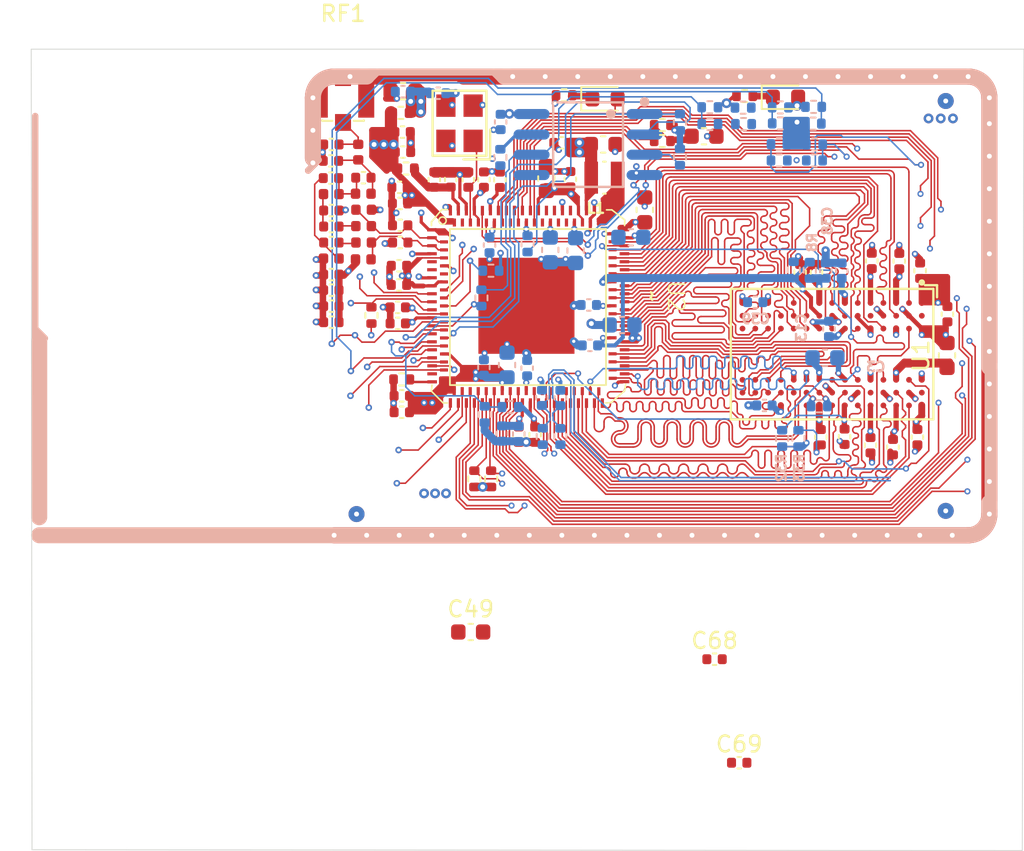
<source format=kicad_pcb>
(kicad_pcb (version 20241229) (generator "pcbnew") (generator_version "9.0")
  (layers (0 "F.Cu" signal) (4 "In1.Cu" signal) (6 "In2.Cu" signal) (2 "B.Cu" signal) (13 "F.Paste" user) (15 "B.Paste" user) (5 "F.SilkS" user "F.Silkscreen") (7 "B.SilkS" user "B.Silkscreen") (1 "F.Mask" user) (3 "B.Mask" user) (25 "Edge.Cuts" user))
  (net 0 "")
  (net 1 "MDATA0")
  (net 2 "GND")
  (net 3 "DDR_MODT")
  (net 4 "DDR_VREF")
  (net 5 "MDATA7")
  (net 6 "MDATA3")
  (net 7 "DDR_MDQM0")
  (net 8 "MADDR0")
  (net 9 "DDR_BA2")
  (net 10 "DDR_WEN")
  (net 11 "DDR_MCKE")
  (net 12 "MDATA4")
  (net 13 "MADDR11")
  (net 14 "MDATA1")
  (net 15 "MDATA6")
  (net 16 "DDR_CSN")
  (net 17 "MDATA11")
  (net 18 "MDATA9")
  (net 19 "MDATA12")
  (net 20 "MADDR4")
  (net 21 "MADDR13")
  (net 22 "MADDR8")
  (net 23 "MDATA13")
  (net 24 "MDATA10")
  (net 25 "MDATA2")
  (net 26 "DDR_BA0")
  (net 27 "SOC_1.2VD_MT7688")
  (net 28 "RFOUT_G0_L")
  (net 29 "UART_TXD1")
  (net 30 "MDATA5")
  (net 31 "CLK_N")
  (net 32 "CLK_P")
  (net 33 "MDATA14")
  (net 34 "DDR_BA1")
  (net 35 "MADDR3")
  (net 36 "MADDR7")
  (net 37 "MADDR9")
  (net 38 "MADDR12")
  (net 39 "MADDR1")
  (net 40 "MADDR10")
  (net 41 "MADDR5")
  (net 42 "DDR_MDQS0")
  (net 43 "MADDR2")
  (net 44 "MADDR6")
  (net 45 "DDR_MDQM1")
  (net 46 "SPI_CS1")
  (net 47 "3.3VD")
  (net 48 "UART_RXD1")
  (net 49 "3.3V_RF")
  (net 50 "SD_D0")
  (net 51 "PERST_N")
  (net 52 "WIFI_RESET")
  (net 53 "REF_CLK0")
  (net 54 "SD_D1")
  (net 55 "EPH_LED1_N")
  (net 56 "SD_CLK")
  (net 57 "WLED_N")
  (net 58 "EPH_LED0_N")
  (net 59 "I2S_WS")
  (net 60 "I2S_CLK")
  (net 61 "I2S_DO")
  (net 62 "UART_RXD0")
  (net 63 "RXIN1")
  (net 64 "TXON1")
  (net 65 "Net-(U2C-SPI_CLK)")
  (net 66 "TXOP1")
  (net 67 "RXIN0")
  (net 68 "RXIP1")
  (net 69 "I2S_DI")
  (net 70 "TXON0")
  (net 71 "GPIO_0")
  (net 72 "UART_TXD0")
  (net 73 "I2C_SD")
  (net 74 "I2C_SCLK")
  (net 75 "DDR_CASN")
  (net 76 "DDR_RASN")
  (net 77 "SPI_MISO")
  (net 78 "DDR_MDQS1")
  (net 79 "RXIP0")
  (net 80 "TXOP0")
  (net 81 "SPI_CS0")
  (net 82 "SPI_MOSI")
  (net 83 "UART_RXD2")
  (net 84 "SD_CD")
  (net 85 "SD_D3")
  (net 86 "PWM_CH1")
  (net 87 "SD_WP")
  (net 88 "PWM_CH0")
  (net 89 "UART_TXD2")
  (net 90 "SD_D2")
  (net 91 "SD_CMD")
  (net 92 "WF_SX_3V3_IN")
  (net 93 "CPURST_N")
  (net 94 "RFOUT_G0")
  (net 95 "MDATA15")
  (net 96 "MDATA8")
  (net 97 "USB_D+")
  (net 98 "USB_D-")
  (net 99 "SPI_CLK")
  (net 100 "DDR_IO_1V8_MT7628")
  (net 101 "Net-(C52-Pad1)")
  (net 102 "Net-(C52-Pad2)")
  (net 103 "Net-(U2A-WF0_RFIOP_1)")
  (net 104 "Net-(U2A-WF0_RFION_1)")
  (net 105 "WF0_iPA")
  (net 106 "Net-(C59-Pad1)")
  (net 107 "Net-(C59-Pad2)")
  (net 108 "Net-(U2A-XTALIN)")
  (net 109 "SOC_1.2VD_MT7628")
  (net 110 "Net-(C77-Pad1)")
  (net 111 "Net-(D1-A)")
  (net 112 "Net-(D2-A)")
  (net 113 "Net-(U2F-LXBK_1)")
  (net 114 "Net-(U2E-EPHY_VRT)")
  (net 115 "Net-(U2D-USB_VRT)")
  (net 116 "Net-(U2D-USB_DP)")
  (net 117 "Net-(U2D-USB_DM)")
  (net 118 "Net-(U3-~{WP}{slash}IO_{2})")
  (net 119 "Net-(U3-~{HOLD}{slash}~{RESET}{slash}IO_{3})")
  (net 120 "Net-(U2C-WDT_RST_N)")
  (net 134 "I2S_D0")
  (net 136 "unconnected-(U2A-AVSS33_RF_3-Pad7)")
  (net 137 "PORST_N")
  (footprint "Inductor_SMD:L_0402_1005Metric" (layer "F.Cu") (at 120.425 96.425 90)
    (property "Reference" "L7" (hide yes))
    (property "Value" "2nh" (hide yes))
  )
  (footprint "Capacitor_SMD:C_0402_1005Metric" (layer "F.Cu") (at 118.745 101.075 180)
    (property "Reference" "C59" (hide yes))
    (property "Value" "10pf/50v" (hide yes))
  )
  (footprint "Capacitor_SMD:C_0402_1005Metric" (layer "F.Cu") (at 128.275 98.145 90)
    (property "Reference" "C60" (hide yes))
    (property "Value" "100pf/50v" (hide yes))
  )
  (footprint "Inductor_SMD:L_0402_1005Metric" (layer "F.Cu") (at 118.74 99.05)
    (property "Reference" "L9" (hide yes))
    (property "Value" "2.7nh" (hide yes))
  )
  (footprint "Capacitor_SMD:C_0402_1005Metric" (layer "F.Cu") (at 129.275 98.155 -90)
    (property "Reference" "C26" (hide yes))
    (property "Value" "100nf/16v" (hide yes))
  )
  (footprint "Capacitor_SMD:C_0402_1005Metric" (layer "F.Cu") (at 123.05 102.075 180)
    (property "Reference" "C54" (hide yes))
    (property "Value" "2pf/50v" (hide yes))
  )
  (footprint "Capacitor_SMD:C_0402_1005Metric" (layer "F.Cu") (at 142.68 128.1)
    (property "Reference" "C68")
    (property "Value" "1uf/6.3v")
  )
  (footprint "Resistor_SMD:R_0402_1005Metric" (layer "F.Cu") (at 123.14 110.625)
    (property "Reference" "R14" (hide yes))
    (property "Value" "24.3K" (hide yes))
  )
  (footprint "Capacitor_SMD:C_0402_1005Metric" (layer "F.Cu") (at 118.745 95.95 180)
    (property "Reference" "C58" (hide yes))
    (property "Value" "1.8Pf/50v" (hide yes))
  )
  (footprint "" (layer "F.Cu") (at 120.318953 119.034501)
    (property "Reference" "")
    (property "Value" "")
  )
  (footprint "Resistor_SMD:R_0402_1005Metric" (layer "F.Cu") (at 139.418953 94.734501)
    (property "Reference" "R34" (hide yes))
    (property "Value" "20K/1%" (hide yes))
  )
  (footprint "" (layer "F.Cu") (at 157.118953 93.234501)
    (property "Reference" "")
    (property "Value" "")
  )
  (footprint "Inductor_SMD:L_0402_1005Metric" (layer "F.Cu") (at 120.765 100.025 180)
    (property "Reference" "L3" (hide yes))
    (property "Value" "10nh" (hide yes))
  )
  (footprint "Capacitor_SMD:C_0402_1005Metric" (layer "F.Cu") (at 152.5 103.225 -90)
    (property "Reference" "C4" (hide yes))
    (property "Value" "100nf/16v" (hide yes))
  )
  (footprint "Capacitor_SMD:C_0402_1005Metric" (layer "F.Cu") (at 118.745 102.075 180)
    (property "Reference" "C52" (hide yes))
    (property "Value" "10pf/50v" (hide yes))
  )
  (footprint "Capacitor_SMD:C_0402_1005Metric" (layer "F.Cu") (at 123.045 101 180)
    (property "Reference" "C56" (hide yes))
    (property "Value" "2pf/50v" (hide yes))
  )
  (footprint "Capacitor_SMD:C_0402_1005Metric" (layer "F.Cu") (at 152.418953 114.734501 90)
    (property "Reference" "C7" (hide yes))
    (property "Value" "100nf/16v" (hide yes))
  )
  (footprint "Capacitor_SMD:C_0402_1005Metric" (layer "F.Cu") (at 118.745 104.075 180)
    (property "Reference" "C48" (hide yes))
    (property "Value" "1uf/6.3v" (hide yes))
  )
  (footprint "Resistor_SMD:R_0402_1005Metric" (layer "F.Cu") (at 139.418953 95.734501)
    (property "Reference" "R35" (hide yes))
    (property "Value" "22" (hide yes))
  )
  (footprint "Capacitor_SMD:C_0603_1608Metric" (layer "F.Cu") (at 132.175 98.075 -90)
    (property "Reference" "C19" (hide yes))
    (property "Value" "4.7uf/6.3v" (hide yes))
  )
  (footprint "" (layer "F.Cu") (at 150.418953 110.234511)
    (property "Reference" "")
    (property "Value" "")
  )
  (footprint "Capacitor_SMD:C_0402_1005Metric" (layer "F.Cu") (at 118.72 96.975 180)
    (property "Reference" "C57" (hide yes))
    (property "Value" "1.8Pf/50v" (hide yes))
  )
  (footprint "Library:IND_VLS252012ET-100M" (layer "F.Cu") (at 135.8 98.025 180)
    (property "Reference" "L1")
    (property "Value" "2.2 uH/VLS252012T-2R2M1R3" (hide yes))
  )
  (footprint "Capacitor_SMD:C_0402_1005Metric" (layer "F.Cu") (at 122.97 103.525 180)
    (property "Reference" "C64" (hide yes))
    (property "Value" "100pf/50v" (hide yes))
  )
  (footprint "Capacitor_SMD:C_0402_1005Metric" (layer "F.Cu") (at 122.97 104.725 180)
    (property "Reference" "C65" (hide yes))
    (property "Value" "100pf/50v" (hide yes))
  )
  (footprint "Capacitor_SMD:C_0402_1005Metric" (layer "F.Cu") (at 118.745 107.05 180)
    (property "Reference" "C51" (hide yes))
    (property "Value" "1uf/6.3v" (hide yes))
  )
  (footprint "Capacitor_SMD:C_0402_1005Metric" (layer "F.Cu") (at 127.3 98.145 90)
    (property "Reference" "C63" (hide yes))
    (property "Value" "1.3pf/50v" (hide yes))
  )
  (footprint "Resistor_SMD:R_0402_1005Metric" (layer "F.Cu") (at 121.25 106.625 -90)
    (property "Reference" "R12" (hide yes))
    (property "Value" "4.7K" (hide yes))
  )
  (footprint "Capacitor_SMD:C_0603_1608Metric" (layer "F.Cu") (at 138.318953 100.034501 90)
    (property "Reference" "C27" (hide yes))
    (property "Value" "2.2uF/6.3V" (hide yes))
  )
  (footprint "Inductor_SMD:L_0402_1005Metric" (layer "F.Cu") (at 120.76 101.05 180)
    (property "Reference" "L8" (hide yes))
    (property "Value" "2nh" (hide yes))
  )
  (footprint "LED_SMD:LED_0603_1608Metric" (layer "F.Cu") (at 135.8375 93.1)
    (property "Reference" "D1" (hide yes))
    (property "Value" "LED0" (hide yes))
  )
  (footprint "" (layer "F.Cu") (at 149.618953 111.034501)
    (property "Reference" "")
    (property "Value" "")
  )
  (footprint "Capacitor_SMD:C_0603_1608Metric" (layer "F.Cu") (at 157.2 109.125 90)
    (property "Reference" "C9" (hide yes))
    (property "Value" "2.2uF/6.3V" (hide yes))
  )
  (footprint "" (layer "F.Cu") (at 148.818953 107.034501)
    (property "Reference" "")
    (property "Value" "")
  )
  (footprint "Capacitor_SMD:C_0402_1005Metric" (layer "F.Cu") (at 118.72 98.05)
    (property "Reference" "C53" (hide yes))
    (property "Value" "1.2pf/50v" (hide yes))
  )
  (footprint "Capacitor_SMD:C_0402_1005Metric" (layer "F.Cu") (at 131.475 114.075 -90)
    (property "Reference" "C21" (hide yes))
    (property "Value" "100nf/16v" (hide yes))
  )
  (footprint "Resistor_SMD:R_0402_1005Metric" (layer "F.Cu") (at 128.725 116.835 -90)
    (property "Reference" "R15" (hide yes))
    (property "Value" "10K/1%  NC" (hide yes))
  )
  (footprint "Capacitor_SMD:C_0402_1005Metric" (layer "F.Cu") (at 123.145 111.65 180)
    (property "Reference" "C71" (hide yes))
    (property "Value" "100nf/16v" (hide yes))
  )
  (footprint "Capacitor_SMD:C_0402_1005Metric" (layer "F.Cu") (at 120.745 98.025)
    (property "Reference" "C55" (hide yes))
    (property "Value" "9pf/50v" (hide yes))
  )
  (footprint "" (layer "F.Cu") (at 155.218953 111.834501)
    (property "Reference" "")
    (property "Value" "")
  )
  (footprint "" (layer "F.Cu") (at 152.818953 106.234501)
    (property "Reference" "")
    (property "Value" "")
  )
  (footprint "Capacitor_SMD:C_0402_1005Metric" (layer "F.Cu") (at 123.038953 99.634501 180)
    (property "Reference" "C45" (hide yes))
    (property "Value" "1uf/6.3v" (hide yes))
  )
  (footprint "Capacitor_SMD:C_0603_1608Metric" (layer "F.Cu") (at 123.225 92.625 180)
    (property "Reference" "C41" (hide yes))
    (property "Value" "10uf/6.3v" (hide yes))
  )
  (footprint "Resistor_SMD:R_0402_1005Metric" (layer "F.Cu") (at 144.56 92.925)
    (property "Reference" "R37" (hide yes))
    (property "Value" "330" (hide yes))
  )
  (footprint "Capacitor_SMD:C_0402_1005Metric" (layer "F.Cu") (at 155.35 114.23 -90)
    (property "Reference" "C12" (hide yes))
    (property "Value" "1.5nf/50V" (hide yes))
  )
  (footprint "Capacitor_SMD:C_0402_1005Metric" (layer "F.Cu") (at 122.895 107.125)
    (property "Reference" "C25" (hide yes))
    (property "Value" "100nf/16v" (hide yes))
  )
  (footprint "Capacitor_SMD:C_0603_1608Metric" (layer "F.Cu") (at 142.018953 95.434501)
    (property "Reference" "C77" (hide yes))
    (property "Value" "4.7uf/6.3v" (hide yes))
  )
  (footprint "Capacitor_SMD:C_0603_1608Metric" (layer "F.Cu") (at 127.45 126.4)
    (property "Reference" "C49")
    (property "Value" "10uf/6.3v NC")
  )
  (footprint "Resistor_SMD:R_0402_1005Metric" (layer "F.Cu") (at 123.415 97.45)
    (property "Reference" "R21" (hide yes))
    (property "Value" "0" (hide yes))
  )
  (footprint "Capacitor_SMD:C_0402_1005Metric" (layer "F.Cu") (at 155.518953 103.834501 -90)
    (property "Reference" "C16" (hide yes))
    (property "Value" "100nf/16v" (hide yes))
  )
  (footprint "Capacitor_SMD:C_0402_1005Metric" (layer "F.Cu") (at 154.218953 103.234501 -90)
    (property "Reference" "C15" (hide yes))
    (property "Value" "100nf/16v" (hide yes))
  )
  (footprint "Capacitor_SMD:C_0402_1005Metric" (layer "F.Cu") (at 123.145 112.675 180)
    (property "Reference" "C18" (hide yes))
    (property "Value" "100nf/16v" (hide yes))
  )
  (footprint "Resistor_SMD:R_0402_1005Metric" (layer "F.Cu") (at 123.09 93.975 180)
    (property "Reference" "R20" (hide yes))
    (property "Value" "0" (hide yes))
  )
  (footprint "Inductor_SMD:L_0402_1005Metric" (layer "F.Cu") (at 120.765 102.075 180)
    (property "Reference" "L5" (hide yes))
    (property "Value" "2nh" (hide yes))
  )
  (footprint "" (layer "F.Cu") (at 151.218953 111.834501)
    (property "Reference" "")
    (property "Value" "")
  )
  (footprint "Resistor_SMD:R_0402_1005Metric" (layer "F.Cu") (at 127.675 116.835 -90)
    (property "Reference" "R16" (hide yes))
    (property "Value" "10K/1% NC" (hide yes))
  )
  (footprint "Capacitor_SMD:C_0603_1608Metric" (layer "F.Cu") (at 135.725 95.95)
    (property "Reference" "C28" (hide yes))
    (property "Value" "10uf/6.3v" (hide yes))
  )
  (footprint "" (layer "F.Cu") (at 149.618943 111.834501)
    (property "Reference" "")
    (property "Value" "")
  )
  (footprint "" (layer "F.Cu") (at 154.418953 106.234501)
    (property "Reference" "")
    (property "Value" "")
  )
  (footprint "Capacitor_SMD:C_0402_1005Metric" (layer "F.Cu") (at 118.745 100.075 180)
    (property "Reference" "C62" (hide yes))
    (property "Value" "1.2pf/50v" (hide yes))
  )
  (footprint "Capacitor_SMD:C_0402_1005Metric" (layer "F.Cu") (at 122.895 106.125)
    (property "Reference" "C72" (hide yes))
    (property "Value" "15pf/50v" (hide yes))
  )
  (footprint "easyeda2kicad:CRYSTAL-SMD_4P-L3.2-W2.5-BL" (layer "F.Cu") (at 126.75 94.625 90)
    (property "Reference" "Y1" (hide yes))
    (property "Value" "Crystal_40Mhz" (hide yes))
  )
  (footprint "Inductor_SMD:L_0402_1005Metric" (layer "F.Cu") (at 120.74 99.025)
    (property "Reference" "L6" (hide yes))
    (property "Value" "1.2nh" (hide yes))
  )
  (footprint "Capacitor_SMD:C_0402_1005Metric" (layer "F.Cu") (at 133.12 95.85)
    (property "Reference" "C29" (hide yes))
    (property "Value" "100nf/16v" (hide yes))
  )
  (footprint "Capacitor_SMD:C_0402_1005Metric" (layer "F.Cu") (at 149.05 103.92 -90)
    (property "Reference" "C1" (hide yes))
    (property "Value" "100nf/16v" (hide yes))
  )
  (footprint "Capacitor_SMD:C_0402_1005Metric" (layer "F.Cu") (at 123.005 98.625 180)
    (property "Reference" "C44" (hide yes))
    (property "Value" "100pf/50v" (hide yes))
  )
  (footprint "Library:MT7628_footprint" (layer "F.Cu") (at 130.93 106.025 -90)
    (property "Reference" "U2")
    (property "Value" "~")
  )
  (footprint "Capacitor_SMD:C_0402_1005Metric" (layer "F.Cu") (at 153.825 114.855 -90)
    (property "Reference" "C11" (hide yes))
    (property "Value" "1uf/6.3v" (hide yes))
  )
  (footprint "Capacitor_SMD:C_0402_1005Metric" (layer "F.Cu") (at 149.318953 114.234501 90)
    (property "Reference" "C5" (hide yes))
    (property "Value" "100nf/16v" (hide yes))
  )
  (footprint "Capacitor_SMD:C_0402_1005Metric" (layer "F.Cu") (at 123.195 95.175)
    (property "Reference" "C61" (hide yes))
    (property "Value" "1uf/6.3v" (hide yes))
  )
  (footprint "easyeda2kicad:IPEX-SMD_4P-L2.6-W2.6_C9900016457" (layer "F.Cu") (at 119.475 93.175)
    (property "Reference" "RF1")
    (property "Value" "ANT_SHAFT_SEAT" (hide yes))
  )
  (footprint "Capacitor_SMD:C_0402_1005Metric" (layer "F.Cu") (at 123.22 96.425)
    (property "Reference" "C50" (hide yes))
    (property "Value" "100pf/50v" (hide yes))
  )
  (footprint "Capacitor_SMD:C_0402_1005Metric" (layer "F.Cu") (at 144.22 134.565)
    (property "Reference" "C69")
    (property "Value" "100pf/50v")
  )
  (footprint "Capacitor_SMD:C_0402_1005Metric" (layer "F.Cu") (at 150.8 114.205 90)
    (property "Reference" "C6" (hide yes))
    (property "Value" "100nf/16v" (hide yes))
  )
  (footprint "Inductor_SMD:L_0402_1005Metric" (layer "F.Cu") (at 118.74 103.075)
    (property "Reference" "L4" (hide yes))
    (property "Value" "2.7nh" (hide yes))
  )
  (footprint "Resistor_SMD:R_0402_1005Metric" (layer "F.Cu") (at 133.29 92.875)
    (property "Reference" "R36" (hide yes))
    (property "Value" "330" (hide yes))
  )
  (footprint "" (layer "F.Cu") (at 153.618953 111.834501)
    (property "Reference" "")
    (property "Value" "")
  )
  (footprint "" (layer "F.Cu") (at 150.418953 107.034501)
    (property "Reference" "")
    (property "Value" "")
  )
  (footprint "Capacitor_SMD:C_0402_1005Metric" (layer "F.Cu") (at 118.745 106.05 180)
    (property "Reference" "C67" (hide yes))
    (property "Value" "100pf/50v" (hide yes))
  )
  (footprint "Capacitor_SMD:C_0402_1005Metric" (layer "F.Cu") (at 125.175 98.145 90)
    (property "Reference" "C46" (hide yes))
    (property "Value" "100pf/50v" (hide yes))
  )
  (footprint "easyeda2kicad:WBGA-84_L12.5-W8.0-P0.80-TL_WINBOND_W9725G6KB" (layer "F.Cu") (at 150.025 109.05 -90)
    (property "Reference" "U1")
    (property "Value" "W9725G6KB-25" (hide yes))
  )
  (footprint "Capacitor_SMD:C_0402_1005Metric" (layer "F.Cu") (at 118.745 105.05 180)
    (property "Reference" "C66" (hide yes))
    (property "Value" "1uf/6.3v" (hide yes))
  )
  (footprint "Capacitor_SMD:C_0402_1005Metric" (layer "F.Cu") (at 157.225 106.55 90)
    (property "Reference" "C14" (hide yes))
    (property "Value" "100nf/16v" (hide yes))
  )
  (footprint "Inductor_SMD:L_0402_1005Metric" (layer "F.Cu") (at 120.74 103.125)
    (property "Reference" "L2" (hide yes))
    (property "Value" "10nh" (hide yes))
  )
  (footprint "Capacitor_SMD:C_0402_1005Metric" (layer "F.Cu") (at 126.2 98.134501 90)
    (property "Reference" "C47" (hide yes))
    (property "Value" "1uf/6.3v" (hide yes))
  )
  (footprint "" (layer "F.Cu") (at 157.118953 118.834501)
    (property "Reference" "")
    (property "Value" "")
  )
  (footprint "Capacitor_SMD:C_0402_1005Metric" (layer "F.Cu") (at 130.45 114.075 90)
    (property "Reference" "C36" (hide yes))
    (property "Value" "100nf/16v" (hide yes))
  )
  (footprint "" (layer "F.Cu") (at 148.818953 111.834501)
    (property "Reference" "")
    (property "Value" "")
  )
  (footprint "Capacitor_SMD:C_0402_1005Metric" (layer "F.Cu") (at 133.675 98.12 90)
    (property "Reference" "C30" (hide yes))
    (property "Value" "1uf/6.3v" (hide yes))
  )
  (footprint "Capacitor_SMD:C_0402_1005Metric" (layer "F.Cu") (at 148.025 103.925 -90)
    (property "Reference" "C2" (hide yes))
    (property "Value" "100nf/16v" (hide yes))
  )
  (footprint "LED_SMD:LED_0603_1608Metric" (layer "F.Cu") (at 147.1125 93)
    (property "Reference" "D2" (hide yes))
    (property "Value" "LED0" (hide yes))
  )
  (footprint "Resistor_SMD:R_0402_1005Metric" (layer "B.Cu") (at 128.715 103.834501)
    (property "Reference" "R13" (hide yes))
    (property "Value" "4.7K" (hide yes))
  )
  (footprint "Resistor_SMD:R_0402_1005Metric" (layer "B.Cu") (at 147.918953 114.31 -90)
    (property "Reference" "R33")
    (property "Value" "1k/1%" (hide yes))
  )
  (footprint "Capacitor_SMD:C_0603_1608Metric" (layer "B.Cu") (at 149.575 109.275 180)
    (property "Reference" "C3")
    (property "Value" "4.7uf/6.3v" (hide yes))
  )
  (footprint "Resistor_SMD:R_0402_1005Metric" (layer "B.Cu") (at 147.625 103.785 -90)
    (property "Reference" "R9" (hide yes))
    (property "Value" "100nf/1%" (hide yes))
  )
  (footprint "Capacitor_SMD:C_0603_1608Metric" (layer "B.Cu") (at 132.418953 102.534501 90)
    (property "Reference" "C20" (hide yes))
    (property "Value" "4.7uf/6.3v" (hide yes))
  )
  (footprint "Capacitor_SMD:C_0402_1005Metric" (layer "B.Cu") (at 145.22 105.8 180)
    (property "Reference" "C39")
    (property "Value" "100nf/16v" (hide yes))
  )
  (footprint "Resistor_SMD:R_0402_1005Metric" (layer "B.Cu") (at 142.385 93.625 180)
    (property "Reference" "R2" (hide yes))
    (property "Value" "4.7k" (hide yes))
  )
  (footprint "Resistor_SMD:R_0402_1005Metric" (layer "B.Cu") (at 128.325 112.815 90)
    (property "Reference" "R1" (hide yes))
    (property "Value" "4.7k" (hide yes))
  )
  (footprint "Capacitor_SMD:C_0402_1005Metric" (layer "B.Cu") (at 123.22 92.65 180)
    (property "Reference" "C42" (hide yes))
    (property "Value" "10pf/50v" (hide yes))
  )
  (footprint "Resistor_SMD:R_0402_1005Metric" (layer "B.Cu") (at 129.3 96.76 90)
    (property "Reference" "R24" (hide yes))
    (property "Value" "10K/1%" (hide yes))
  )
  (footprint "Capacitor_SMD:C_0402_1005Metric" (layer "B.Cu") (at 128.275 109.88 90)
    (property "Reference" "C17" (hide yes))
    (property "Value" "1uf/6.3v" (hide yes))
  )
  (footprint "Capacitor_SMD:C_0402_1005Metric" (layer "B.Cu") (at 130.975 109.92 -90)
    (property "Reference" "R17" (hide yes))
    (property "Value" "5.1K/1%" (hide yes))
  )
  (footprint "Resistor_SMD:R_0402_1005Metric" (layer "B.Cu") (at 144.49 94.675)
    (property "Reference" "R7" (hide yes))
    (property "Value" "4.7k" (hide yes))
  )
  (footprint "Capacitor_SMD:C_0402_1005Metric" (layer "B.Cu") (at 128.625 102.23 -90)
    (property "Reference" "C73" (hide yes))
    (property "Value" "15pf/50v" (hide yes))
  )
  (footprint "Capacitor_SMD:C_0402_1005Metric" (layer "B.Cu") (at 145.795 112.25)
    (property "Reference" "C40" (hide yes))
    (property "Value" "100nf/16v" (hide yes))
  )
  (footprint "Resistor_SMD:R_0402_1005Metric" (layer "B.Cu") (at 148.918953 96.95)
    (property "Reference" "R27" (hide yes))
    (property "Value" "4.7k" (hide yes))
  )
  (footprint "Resistor_SMD:R_0402_1005Metric" (layer "B.Cu") (at 146.79 94.634501 180)
    (property "Reference" "R28" (hide yes))
    (property "Value" "4.7k" (hide yes))
  )
  (footprint "Resistor_SMD:R_0402_1005Metric" (layer "B.Cu") (at 148.925 95.95)
    (property "Reference" "R26" (hide yes))
    (property "Value" "4.7k" (hide yes))
  )
  (footprint "Resistor_SMD:R_0402_1005Metric" (layer "B.Cu") (at 131 102.16 90)
    (property "Reference" "R38" (hide yes))
    (property "Value" "4.7K" (hide yes))
  )
  (footprint "Resistor_SMD:R_0402_1005Metric" (layer "B.Cu") (at 148.865 93.6)
    (property "Reference" "R6" (hide yes))
    (property "Value" "4.7k" (hide yes))
  )
  (footprint "Resistor_SMD:R_0402_1005Metric" (layer "B.Cu") (at 140.518953 94.56 -90)
    (property "Reference" "R23" (hide yes))
    (property "Value" "4.7K" (hide yes))
  )
  (footprint "Resistor_SMD:R_0402_1005Metric" (layer "B.Cu") (at 149.215 112.3)
    (property "Reference" "R10" (hide yes))
    (property "Value" "100/1%" (hide yes))
  )
  (footprint "Capacitor_SMD:C_0603_1608Metric" (layer "B.Cu") (at 134 102.575 -90)
    (property "Reference" "C32" (hide yes))
    (property "Value" "4.7uf/6.3v" (hide yes))
  )
  (footprint "Capacitor_SMD:C_0402_1005Metric" (layer "B.Cu") (at 130.45 114.025 90)
    (property "Reference" "C34" (hide yes))
    (property "Value" "100nf/16v" (hide yes))
  )
  (footprint "Capacitor_SMD:C_0402_1005Metric" (layer "B.Cu") (at 129.318953 94.545 -90)
    (property "Reference" "C70" (hide yes))
    (property "Value" "100nf/16v" (hide yes))
  )
  (footprint "Resistor_SMD:R_0402_1005Metric" (layer "B.Cu") (at 133.05 114.19 -90)
    (property "Reference" "R19" (hide yes))
    (property "Value" "0" (hide yes))
  )
  (footprint "Resistor_SMD:R_0402_1005Metric" (layer "B.Cu") (at 146.715 96.95 180)
    (property "Reference" "R30" (hide yes))
    (property "Value" "4.7k" (hide yes))
  )
  (footprint "Resistor_SMD:R_0402_1005Metric" (layer "B.Cu") (at 146.715 95.934501 180)
    (property "Reference" "R3" (hide yes))
    (property "Value" "4.7k" (hide yes))
  )
  (footprint "Capacitor_SMD:C_0402_1005Metric" (layer "B.Cu") (at 131.9 111.77 90)
    (property "Reference" "C23" (hide yes))
    (property "Value" "5pf/50v NC" (hide yes))
  )
  (footprint "Capacitor_SMD:C_0603_1608Metric" (layer "B.Cu") (at 136.9 107.225 180)
    (property "Reference" "C33" (hide yes))
    (property "Value" "4.7uf/6.3v" (hide yes))
  )
  (footprint "Capacitor_SMD:C_0402_1005Metric" (layer "B.Cu") (at 129.4 114.005 90)
    (property "Reference" "C35" (hide yes))
    (property "Value" "100nf/16v" (hide yes))
  )
  (footprint "Capacitor_SMD:C_0402_1005Metric" (layer "B.Cu") (at 149.625 103.825 -90)
    (property "Reference" "C38")
    (property "Value" "100nf/16v" (hide yes))
  )
  (footprint "easyeda2kicad:SOIC-8_L5.3-W5.3-P1.27-LS8.0-BL" (layer "B.Cu") (at 134.78 95.96 -90)
    (property "Reference" "U3" (hide yes))
    (property "Value" "W25Q32JVSS" (hide yes))
  )
  (footprint "Resistor_SMD:R_0402_1005Metric" (layer "B.Cu") (at 148.625 103.81 -90)
    (property "Reference" "R8")
    (property "Value" "1K/1%" (hide yes))
  )
  (footprint "Capacitor_SMD:C_0402_1005Metric" (layer "B.Cu") (at 150.618953 103.834501 -90)
    (property "Reference" "C37" (hide yes))
    (property "Value" "100nf/16v" (hide yes))
  )
  (footprint "Capacitor_SMD:C_0402_1005Metric" (layer "B.Cu") (at 125.42 92.75)
    (property "Reference" "C43" (hide yes))
    (property "Value" "1uf/6.3v" (hide yes))
  )
  (footprint "Capacitor_SMD:C_0402_1005Metric" (layer "B.Cu") (at 149.825 107.47 90)
    (property "Reference" "C13")
    (property "Value" "1.5nf/50V" (hide yes))
  )
  (footprint "Resistor_SMD:R_0402_1005Metric" (layer "B.Cu") (at 144.465 93.65)
    (property "Reference" "R31" (hide yes))
    (property "Value" "4.7k" (hide yes))
  )
  (footprint "Resistor_SMD:R_0402_1005Metric" (layer "B.Cu") (at 129.915 112.35 180)
    (property "Reference" "R25" (hide yes))
    (property "Value" "4.7k" (hide yes))
  )
  (footprint "Resistor_SMD:R_0402_1005Metric" (layer "B.Cu") (at 142.39 94.675 180)
    (property "Reference" "R4" (hide yes))
    (property "Value" "4.7k" (hide yes))
  )
  (footprint "Resistor_SMD:R_0402_1005Metric" (layer "B.Cu") (at 148.84 94.65)
    (property "Reference" "R5" (hide yes))
    (property "Value" "4.7k" (hide yes))
  )
  (footprint "Capacitor_SMD:C_0402_1005Metric" (layer "B.Cu") (at 134.825 105.975 180)
    (property "Reference" "C10" (hide yes))
    (property "Value" "1uf/6.3v" (hide yes))
  )
  (footprint "Capacitor_SMD:C_0402_1005Metric" (layer "B.Cu") (at 134.895 108.5 180)
    (property "Reference" "C8" (hide yes))
    (property "Value" "1uf/6.3v" (hide yes))
  )
  (footprint "Resistor_SMD:R_0402_1005Metric" (layer "B.Cu") (at 140.518953 96.734501 -90)
    (property "Reference" "R22" (hide yes))
    (property "Value" "10K/1%" (hide yes))
  )
  (footprint "Resistor_SMD:R_0402_1005Metric" (layer "B.Cu") (at 146.785 93.634501 180)
    (property "Reference" "R29" (hide yes))
    (property "Value" "4.7k" (hide yes))
  )
  (footprint "Capacitor_SMD:C_0603_1608Metric" (layer "B.Cu") (at 129.718953 109.725 90)
    (property "Reference" "C22" (hide yes))
    (property "Value" "4.7uf/6.3v" (hide yes))
  )
  (footprint "Capacitor_SMD:C_0603_1608Metric" (layer "B.Cu") (at 137.45 101.75)
    (property "Reference" "C31" (hide yes))
    (property "Value" "2.2uf/6.3v" (hide yes))
  )
  (footprint "Capacitor_SMD:C_0402_1005Metric" (layer "B.Cu") (at 133.05 111.78 90)
    (property "Reference" "C24" (hide yes))
    (property "Value" "5pf/50v NC" (hide yes))
  )
  (footprint "Resistor_SMD:R_0402_1005Metric" (layer "B.Cu") (at 128.118953 105.534501 -90)
    (property "Reference" "R11" (hide yes))
    (property "Value" "22" (hide yes))
  )
  (footprint "Resistor_SMD:R_0402_1005Metric" (layer "B.Cu") (at 146.9 114.31 -90)
    (property "Reference" "R32")
    (property "Value" "10k/1%" (hide yes))
  )
  (footprint "Resistor_SMD:R_0402_1005Metric" (layer "B.Cu") (at 131.95 114.19 -90)
    (property "Reference" "R18" (hide yes))
    (property "Value" "0" (hide yes))
  )
  (gr_poly (pts (xy 123.618953 111.507501) (xy 123.618953 112.710701) (xy 125.227553 112.710701) (xy 125.629953 112.308301) (xy 125.629953 111.749501) (xy 125.967953 111.411501) (xy 126.418953 111.411501) (xy 126.418953 110.534501) (xy 125.567353 110.534501) (xy 125.567353 110.948501) (xy 125.008353 111.507501)) (fill yes) (layer "F.Cu") (net 47))
  (gr_rect (start 155.618953 107.434501) (end 157.117553 107.863301) (fill yes) (layer "F.Cu") (net 2))
  (gr_rect (start 137.339353 107.784501) (end 137.857953 108.284501) (fill yes) (layer "F.Cu") (net 109))
  (gr_rect (start 155.618953 104.231101) (end 157.202153 105.834501) (fill yes) (layer "F.Cu") (net 100))
  (gr_rect (start 123.518953 98.719301) (end 123.826553 99.634501) (fill yes) (layer "F.Cu") (net 49))
  (gr_rect (start 123.518953 98.947901) (end 124.283753 99.634501) (fill yes) (layer "F.Cu") (net 49))
  (gr_rect (start 156.440153 107.406101) (end 157.118953 108.320501) (fill yes) (layer "F.Cu") (net 2))
  (gr_poly (pts (xy 134.668953 99.433901) (xy 135.273753 98.829101) (xy 135.273753 98.287501) (xy 134.668953 98.892301)) (fill yes) (layer "F.Cu") (net 109))
  (gr_poly (pts (xy 124.108753 103.034501) (xy 124.413553 103.034501) (xy 123.672953 103.775101) (xy 123.599313 103.701451) (xy 123.599313 103.543941)) (fill yes) (layer "F.Cu") (net 49))
  (gr_poly (pts (xy 134.168953 99.231901) (xy 134.168953 99.765301) (xy 133.580153 99.176501) (xy 133.580153 98.922501) (xy 133.859553 98.922501)) (fill yes) (layer "F.Cu") (net 47))
  (gr_poly (pts (xy 135.418953 100.911501) (xy 135.418953 100.614301) (xy 135.668953 100.364301) (xy 135.668953 99.348301) (xy 136.414953 98.602301) (xy 136.866753 98.602301) (xy 136.958353 98.693901) (xy 136.958353 99.753101) (xy 135.799953 100.911501)) (fill yes) (layer "F.Cu") (net 113))
  (gr_rect (start 125.426753 101.284501) (end 125.909353 101.534501) (fill yes) (layer "F.Cu") (net 2))
  (gr_poly (pts (xy 126.874553 109.819101) (xy 126.874553 110.225501) (xy 126.565553 110.534501) (xy 126.569753 110.538701) (xy 126.569753 110.674901) (xy 129.418953 110.674901) (xy 129.418953 110.073101) (xy 129.164953 109.819101)) (fill yes) (layer "F.Cu") (net 47))
  (gr_poly (pts (xy 121.311953 95.061701) (xy 121.311953 96.687301) (xy 122.277153 97.652501) (xy 122.734353 97.652501) (xy 122.734353 95.061701)) (fill yes) (layer "F.Cu") (net 49))
  (gr_line (start 100.5 120.358501) (end 158.518953 120.358501) (stroke (width 1)) (layer "B.SilkS"))
  (gr_line (start 117.298953 97.574701) (end 117.959353 96.914301) (stroke (width 0.4)) (layer "B.SilkS"))
  (gr_line (start 100.25 117.843901) (end 100.25 94.171101) (stroke (width 0.4)) (layer "B.SilkS"))
  (gr_line (start 120.600753 91.427101) (end 129.871753 91.427101) (stroke (width 0.4412)) (layer "B.SilkS"))
  (gr_line (start 159.945353 118.655901) (end 159.945353 109.689701) (stroke (width 0.7968)) (layer "B.SilkS"))
  (gr_arc (start 117.594153 93.033701) (mid 117.982178 92.096926) (end 118.918953 91.708901) (stroke (width 1)) (layer "B.SilkS"))
  (gr_arc (start 159.843753 119.032901) (mid 159.455728 119.969676) (end 158.518953 120.357701) (stroke (width 1)) (layer "B.SilkS"))
  (gr_line (start 100.5 119.2344) (end 100.5 108.2656) (stroke (width 1)) (layer "B.SilkS"))
  (gr_line (start 117.594153 96.812701) (end 117.594153 93.033701) (stroke (width 1)) (layer "B.SilkS"))
  (gr_line (start 159.843753 109.867501) (end 159.843753 93.032901) (stroke (width 1)) (layer "B.SilkS"))
  (gr_line (start 118.918953 91.708901) (end 120.956353 91.708901) (stroke (width 1)) (layer "B.SilkS"))
  (gr_line (start 100.346 107.546) (end 100.854 108.054) (stroke (width 0.4)) (layer "B.SilkS"))
  (gr_line (start 159.843753 119.032901) (end 159.843753 118.325701) (stroke (width 1)) (layer "B.SilkS"))
  (gr_arc (start 158.518953 91.708101) (mid 159.455728 92.096126) (end 159.843753 93.032901) (stroke (width 1)) (layer "B.SilkS"))
  (gr_line (start 121.210353 91.833501) (end 121.616753 91.427101) (stroke (width 0.4412)) (layer "B.SilkS"))
  (gr_line (start 128.877153 91.427101) (end 129.283553 91.833501) (stroke (width 0.4412)) (layer "B.SilkS"))
  (gr_line (start 129.541553 91.708901) (end 158.518953 91.708901) (stroke (width 1)) (layer "B.SilkS"))
  (gr_line (start 100.05 140) (end 161.9 140.05) (stroke (width 0.05)) (layer "Edge.Cuts"))
  (gr_line (start 161.9 140.05) (end 162 90) (stroke (width 0.05)) (layer "Edge.Cuts"))
  (gr_line (start 100 90) (end 100.05 140) (stroke (width 0.05)) (layer "Edge.Cuts"))
  (gr_line (start 162 90) (end 100 90) (stroke (width 0.05)) (layer "Edge.Cuts"))
  (segment (start 150.496553 115.330901) (end 150.979153 115.330901) (width 0.09652) (layer "F.Cu") (net 1))
  (segment (start 133.918953 114.036251) (end 133.918953 111.284501) (width 0.09652) (layer "F.Cu") (net 1))
  (segment (start 150.431353 111.822101) (end 150.818953 111.434501) (width 0.09652) (layer "F.Cu") (net 1))
  (segment (start 150.431353 112.906901) (end 150.431353 111.822101) (width 0.09652) (layer "F.Cu") (net 1))
  (segment (start 149.483953 116.118301) (end 150.598153 116.118301) (width 0.09652) (layer "F.Cu") (net 1))
  (segment (start 150.090153 113.959301) (end 150.242553 113.806901) (width 0.09652) (layer "F.Cu") (net 1))
  (segment (start 150.140953 113.476701) (end 150.140953 113.197301) (width 0.09652) (layer "F.Cu") (net 1))
  (segment (start 133.918953 114.036251) (end 135.797803 115.915101) (width 0.09652) (layer "F.Cu") (net 1))
  (segment (start 150.140953 113.197301) (end 150.431353 112.906901) (width 0.09652) (layer "F.Cu") (net 1))
  (segment (start 145.192273 116.580571) (end 148.895793 116.580571) (width 0.09652) (layer "F.Cu") (net 1))
  (segment (start 135.797803 115.915101) (end 137.085353 115.915101) (width 0.09652) (layer "F.Cu") (net 1))
  (segment (start 150.140953 113.476701) (end 150.242553 113.578301) (width 0.09652) (layer "F.Cu") (net 1))
  (segment (start 150.090153 114.924501) (end 150.090153 113.959301) (width 0.09652) (layer "F.Cu") (net 1))
  (segment (start 150.242553 113.806901) (end 150.242553 113.578301) (width 0.09652) (layer "F.Cu") (net 1))
  (segment (start 144.616083 116.004371) (end 145.192273 116.580571) (width 0.09652) (layer "F.Cu") (net 1))
  (arc (start 142.876553 116.219901) (mid 143.181353 115.915101) (end 143.486153 116.219901) (width 0.09652) (layer "F.Cu") (net 1))
  (arc (start 140.438153 116.219901) (mid 140.742953 115.915101) (end 141.047753 116.219901) (width 0.09652) (layer "F.Cu") (net 1))
  (arc (start 139.218953 116.219901) (mid 138.914153 116.524701) (end 138.609353 116.219901) (width 0.09652) (layer "F.Cu") (net 1))
  (arc (start 149.182211 116.380019) (mid 149.070619 116.525448) (end 148.895793 116.580571) (width 0.09652) (layer "F.Cu") (net 1))
  (arc (start 144.095753 116.219901) (mid 144.283911 115.938303) (end 144.616079 116.004375) (width 0.09652) (layer "F.Cu") (net 1))
  (arc (start 142.876553 116.219901) (mid 142.571753 116.524701) (end 142.266953 116.219901) (width 0.09652) (layer "F.Cu") (net 1))
  (arc (start 149.182214 116.380015) (mid 149.28424 116.192845) (end 149.483953 116.118301) (width 0.09652) (layer "F.Cu") (net 1))
  (arc (start 150.496553 115.330901) (mid 150.209185 115.211869) (end 150.090153 114.924501) (width 0.09652) (layer "F.Cu") (net 1))
  (arc (start 137.999753 116.219901) (mid 137.694953 116.524701) (end 137.390153 116.219901) (width 0.09652) (layer "F.Cu") (net 1))
  (arc (start 139.218953 116.219901) (mid 139.523753 115.915101) (end 139.828553 116.219901) (width 0.09652) (layer "F.Cu") (net 1))
  (arc (start 137.999753 116.219901) (mid 138.304553 115.915101) (end 138.609353 116.219901) (width 0.09652) (layer "F.Cu") (net 1))
  (arc (start 144.095753 116.219901) (mid 143.790953 116.524701) (end 143.486153 116.219901) (width 0.09652) (layer "F.Cu") (net 1))
  (arc (start 150.775953 115.940501) (mid 150.723877 116.066225) (end 150.598153 116.118301) (width 0.09652) (layer "F.Cu") (net 1))
  (arc (start 140.438153 116.219901) (mid 140.133353 116.524701) (end 139.828553 116.219901) (width 0.09652) (layer "F.Cu") (net 1))
  (arc (start 150.775953 115.940501) (mid 150.835469 115.796817) (end 150.979153 115.737301) (width 0.09652) (layer "F.Cu") (net 1))
  (arc (start 137.085353 115.915101) (mid 137.300879 116.004375) (end 137.390153 116.219901) (width 0.09652) (layer "F.Cu") (net 1))
  (arc (start 141.657353 116.219901) (mid 141.352553 116.524701) (end 141.047753 116.219901) (width 0.09652) (layer "F.Cu") (net 1))
  (arc (start 150.979153 115.330901) (mid 151.182353 115.534101) (end 150.979153 115.737301) (width 0.09652) (layer "F.Cu") (net 1))
  (arc (start 141.657353 116.219901) (mid 141.962153 115.915101) (end 142.266953 116.219901) (width 0.09652) (layer "F.Cu") (net 1))
  (segment (start 133.431353 106.034501) (end 133.884953 106.034501) (width 0.381) (layer "F.Cu") (net 2))
  (segment (start 122.632753 112.634501) (end 122.632753 110.634501) (width 0.4064) (layer "F.Cu") (net 2))
  (segment (start 146.018953 105.834501) (end 146.018953 105.434491) (width 0.381) (layer "F.Cu") (net 2))
  (segment (start 155.618953 107.837901) (end 155.618953 107.434501) (width 0.3302) (layer "F.Cu") (net 2))
  (segment (start 134.918953 101.317901) (end 134.918953 100.784501) (width 0.2) (layer "F.Cu") (net 2))
  (segment (start 131.852953 103.567101) (end 131.852953 103.113501) (width 0.381) (layer "F.Cu") (net 2))
  (segment (start 122.632753 91.607301) (end 127.202353 91.607301) (width 0.7968) (layer "F.Cu") (net 2))
  (segment (start 122.175553 93.080501) (end 122.835953 93.080501) (width 0.4064) (layer "F.Cu") (net 2))
  (segment (start 124.413353 104.284501) (end 124.918953 104.284501) (width 0.2) (layer "F.Cu") (net 2))
  (segment (start 125.807553 101.284501) (end 126.057553 101.534501) (width 0.2) (layer "F.Cu") (net 2))
  (segment (start 130.418953 114.534501) (end 131.418953 114.534501) (width 0.508) (layer "F.Cu") (net 2))
  (segment (start 132.720553 96.052301) (end 132.720553 95.834501) (width 0.4064) (layer "F.Cu") (net 2))
  (segment (start 155.518953 103.334501) (end 155.518953 103.106701) (width 0.381) (layer "F.Cu") (net 2))
  (segment (start 152.518953 102.734501) (end 152.518953 102.224501) (width 0.381) (layer "F.Cu") (net 2))
  (segment (start 125.172753 97.830301) (end 127.357153 97.830301) (width 0.381) (layer "F.Cu") (net 2))
  (segment (start 151.218953 111.834501) (end 151.618953 111.434501) (width 0.3302) (layer "F.Cu") (net 2))
  (segment (start 132.720553 96.052301) (end 132.949153 96.280901) (width 0.4064) (layer "F.Cu") (net 2))
  (segment (start 144.787153 112.234501) (end 145.218953 112.234501) (width 0.381) (layer "F.Cu") (net 2))
  (segment (start 122.518953 101.034501) (end 122.518953 98.229701) (width 0.4064) (layer "F.Cu") (net 2))
  (segment (start 157.118953 108.384501) (end 157.118953 107.034501) (width 0.381) (layer "F.Cu") (net 2))
  (segment (start 121.972353 106.110701) (end 122.418953 106.110701) (width 0.4064) (layer "F.Cu") (net 2))
  (segment (start 126.772953 99.252701) (end 126.772953 97.830301) (width 0.2) (layer "F.Cu") (net 2))
  (segment (start 124.182153 104.284501) (end 124.413353 104.284501) (width 0.2) (layer "F.Cu") (net 2))
  (segment (start 152.418953 110.634501) (end 152.418953 110.202701) (width 0.381) (layer "F.Cu") (net 2))
  (segment (start 117.594153 96.814301) (end 117.594153 93.035301) (width 1) (layer "F.Cu") (net 2))
  (segment (start 131.918953 111.284501) (end 131.918953 110.748701) (width 0.2) (layer "F.Cu") (net 2))
  (segment (start 125.568953 93.484501) (end 126.290353 93.484501) (width 0.381) (layer "F.Cu") (net 2))
  (segment (start 153.218953 111.434501) (end 153.618953 111.834501) (width 0.3302) (layer "F.Cu") (net 2))
  (segment (start 118.918953 120.360101) (end 158.518953 120.360101) (width 1) (layer "F.Cu") (net 2))
  (segment (start 149.048753 115.178501) (end 149.048753 114.645101) (width 0.381) (layer "F.Cu") (net 2))
  (segment (start 155.618953 110.634501) (end 155.618953 110.253501) (width 0.381) (layer "F.Cu") (net 2))
  (segment (start 127.168953 100.034501) (end 127.168953 99.648701) (width 0.2) (layer "F.Cu") (net 2))
  (segment (start 155.418953 114.904301) (end 155.418953 114.734501) (width 0.381) (layer "F.Cu") (net 2))
  (segment (start 125.668953 103.534501) (end 126.050953 103.534501) (width 0.2) (layer "F.Cu") (net 2))
  (segment (start 136.468953 96.406301) (end 136.468953 95.934501) (width 0.4064) (layer "F.Cu") (net 2))
  (segment (start 123.699553 96.331701) (end 123.699553 95.112501) (width 0.508) (layer "F.Cu") (net 2))
  (segment (start 122.518953 100.221701) (end 122.798353 100.221701) (width 0.4064) (layer "F.Cu") (net 2))
  (segment (start 131.802153 110.631901) (end 131.918953 110.748701) (width 0.2) (layer "F.Cu") (net 2))
  (segment (start 133.376953 103.567101) (end 133.376953 103.113501) (width 0.381) (layer "F.Cu") (net 2))
  (segment (start 151.535553 106.692501) (end 152.368553 107.525501) (width 0.2286) (layer "F.Cu") (net 2))
  (segment (start 159.843753 119.034501) (end 159.843753 93.034501) (width 1) (layer "F.Cu") (net 2))
  (segment (start 155.195553 102.783301) (end 155.518953 103.106701) (width 0.381) (layer "F.Cu") (net 2))
  (segment (start 133.431353 108.244301) (end 133.884953 108.244301) (width 0.381) (layer "F.Cu") (net 2))
  (segment (start 154.818943 106.634501) (end 155.618953 107.434501) (width 0.2794) (layer "F.Cu") (net 2))
  (segment (start 125.498753 101.534501) (end 126.057553 101.534501) (width 0.2) (layer "F.Cu") (net 2))
  (segment (start 154.218953 102.734501) (end 154.218953 102.224501) (width 0.381) (layer "F.Cu") (net 2))
  (segment (start 117.298953 97.576301) (end 117.959353 96.915901) (width 0.4) (layer "F.Cu") (net 2))
  (segment (start 117.787153 105.034501) (end 118.218953 105.034501) (width 0.4064) (layer "F.Cu") (net 2))
  (segment (start 124.359953 100.801701) (end 124.842753 101.284501) (width 0.2) (layer "F.Cu") (net 2))
  (segment (start 153.657153 115.816901) (end 153.657153 115.127701) (width 0.381) (layer "F.Cu") (net 2))
  (segment (start 149.218953 110.634501) (end 149.218953 110.202701) (width 0.3302) (layer "F.Cu") (net 2))
  (segment (start 126.772953 99.252701) (end 127.168953 99.648701) (width 0.2) (layer "F.Cu") (net 2))
  (segment (start 147.829553 93.532901) (end 147.829553 92.902701) (width 0.6096) (layer "F.Cu") (net 2))
  (segment (start 149.618953 111.034501) (end 150.018953 111.434501) (width 0.3302) (layer "F.Cu") (net 2))
  (segment (start 128.314753 108.980901) (end 128.314753 108.527301) (width 0.381) (layer "F.Cu") (net 2))
  (segment (start 122.418953 107.034501) (end 122.418953 106.134501) (width 0.4064) (layer "F.Cu") (net 2))
  (segment (start 156.849553 108.450501) (end 157.117553 108.450501) (width 0.381) (layer "F.Cu") (net 2))
  (segment (start 134.918953 100.580901) (end 135.168953 100.330901) (width 0.2) (layer "F.Cu") (net 2))
  (segment (start 136.918953 101.784501) (end 137.550753 101.784501) (width 0.2) (layer "F.Cu") (net 2))
  (segment (start 125.248753 101.284501) (end 125.807553 101.284501) (width 0.2) (layer "F.Cu") (net 2))
  (segment (start 128.318953 97.634501) (end 129.218953 97.634501) (width 0.381) (layer "F.Cu") (net 2))
  (segment (start 124.918953 101.284501) (end 125.248753 101.284501) (width 0.2) (layer "F.Cu") (net 2))
  (segment (start 124.359953 100.801701) (end 124.359953 100.217901) (width 0.2) (layer "F.Cu") (net 2))
  (segment (start 125.248753 101.284501) (end 125.498753 101.534501) (width 0.2) (layer "F.Cu") (net 2))
  (segment (start 117.787153 106.034501) (end 118.218953 106.034501) (width 0.4064) (layer "F.Cu") (net 2))
  (segment (start 152.418953 107.837901) (end 152.418953 107.434501) (width 0.381) (layer "F.Cu") (net 2))
  (segment (start 126.057553 101.534501) (end 126.315753 101.792701) (width 0.2) (layer "F.Cu") (net 2))
  (segment (start 155.618953 107.837901) (end 156.236953 107.837901) (width 0.381) (layer "F.Cu") (net 2))
  (segment (start 127.718953 117.334501) (end 128.718953 117.334501) (width 0.508) (layer "F.Cu") (net 2))
  (segment (start 125.883953 99.862301) (end 126.087153 99.862301) (width 0.381) (layer "F.Cu") (net 2))
  (segment (start 122.087153 102.134501) (end 122.518953 102.134501) (width 0.4064) (layer "F.Cu") (net 2))
  (segment (start 122.378753 104.662901) (end 122.378753 103.596101) (width 0.4064) (layer "F.Cu") (net 2))
  (segment (start 126.050953 103.534501) (end 126.366553 103.850101) (width 0.2) (layer "F.Cu") (net 2))
  (segment (start 118.193553 96.934501) (end 118.193553 95.934511) (width 0.4064) (layer "F.Cu") (net 2))
  (segment (start 124.245653 104.116801) (end 124.413353 104.284501) (width 0.2) (layer "F.Cu") (net 2))
  (segment (start 128.627153 103.567101) (end 128.627153 103.113501) (width 0.381) (layer "F.Cu") (net 2))
  (segment (start 127.001553 91.711301) (end 158.518953 91.711301) (width 1) (layer "F.Cu") (net 2))
  (segment (start 133.168953 100.034501) (end 133.168953 99.551901) (width 0.2) (layer "F.Cu") (net 2))
  (segment (start 125.172753 97.550901) (end 127.357153 97.550901) (width 0.381) (layer "F.Cu") (net 2))
  (segment (start 135.168953 100.330901) (end 135.168953 99.577301) (width 0.2) (layer "F.Cu") (net 2))
  (segment (start 130.913153 108.980901) (end 130.913153 108.527301) (width 0.381) (layer "F.Cu") (net 2))
  (segment (start 156.236953 107.837901) (end 156.849553 108.450501) (width 0.381) (layer "F.Cu") (net 2))
  (segment (start 117.787153 107.034501) (end 118.218953 107.034501) (width 0.4064) (layer "F.Cu") (net 2))
  (segment (start 147.905753 102.935701) (end 148.018953 103.048901) (width 0.381) (layer "F.Cu") (net 2))
  (segment (start 152.818953 106.234501) (end 153.218953 106.634501) (width 0.3302) (layer "F.Cu") (net 2))
  (segment (start 154.818953 111.434501) (end 155.218953 111.834501) (width 0.3302) (layer "F.Cu") (net 2))
  (segment (start 131.954553 97.634501) (end 131.954553 97.042901) (width 0.4064) (layer "F.Cu") (net 2))
  (segment (start 117.787153 104.134501) (end 118.218953 104.134501) (width 0.4064) (layer "F.Cu") (net 2))
  (segment (start 131.954553 97.634501) (end 133.718953 97.634501) (width 0.4064) (layer "F.Cu") (net 2))
  (segment (start 134.741153 101.495701) (end 134.918953 101.317901) (width 0.2) (layer "F.Cu") (net 2))
  (segment (start 122.368953 92.634501) (end 122.368953 91.974101) (width 0.4064) (layer "F.Cu") (net 2))
  (segment (start 155.195553 115.127701) (end 155.418953 114.904301) (width 0.381) (layer "F.Cu") (net 2))
  (segment (start 119.152953 100.040101) (end 119.635553 100.040101) (width 0.4064) (layer "F.Cu") (net 2))
  (segment (start 148.018953 103.334501) (end 148.018953 103.048901) (width 0.381) (layer "F.Cu") (net 2))
  (segment (start 118.218953 107.034501) (end 118.218953 103.134501) (width 0.4064) (layer "F.Cu") (net 2))
  (segment (start 125.568953 96.026901) (end 126.290353 96.026901) (width 0.381) (layer "F.Cu") (net 2))
  (segment (start 138.318953 99.817901) (end 138.318953 99.284501) (width 0.381) (layer "F.Cu") (net 2))
  (segment (start 150.496553 114.467301) (end 150.818953 114.789701) (width 0.381) (layer "F.Cu") (net 2))
  (segment (start 142.220953 95.434501) (end 142.768953 95.434501) (width 0.4064) (layer "F.Cu") (net 2))
  (segment (start 127.468953 93.484501) (end 128.190353 93.484501) (width 0.381) (layer "F.Cu") (net 2))
  (segment (start 118.918953 91.710501) (end 122.632753 91.710501) (width 1) (layer "F.Cu") (net 2))
  (segment (start 152.514153 115.816901) (end 152.514153 115.153101) (width 0.381) (layer "F.Cu") (net 2))
  (segment (start 148.818953 107.034501) (end 149.218953 107.434501) (width 0.3302) (layer "F.Cu") (net 2))
  (segment (start 155.618953 107.434501) (end 157.117553 107.434501) (width 0.381) (layer "F.Cu") (net 2))
  (segment (start 137.550753 101.784501) (end 137.694953 101.640301) (width 0.2) (layer "F.Cu") (net 2))
  (segment (start 117.787153 103.134501) (end 118.218953 103.134501) (width 0.4064) (layer "F.Cu") (net 2))
  (segment (start 154.418953 106.234501) (end 154.818953 106.634501) (width 0.3302) (layer "F.Cu") (net 2))
  (segment (start 134.918953 100.784501) (end 134.918953 100.580901) (width 0.2) (layer "F.Cu") (net 2))
  (segment (start 150.018953 106.634501) (end 150.418953 107.034501) (width 0.3302) (layer "F.Cu") (net 2))
  (via (at 156.807373 94.325101) (size 0.6096) (drill 0.3048) (layers "F.Cu" "B.Cu") (net 2))
  (via (at 149.607553 102.554701) (size 0.381) (drill 0.2032) (layers "F.Cu" "B.Cu") (net 2))
  (via (at 159.843753 100.746501) (size 0.6096) (drill 0.3048) (layers "F.Cu" "B.Cu") (net 2))
  (via (at 153.462953 120.360101) (size 0.6096) (drill 0.3048) (layers "F.Cu" "B.Cu") (net 2))
  (via (at 138.198953 91.709701) (size 0.6096) (drill 0.3048) (layers "F.Cu" "B.Cu") (net 2))
  (via (at 122.632753 112.105101) (size 0.4064) (drill 0.2032) (layers "F.Cu" "B.Cu") (net 2))
  (via (at 125.883953 99.862301) (size 0.4064) (drill 0.2032) (layers "F.Cu" "B.Cu") (net 2))
  (via (at 137.694953 101.640301) (size 0.381) (drill 0.2032) (layers "F.Cu" "B.Cu") (net 2))
  (via (at 150.496553 114.467301) (size 0.381) (drill 0.2032) (layers "F.Cu" "B.Cu") (net 2))
  (via (at 128.779553 97.634501) (size 0.4064) (drill 0.2032) (layers "F.Cu" "B.Cu") (net 2))
  (via (at 117.787153 106.034501) (size 0.4064) (drill 0.2032) (layers "F.Cu" "B.Cu") (net 2))
  (via (at 152.518953 102.224501) (size 0.381) (drill 0.2032) (layers "F.Cu" "B.Cu") (net 2))
  (via (at 159.843753 104.810501) (size 0.6096) (drill 0.3048) (layers "F.Cu" "B.Cu") (net 2))
  (via (at 146.326953 91.709701) (size 0.6096) (drill 0.3048) (layers "F.Cu" "B.Cu") (net 2))
  (via (at 117.787153 107.034501) (size 0.4064) (drill 0.2032) (layers "F.Cu" "B.Cu") (net 2))
  (via (at 144.294953 91.709701) (size 0.6096) (drill 0.3048) (layers "F.Cu" "B.Cu") (net 2))
  (via (at 117.787153 104.134501) (size 0.4064) (drill 0.2032) (layers "F.Cu" "B.Cu") (net 2))
  (via (at 159.843753 117.002501) (size 0.6096) (drill 0.3048) (layers "F.Cu" "B.Cu") (net 2))
  (via (at 148.358953 91.709701) (size 0.6096) (drill 0.3048) (layers "F.Cu" "B.Cu") (net 2))
  (via (at 117.594153 93.035301) (size 0.6096) (drill 0.3048) (layers "F.Cu" "B.Cu") (net 2))
  (via (at 117.594153 95.067301) (size 0.6096) (drill 0.3048) (layers "F.Cu" "B.Cu") (net 2))
  (via (at 118.193553 96.433301) (size 0.4064) (drill 0.2032) (layers "F.Cu" "B.Cu") (net 2))
  (via (at 159.843753 94.650501) (size 0.6096) (drill 0.3048) (layers "F.Cu" "B.Cu") (net 2))
  (via (at 131.110953 120.360101) (size 0.6096) (drill 0.3048) (layers "F.Cu" "B.Cu") (net 2))
  (via (at 149.048753 115.178501) (size 0.381) (drill 0.2032) (layers "F.Cu" "B.Cu") (net 2))
  (via (at 159.843753 110.906501) (size 0.6096) (drill 0.3048) (layers "F.Cu" "B.Cu") (net 2))
  (via (at 152.418953 107.837901) (size 0.381) (drill 0.2032) (layers "F.Cu" "B.Cu") (net 2))
  (via (at 143.302953 120.360101) (size 0.6096) (drill 0.3048) (layers "F.Cu" "B.Cu") (net 2))
  (via (at 136.166953 91.709701) (size 0.6096) (drill 0.3048) (layers "F.Cu" "B.Cu") (net 2))
  (via (at 137.796553 97.322301) (size 0.4064) (drill 0.2032) (layers "F.Cu" "B.Cu") (net 2))
  (via (at 129.719353 108.422101) (size 0.381) (drill 0.2032) (layers "F.Cu" "B.Cu") (net 2))
  (via (at 126.513353 92.734501) (size 0.4064) (drill 0.2032) (layers "F.Cu" "B.Cu") (net 2))
  (via (at 122.378753 104.205701) (size 0.4064) (drill 0.2032) (layers "F.Cu" "B.Cu") (net 2))
  (via (at 138.318953 99.817901) (size 0.381) (drill 0.2032) (layers "F.Cu" "B.Cu") (net 2))
  (via (at 124.359953 100.217901) (size 0.4064) (drill 0.2032) (layers "F.Cu" "B.Cu") (net 2))
  (via (at 157.526953 120.360101) (size 0.6096) (drill 0.3048) (layers "F.Cu" "B.Cu") (net 2))
  (via (at 151.430953 120.360101) (size 0.6096) (drill 0.3048) (layers "F.Cu" "B.Cu") (net 2))
  (via (at 130.913153 108.980901) (size 0.381) (drill 0.2032) (layers "F.Cu" "B.Cu") (net 2))
  (via (at 126.290353 93.484501) (size 0.4064) (drill 0.2032) (layers "F.Cu" "B.Cu") (net 2))
  (via (at 150.390953 91.709701) (size 0.6096) (drill 0.3048) (layers "F.Cu" "B.Cu") (net 2))
  (via (at 154.454953 91.709701) (size 0.6096) (drill 0.3048) (layers "F.Cu" "B.Cu") (net 2))
  (via (at 146.018953 105.434491) (size 0.381) (drill 0.2032) (layers "F.Cu" "B.Cu") (net 2))
  (via (at 147.829553 93.532901) (size 0.6096) (drill 0.3048) (layers "F.Cu" "B.Cu") (net 2))
  (via (at 149.398953 120.360101) (size 0.6096) (drill 0.3048) (layers "F.Cu" "B.Cu") (net 2))
  (via (at 117.594153 97.099301) (size 0.6096) (drill 0.3048) (layers "F.Cu" "B.Cu") (net 2))
  (via (at 130.913153 114.534501) (size 0.6096) (drill 0.3048) (layers "F.Cu" "B.Cu") (net 2))
  (via (at 134.741153 101.495701) (size 0.4064) (drill 0.2032) (layers "F.Cu" "B.Cu") (net 2))
  (via (at 126.290353 96.026901) (size 0.4064) (drill 0.2032) (layers "F.Cu" "B.Cu") (net 2))
  (via (at 130.070953 91.709701) (size 0.6096) (drill 0.3048) (layers "F.Cu" "B.Cu") (net 2))
  (via (at 122.835953 93.080501) (size 0.4064) (drill 0.2032) (layers "F.Cu" "B.Cu") (net 2))
  (via (at 122.518953 98.229701) (size 0.4064) (drill 0.2032) (layers "F.Cu" "B.Cu") (net 2))
  (via (at 118.918953 120.359301) (size 0.6096) (drill 0.3048) (layers "F.Cu" "B.Cu") (net 2))
  (via (at 140.230953 91.709701) (size 0.6096) (drill 0.3048) (layers "F.Cu" "B.Cu") (net 2))
  (via (at 133.142953 120.360101) (size 0.6096) (drill 0.3048) (layers "F.Cu" "B.Cu") (net 2))
  (via (at 128.314753 108.980901) (size 0.381) (drill 0.2032) (layers "F.Cu" "B.Cu") (net 2))
  (via (at 123.699553 95.849101) (size 0.4064) (drill 0.2032) (layers "F.Cu" "B.Cu") (net 2))
  (via (at 128.190353 93.484501) (size 0.4064) (drill 0.2032) (layers "F.Cu" "B.Cu") (net 2))
  (via (at 125.014953 120.360101) (size 0.6096) (drill 0.3048) (layers "F.Cu" "B.Cu") (net 2))
  (via (at 154.218953 102.224501) (size 0.381) (drill 0.2032) (layers "F.Cu" "B.Cu") (net 2))
  (via (at 155.618953 107.837901) (size 0.381) (drill 0.2032) (layers "F.Cu" "B.Cu") (net 2))
  (via (at 119.910953 91.709701) (size 0.6096) (drill 0.3048) (layers "F.Cu" "B.Cu") (net 2))
  (via (at 142.262953 91.709701) (size 0.6096) (drill 0.3048) (layers "F.Cu" "B.Cu") (net 2))
  (via (at 147.366953 120.360101) (size 0.6096) (drill 0.3048) (layers "F.Cu" "B.Cu") (net 2))
  (via (at 121.972353 106.110701) (size 0.4064) (drill 0.2032) (layers "F.Cu" "B.Cu") (net 2))
  (via (at 152.418953 110.202701) (size 0.381) (drill 0.2032) (layers "F.Cu" "B.Cu") (net 2))
  (via (at 134.134953 91.709701) (size 0.6096) (drill 0.3048) (layers "F.Cu" "B.Cu") (net 2))
  (via (at 157.117553 107.837901) (size 0.381) (drill 0.2032) (layers "F.Cu" "B.Cu") (net 2))
  (via (at 135.168953 99.577301) (size 0.4064) (drill 0.2032) (layers "F.Cu" "B.Cu") (net 2))
  (via (at 155.195553 115.127701) (size 0.381) (drill 0.2032) (layers "F.Cu" "B.Cu") (net 2))
  (via (at 159.843753 96.682501) (size 0.6096) (drill 0.3048) (layers "F.Cu" "B.Cu") (net 2))
  (via (at 126.366553 103.850101) (size 0.4064) (drill 0.2032) (layers "F.Cu" "B.Cu") (net 2))
  (via (at 145.334953 120.360101) (size 0.6096) (drill 0.3048) (layers "F.Cu" "B.Cu") (net 2))
  (via (at 159.843753 119.034501) (size 0.6096) (drill 0.3048) (layers "F.Cu" "B.Cu") (net 2))
  (via (at 158.518953 91.709701) (size 0.6096) (drill 0.3048) (layers "F.Cu" "B.Cu") (net 2))
  (via (at 126.772953 97.830301) (size 0.4064) (drill 0.2032) (layers "F.Cu" "B.Cu") (net 2))
  (via (at 124.207553 104.205701) (size 0.4064) (drill 0.2032) (layers "F.Cu" "B.Cu") (net 2))
  (via (at 128.876953 95.034501) (size 0.4064) (drill 0.2032) (layers "F.Cu" "B.Cu") (net 2))
  (via (at 117.787153 103.134501) (size 0.4064) (drill 0.2032) (layers "F.Cu" "B.Cu") (net 2))
  (via (at 122.087153 102.134501) (size 0.4064) (drill 0.2032) (layers "F.Cu" "B.Cu") (net 2))
  (via (at 147.804153 96.934501) (size 0.381) (drill 0.2032) (layers "F.Cu" "B.Cu") (net 2))
  (via (at 159.843753 108.874501) (size 0.6096) (drill 0.3048) (layers "F.Cu" "B.Cu") (net 2))
  (via (at 117.787153 105.034501) (size 0.4064) (drill 0.2032) (layers "F.Cu" "B.Cu") (net 2))
  (via (at 155.195553 102.783301) (size 0.381) (drill 0.2032) (layers "F.Cu" "B.Cu") (net 2))
  (via (at 157.569373 94.325101) (size 0.6096) (drill 0.3048) (layers "F.Cu" "B.Cu") (net 2))
  (via (at 135.174953 120.360101) (size 0.6096) (drill 0.3048) (layers "F.Cu" "B.Cu") (net 2))
  (via (at 152.422953 91.709701) (size 0.6096) (drill 0.3048) (layers "F.Cu" "B.Cu") (net 2))
  (via (at 155.494953 120.360101) (size 0.6096) (drill 0.3048) (layers "F.Cu" "B.Cu") (net 2))
  (via (at 159.843753 106.842501) (size 0.6096) (drill 0.3048) (layers "F.Cu" "B.Cu") (net 2))
  (via (at 133.168953 99.551901) (size 0.4064) (drill 0.2032) (layers "F.Cu" "B.Cu") (net 2))
  (via (at 132.102953 91.709701) (size 0.6096) (drill 0.3048) (layers "F.Cu" "B.Cu") (net 2))
  (via (at 125.223553 117.743901) (size 0.6096) (drill 0.3048) (layers "F.Cu" "B.Cu") (net 2))
  (via (at 122.982953 120.360101) (size 0.6096) (drill 0.3048) (layers "F.Cu" "B.Cu") (net 2))
  (via (at 133.376953 103.113501) (size 0.4064) (drill 0.2032) (layers "F.Cu" "B.Cu") (net 2))
  (via (at 126.315753 101.792701) (size 0.4064) (drill 0.2032) (layers "F.Cu" "B.Cu") (net 2))
  (via (at 141.270953 120.360101) (size 0.6096) (drill 0.3048) (layers "F.Cu" "B.Cu") (net 2))
  (via (at 122.798353 100.221701) (size 0.4064) (drill 0.2032) (layers "F.Cu" "B.Cu") (net 2))
  (via (at 156.486953 91.709701) (size 0.6096) (drill 0.3048) (layers "F.Cu" "B.Cu") (net 2))
  (via (at 159.843753 93.034501) (size 0.6096) (drill 0.3048) (layers "F.Cu" "B.Cu") (net 2))
  (via (at 120.950953 120.360101) (size 0.6096) (drill 0.3048) (layers "F.Cu" "B.Cu") (net 2))
  (via (at 132.919753 110.631901) (size 0.381) (drill 0.2032) (layers "F.Cu" "B.Cu") (net 2))
  (via (at 134.983153 107.134501) (size 0.6096) (drill 0.3048) (layers "F.Cu" "B.Cu") (net 2))
  (via (at 128.195353 117.337501) (size 0.6096) (drill 0.3048) (layers "F.Cu" "B.Cu") (net 2))
  (via (at 142.220953 95.434501) (size 0.4064) (drill 0.2032) (layers "F.Cu" "B.Cu") (net 2))
  (via (at 124.537753 117.743901) (size 0.6096) (drill 0.3048) (layers "F.Cu" "B.Cu") (net 2))
  (via (at 139.238953 120.360101) (size 0.6096) (drill 0.3048) (layers "F.Cu" "B.Cu") (net 2))
  (via (at 129.078953 120.360101) (size 0.6096) (drill 0.3048) (layers "F.Cu" "B.Cu") (net 2))
  (via (at 132.949153 96.280901) (size 0.4064) (drill 0.2032) (layers "F.Cu" "B.Cu") (net 2))
  (via (at 128.627153 103.113501) (size 0.4064) (drill 0.2032) (layers "F.Cu" "B.Cu") (net 2))
  (via (at 144.787153 112.234501) (size 0.381) (drill 0.2032) (layers "F.Cu" "B.Cu") (net 2))
  (via (at 136.468953 96.406301) (size 0.4064) (drill 0.2032) (layers "F.Cu" "B.Cu") (net 2))
  (via (at 132.716553 97.634501) (size 0.4064) (drill 0.2032) (layers "F.Cu" "B.Cu") (net 2))
  (via (at 133.884953 106.034501) (size 0.4064) (drill 0.2032) (layers "F.Cu" "B.Cu") (net 2))
  (via (at 119.635553 100.040101) (size 0.4064) (drill 0.2032) (layers "F.Cu" "B.Cu") (net 2))
  (via (at 153.657153 115.816901) (size 0.381) (drill 0.2032) (layers "F.Cu" "B.Cu") (net 2))
  (via (at 155.618953 110.253501) (size 0.381) (drill 0.2032) (layers "F.Cu" "B.Cu") (net 2))
  (via (at 131.852953 103.113501) (size 0.4064) (drill 0.2032) (layers "F.Cu" "B.Cu") (net 2))
  (via (at 156.045373 94.325101) (size 0.6096) (drill 0.3048) (layers "F.Cu" "B.Cu") (net 2))
  (via (at 133.300753 97.634501) (size 0.4064) (drill 0.2032) (layers "F.Cu" "B.Cu") (net 2))
  (via (at 149.218953 110.202701) (size 0.381) (drill 0.2032) (layers "F.Cu" "B.Cu") (net 2))
  (via (at 137.206953 120.360101) (size 0.6096) (drill 0.3048) (layers "F.Cu" "B.Cu") (net 2))
  (via (at 137.796553 97.728701) (size 0.4064) (drill 0.2032) (layers "F.Cu" "B.Cu") (net 2))
  (via (at 159.843753 98.714501) (size 0.6096) (drill 0.3048) (layers "F.Cu" "B.Cu") (net 2))
  (via (at 147.905753 102.935701) (size 0.4064) (drill 0.2032) (layers "F.Cu" "B.Cu") (net 2))
  (via (at 133.884953 108.244301) (size 0.4064) (drill 0.2032) (layers "F.Cu" "B.Cu") (net 2))
  (via (at 125.909353 117.743901) (size 0.6096) (drill 0.3048) (layers "F.Cu" "B.Cu") (net 2))
  (via (at 159.843753 102.778501) (size 0.6096) (drill 0.3048) (layers "F.Cu" "B.Cu") (net 2))
  (via (at 152.514153 115.816901) (size 0.381) (drill 0.2032) (layers "F.Cu" "B.Cu") (net 2))
  (via (at 159.843753 112.938501) (size 0.6096) (drill 0.3048) (layers "F.Cu" "B.Cu") (net 2))
  (via (at 131.802153 110.631901) (size 0.381) (drill 0.2032) (layers "F.Cu" "B.Cu") (net 2))
  (via (at 127.046953 120.360101) (size 0.6096) (drill 0.3048) (layers "F.Cu" "B.Cu") (net 2))
  (via (at 159.843753 114.970501) (size 0.6096) (drill 0.3048) (layers "F.Cu" "B.Cu") (net 2))
  (arc (start 117.594153 93.035301) (mid 117.982178 92.098526) (end 118.918953 91.710501) (width 1) (layer "F.Cu") (net 2))
  (arc (start 158.518953 91.709701) (mid 159.455728 92.097726) (end 159.843753 93.034501) (width 1) (layer "F.Cu") (net 2))
  (arc (start 159.843753 119.034501) (mid 159.455728 119.971276) (end 158.518953 120.359301) (width 1) (layer "F.Cu") (net 2))
  (segment (start 144.802652 112.25) (end 144.787153 112.234501) (width 0.5) (layer "B.Cu") (net 2))
  (segment (start 129.4 114.485) (end 130.43 114.485) (width 0.5) (layer "B.Cu") (net 2))
  (segment (start 131.9 110.729748) (end 131.802153 110.631901) (width 0.3) (layer "B.Cu") (net 2))
  (segment (start 148.818953 107.034501) (end 150.418953 107.034501) (width 0.3302) (layer "B.Cu") (net 2))
  (segment (start 128.985 114.485) (end 128.325 113.825) (width 0.5) (layer "B.Cu") (net 2))
  (segment (start 136.125 107.225) (end 135.073652 107.225) (width 0.5) (layer "B.Cu") (net 2))
  (segment (start 134.415 108.5) (end 134.140652 108.5) (width 0.5) (layer "B.Cu") (net 2))
  (segment (start 134.140652 108.5) (end 133.884953 108.244301) (width 0.5) (layer "B.Cu") (net 2))
  (segment (start 128.275 109.4) (end 128.275 109.020654) (width 0.09652) (layer "B.Cu") (net 2))
  (segment (start 149.625 102.572148) (end 149.607553 102.554701) (width 0.5) (layer "B.Cu") (net 2))
  (segment (start 129.4 114.485) (end 128.985 114.485) (width 0.5) (layer "B.Cu") (net 2))
  (segment (start 126.497854 92.75) (end 126.513353 92.734501) (width 0.5) (layer "B.Cu") (net 2))
  (segment (start 148.85 113.8) (end 149.048753 113.998753) (width 0.09652) (layer "B.Cu") (net 2))
  (segment (start 147.918953 113.8) (end 148.85 113.8) (width 0.09652) (layer "B.Cu") (net 2))
  (segment (start 128.325 113.825) (end 128.325 113.325) (width 0.5) (layer "B.Cu") (net 2))
  (segment (start 149.625 103.345) (end 150.609452 103.345) (width 0.5) (layer "B.Cu") (net 2))
  (segment (start 148.8 109.275) (end 148.8 109.55) (width 0.4) (layer "B.Cu") (net 2))
  (segment (start 133.05 110.762148) (end 132.919753 110.631901) (width 0.25) (layer "B.Cu") (net 2))
  (segment (start 133.959501 103.309501) (end 134 103.35) (width 0.5) (layer "B.Cu") (net 2))
  (segment (start 145.315 112.25) (end 144.802652 112.25) (width 0.5) (layer "B.Cu") (net 2))
  (segment (start 150.609452 103.345) (end 150.618953 103.354501) (width 0.5) (layer "B.Cu") (net 2))
  (segment (start 130.975 109.042748) (end 130.913153 108.980901) (width 0.5) (layer "B.Cu") (net 2))
  (segment (start 133.944454 105.975) (end 133.884953 106.034501) (width 0.5) (layer "B.Cu") (net 2))
  (segment (start 130.975 109.44) (end 130.975 109.042748) (width 0.5) (layer "B.Cu") (net 2))
  (segment (start 149.218953 109.968953) (end 149.218953 110.202701) (width 0.4) (layer "B.Cu") (net 2))
  (segment (start 131.9 111.29) (end 131.9 110.729748) (width 0.3) (layer "B.Cu") (net 2))
  (segment (start 130.43 114.485) (end 130.45 114.505) (width 0.5) (layer "B.Cu") (net 2))
  (segment (start 132.418953 103.309501) (end 133.959501 103.309501) (width 0.5) (layer "B.Cu") (net 2))
  (segment (start 133.05 111.3) (end 133.05 110.762148) (width 0.25) (layer "B.Cu") (net 2))
  (segment (start 148.8 109.55) (end 149.218953 109.968953) (width 0.4) (layer "B.Cu") (net 2))
  (segment (start 137.796553 97.728701) (end 137.796553 97.322301) (width 0.09652) (layer "B.Cu") (net 2))
  (segment (start 135.073652 107.225) (end 134.983153 107.134501) (width 0.5) (layer "B.Cu") (net 2))
  (segment (start 134.345 105.975) (end 133.944454 105.975) (width 0.5) (layer "B.Cu") (net 2))
  (segment (start 149.625 103.345) (end 149.625 102.572148) (width 0.5) (layer "B.Cu") (net 2))
  (segment (start 149.048753 113.998753) (end 149.048753 115.178501) (width 0.09652) (layer "B.Cu") (net 2))
  (segment (start 125.9 92.75) (end 126.497854 92.75) (width 0.5) (layer "B.Cu") (net 2))
  (segment (start 128.275 109.020654) (end 128.314753 108.980901) (width 0.09652) (layer "B.Cu") (net 2))
  (segment (start 134.668953 113.879701) (end 136.094753 115.305501) (width 0.09652) (layer "F.Cu") (net 3))
  (segment (start 148.418953 114.589101) (end 148.418953 112.234501) (width 0.09652) (layer "F.Cu") (net 3))
  (segment (start 136.094753 115.305501) (end 144.552953 115.305501) (width 0.09652) (layer "F.Cu") (net 3))
  (segment (start 145.035553 114.822901) (end 148.185153 114.822901) (width 0.09652) (layer "F.Cu") (net 3))
  (segment (start 148.185153 114.822901) (end 148.418953 114.589101) (width 0.09652) (layer "F.Cu") (net 3))
  (segment (start 134.668953 113.879701) (end 134.668953 112.034501) (width 0.09652) (layer "F.Cu") (net 3))
  (segment (start 144.552953 115.305501) (end 145.035553 114.822901) (width 0.09652) (layer "F.Cu") (net 3))
  (via (at 148.418953 114.589101) (size 0.381) (drill 0.2032) (layers "F.Cu" "B.Cu") (net 3))
  (segment (start 147.918953 114.82) (end 148.188054 114.82) (width 0.4) (layer "B.Cu") (net 3))
  (segment (start 146.9 114.82) (end 147.918953 114.82) (width 0.09652) (layer "B.Cu") (net 3))
  (segment (start 148.188054 114.82) (end 148.418953 114.589101) (width 0.4) (layer "B.Cu") (net 3))
  (segment (start 148.018953 104.334501) (end 149.018953 103.334501) (width 0.3302) (layer "F.Cu") (net 4))
  (segment (start 148.185153 104.993101) (end 148.704153 105.512101) (width 0.254) (layer "F.Cu") (net 4))
  (segment (start 148.704153 106.119701) (end 148.704153 105.512101) (width 0.254) (layer "F.Cu") (net 4))
  (segment (start 135.713753 108.034501) (end 136.168953 108.034501) (width 0.2) (layer "F.Cu") (net 4))
  (segment (start 148.185153 104.993101) (end 148.185153 104.231101) (width 0.381) (layer "F.Cu") (net 4))
  (segment (start 148.704153 106.119701) (end 149.218953 106.634501) (width 0.254) (layer "F.Cu") (net 4))
  (segment (start 135.713753 104.534501) (end 136.168953 104.534501) (width 0.2) (layer "F.Cu") (net 4))
  (via (at 135.713753 108.035901) (size 0.381) (drill 0.2032) (layers "F.Cu" "B.Cu") (net 4))
  (via (at 148.185153 104.993101) (size 0.4064) (drill 0.2032) (layers "F.Cu" "B.Cu") (net 4))
  (via (at 135.713753 104.535901) (size 0.381) (drill 0.2032) (layers "F.Cu" "B.Cu") (net 4))
  (segment (start 136.95 104.295) (end 135.954654 104.295) (width 0.5) (layer "B.Cu") (net 4))
  (segment (start 135.375 108.5) (end 135.5 108.5) (width 0.2) (layer "B.Cu") (net 4))
  (segment (start 148.62 103.3) (end 147.625 104.295) (width 0.2) (layer "B.Cu") (net 4))
  (segment (start 147.625 104.295) (end 136.95 104.295) (width 0.5) (layer "B.Cu") (net 4))
  (segment (start 135.954654 104.295) (end 135.713753 104.535901) (width 0.5) (layer "B.Cu") (net 4))
  (segment (start 136.45 108.5) (end 136.95 108) (width 0.25) (layer "B.Cu") (net 4))
  (segment (start 135.5 108.5) (end 135.713753 108.286247) (width 0.2) (layer "B.Cu") (net 4))
  (segment (start 148.185153 104.855153) (end 147.625 104.295) (width 0.254) (layer "B.Cu") (net 4))
  (segment (start 136.95 108) (end 136.95 104.295) (width 0.25) (layer "B.Cu") (net 4))
  (segment (start 135.375 108.5) (end 136.45 108.5) (width 0.25) (layer "B.Cu") (net 4))
  (segment (start 148.185153 104.993101) (end 148.185153 104.855153) (width 0.254) (layer "B.Cu") (net 4))
  (segment (start 135.713753 108.286247) (end 135.713753 108.035901) (width 0.2) (layer "B.Cu") (net 4))
  (segment (start 148.625 103.3) (end 148.62 103.3) (width 0.09652) (layer "B.Cu") (net 4))
  (segment (start 144.984003 116.779451) (end 149.175003 116.779451) (width 0.09652) (layer "F.Cu") (net 5))
  (segment (start 139.155823 116.690171) (end 139.308223 116.537771) (width 0.09652) (layer "F.Cu") (net 5))
  (segment (start 140.107203 116.779451) (end 140.159503 116.779451) (width 0.09652) (layer "F.Cu") (net 5))
  (segment (start 140.375023 116.690171) (end 140.527423 116.537771) (width 0.09652) (layer "F.Cu") (net 5))
  (segment (start 144.616083 116.537771) (end 144.768483 116.690171) (width 0.09652) (layer "F.Cu") (net 5))
  (segment (start 137.567953 116.778701) (end 137.720353 116.778701) (width 0.09652) (layer "F.Cu") (net 5))
  (segment (start 144.032623 116.690171) (end 144.185023 116.537771) (width 0.09652) (layer "F.Cu") (net 5))
  (segment (start 151.309353 113.171901) (end 151.614153 113.171901) (width 0.09652) (layer "F.Cu") (net 5))
  (segment (start 151.309353 112.765501) (end 151.618953 112.765501) (width 0.09652) (layer "F.Cu") (net 5))
  (segment (start 151.004553 116.575501) (end 151.004553 116.372301) (width 0.09652) (layer "F.Cu") (net 5))
  (segment (start 133.668953 114.073501) (end 135.713753 116.118301) (width 0.09652) (layer "F.Cu") (net 5))
  (segment (start 151.664953 115.762701) (end 151.664953 115.559501) (width 0.09652) (layer "F.Cu") (net 5))
  (segment (start 151.512553 113.578301) (end 151.614153 113.578301) (width 0.09652) (layer "F.Cu") (net 5))
  (segment (start 140.958483 116.537771) (end 141.110883 116.690171) (width 0.09652) (layer "F.Cu") (net 5))
  (segment (start 149.785353 116.575501) (end 149.785353 116.524701) (width 0.09652) (layer "F.Cu") (net 5))
  (segment (start 137.936623 116.690171) (end 138.089023 116.537771) (width 0.09652) (layer "F.Cu") (net 5))
  (segment (start 143.764803 116.779451) (end 143.817103 116.779451) (width 0.09652) (layer "F.Cu") (net 5))
  (segment (start 142.177683 116.537771) (end 142.330083 116.690171) (width 0.09652) (layer "F.Cu") (net 5))
  (segment (start 141.594223 116.690171) (end 141.746623 116.537771) (width 0.09652) (layer "F.Cu") (net 5))
  (segment (start 133.668953 114.073501) (end 133.668953 112.034501) (width 0.09652) (layer "F.Cu") (net 5))
  (segment (start 142.545603 116.779451) (end 142.597903 116.779451) (width 0.09652) (layer "F.Cu") (net 5))
  (segment (start 136.196353 116.499301) (end 136.196353 116.423101) (width 0.09652) (layer "F.Cu") (net 5))
  (segment (start 138.520083 116.537771) (end 138.672483 116.690171) (width 0.09652) (layer "F.Cu") (net 5))
  (segment (start 149.378953 116.575501) (end 149.378953 116.524701) (width 0.09652) (layer "F.Cu") (net 5))
  (segment (start 151.410953 115.965901) (end 151.461753 115.965901) (width 0.09652) (layer "F.Cu") (net 5))
  (segment (start 141.326403 116.779451) (end 141.378703 116.779451) (width 0.09652) (layer "F.Cu") (net 5))
  (segment (start 143.396883 116.537771) (end 143.549283 116.690171) (width 0.09652) (layer "F.Cu") (net 5))
  (segment (start 142.813423 116.690171) (end 142.965823 116.537771) (width 0.09652) (layer "F.Cu") (net 5))
  (segment (start 151.598733 112.254711) (end 151.762633 112.418611) (width 0.09652) (layer "F.Cu") (net 5))
  (segment (start 135.713753 116.118301) (end 135.891553 116.118301) (width 0.09652) (layer "F.Cu") (net 5))
  (segment (start 150.598153 116.575501) (end 150.598153 116.524701) (width 0.09652) (layer "F.Cu") (net 5))
  (segment (start 136.704353 116.499301) (end 136.704353 116.423101) (width 0.09652) (layer "F.Cu") (net 5))
  (segment (start 150.191753 116.575501) (end 150.191753 116.524701) (width 0.09652) (layer "F.Cu") (net 5))
  (segment (start 139.739283 116.537771) (end 139.891683 116.690171) (width 0.09652) (layer "F.Cu") (net 5))
  (segment (start 138.888003 116.779451) (end 138.940303 116.779451) (width 0.09652) (layer "F.Cu") (net 5))
  (arc (start 138.888003 116.779451) (mid 138.771361 116.756249) (end 138.672477 116.690177) (width 0.09652) (layer "F.Cu") (net 5))
  (arc (start 149.378953 116.575501) (mid 149.31922 116.719708) (end 149.175013 116.779441) (width 0.09652) (layer "F.Cu") (net 5))
  (arc (start 151.309353 113.171901) (mid 151.106153 112.968701) (end 151.309353 112.765501) (width 0.09652) (layer "F.Cu") (net 5))
  (arc (start 149.378953 116.524701) (mid 149.582153 116.321501) (end 149.785353 116.524701) (width 0.09652) (layer "F.Cu") (net 5))
  (arc (start 140.527427 116.537775) (mid 140.742953 116.448501) (end 140.958479 116.537775) (width 0.09652) (layer "F.Cu") (net 5))
  (arc (start 141.594229 116.690177) (mid 141.495345 116.756249) (end 141.378703 116.779451) (width 0.09652) (layer "F.Cu") (net 5))
  (arc (start 151.004553 116.575501) (mid 150.801353 116.778701) (end 150.598153 116.575501) (width 0.09652) (layer "F.Cu") (net 5))
  (arc (start 141.746627 116.537775) (mid 141.962153 116.448501) (end 142.177679 116.537775) (width 0.09652) (layer "F.Cu") (net 5))
  (arc (start 150.191753 116.524701) (mid 150.394953 116.321501) (end 150.598153 116.524701) (width 0.09652) (layer "F.Cu") (net 5))
  (arc (start 151.512553 115.407101) (mid 151.620316 115.451738) (end 151.664953 115.559501) (width 0.09652) (layer "F.Cu") (net 5))
  (arc (start 144.032629 116.690177) (mid 143.933745 116.756249) (end 143.817103 116.779451) (width 0.09652) (layer "F.Cu") (net 5))
  (arc (start 136.704353 116.499301) (mid 136.450353 116.753301) (end 136.196353 116.499301) (width 0.09652) (layer "F.Cu") (net 5))
  (arc (start 142.813429 116.690177) (mid 142.714545 116.756249) (end 142.597903 116.779451) (width 0.09652) (layer "F.Cu") (net 5))
  (arc (start 151.664953 115.762701) (mid 151.605437 115.906385) (end 151.461753 115.965901) (width 0.09652) (layer "F.Cu") (net 5))
  (arc (start 144.185027 116.537775) (mid 144.400553 116.448501) (end 144.616079 116.537775) (width 0.09652) (layer "F.Cu") (net 5))
  (arc (start 150.191753 116.575501) (mid 149.988553 116.778701) (end 149.785353 116.575501) (width 0.09652) (layer "F.Cu") (net 5))
  (arc (start 151.762637 112.418617) (mid 151.806685 112.640062) (end 151.618953 112.765501) (width 0.09652) (layer "F.Cu") (net 5))
  (arc (start 135.891553 116.118301) (mid 136.107079 116.207575) (end 136.196353 116.423101) (width 0.09652) (layer "F.Cu") (net 5))
  (arc (start 137.936629 116.690177) (mid 137.837745 116.756249) (end 137.721103 116.779451) (width 0.09652) (layer "F.Cu") (net 5))
  (arc (start 138.089027 116.537775) (mid 138.304553 116.448501) (end 138.520079 116.537775) (width 0.09652) (layer "F.Cu") (net 5))
  (arc (start 151.512553 114.695901) (mid 151.309353 114.492701) (end 151.512553 114.289501) (width 0.09652) (layer "F.Cu") (net 5))
  (arc (start 142.545603 116.779451) (mid 142.428961 116.756249) (end 142.330077 116.690177) (width 0.09652) (layer "F.Cu") (net 5))
  (arc (start 140.107203 116.779451) (mid 139.990561 116.756249) (end 139.891677 116.690177) (width 0.09652) (layer "F.Cu") (net 5))
  (arc (start 151.512553 115.407101) (mid 151.309353 115.203901) (end 151.512553 115.000701) (width 0.09652) (layer "F.Cu") (net 5))
  (arc (start 139.308227 116.537775) (mid 139.523753 116.448501) (end 139.739279 116.537775) (width 0.09652) (layer "F.Cu") (net 5))
  (arc (start 141.326403 116.779451) (mid 141.209761 116.756249) (end 141.110877 116.690177) (width 0.09652) (layer "F.Cu") (net 5))
  (arc (start 137.567953 116.778701) (mid 137.316506 116.674548) (end 137.212353 116.423101) (width 0.09652) (layer "F.Cu") (net 5))
  (arc (start 143.764803 116.779451) (mid 143.648161 116.756249) (end 143.549277 116.690177) (width 0.09652) (layer "F.Cu") (net 5))
  (arc (start 136.704353 116.423101) (mid 136.958353 116.169101) (end 137.212353 116.423101) (width 0.09652) (layer "F.Cu") (net 5))
  (arc (start 151.004553 116.372301) (mid 151.123585 116.084933) (end 151.410953 115.965901) (width 0.09652) (layer "F.Cu") (net 5))
  (arc (start 151.512553 114.695901) (mid 151.664953 114.848301) (end 151.512553 115.000701) (width 0.09652) (layer "F.Cu") (net 5))
  (arc (start 144.984003 116.779451) (mid 144.867361 116.756249) (end 144.768477 116.690177) (width 0.09652) (layer "F.Cu") (net 5))
  (arc (start 142.965827 116.537775) (mid 143.181353 116.448501) (end 143.396879 116.537775) (width 0.09652) (layer "F.Cu") (net 5))
  (arc (start 151.614153 113.171901) (mid 151.817353 113.375101) (end 151.614153 113.578301) (width 0.09652) (layer "F.Cu") (net 5))
  (arc (start 151.512553 113.984701) (mid 151.664953 114.137101) (end 151.512553 114.289501) (width 0.09652) (layer "F.Cu") (net 5))
  (arc (start 140.375029 116.690177) (mid 140.276145 116.756249) (end 140.159503 116.779451) (width 0.09652) (layer "F.Cu") (net 5))
  (arc (start 151.512553 113.984701) (mid 151.309353 113.781501) (end 151.512553 113.578301) (width 0.09652) (layer "F.Cu") (net 5))
  (arc (start 139.155829 116.690177) (mid 139.056945 116.756249) (end 138.940303 116.779451) (width 0.09652) (layer "F.Cu") (net 5))
  (segment (start 140.666753 102.046701) (end 140.666753 99.303501) (width 0.09652) (layer "F.Cu") (net 6))
  (segment (start 149.514673 103.452411) (end 149.514673 102.995211) (width 0.09652) (layer "F.Cu") (net 6))
  (segment (start 149.607553 107.023101) (end 150.018953 107.434501) (width 0.09652) (layer "F.Cu") (net 6))
  (segment (start 149.683753 100.421101) (end 150.902953 100.421101) (width 0.09652) (layer "F.Cu") (net 6))
  (segment (start 151.487153 98.998701) (end 151.715753 99.227301) (width 0.09652) (layer "F.Cu") (net 6))
  (segment (start 140.971553 98.998701) (end 151.487153 98.998701) (width 0.09652) (layer "F.Cu") (net 6))
  (segment (start 149.480553 100.700501) (end 149.480553 100.624301) (width 0.09652) (layer "F.Cu") (net 6))
  (segment (start 149.607553 107.023101) (end 149.607553 105.069301) (width 0.09652) (layer "F.Cu") (net 6))
  (segment (start 136.918953 104.284501) (end 138.428953 104.284501) (width 0.09652) (layer "F.Cu") (net 6))
  (segment (start 149.150353 102.630901) (end 149.150353 102.326101) (width 0.09652) (layer "F.Cu") (net 6))
  (segment (start 149.150353 102.630901) (end 149.514673 102.995211) (width 0.09652) (layer "F.Cu") (net 6))
  (segment (start 150.902953 100.421101) (end 151.715753 99.608301) (width 0.09652) (layer "F.Cu") (net 6))
  (segment (start 149.607553 105.069301) (end 149.861553 104.815301) (width 0.09652) (layer "F.Cu") (net 6))
  (segment (start 151.715753 99.608301) (end 151.715753 99.227301) (width 0.09652) (layer "F.Cu") (net 6))
  (segment (start 149.353553 101.310101) (end 149.683753 101.310101) (width 0.09652) (layer "F.Cu") (net 6))
  (segment (start 138.428953 104.284501) (end 140.666753 102.046701) (width 0.09652) (layer "F.Cu") (net 6))
  (arc (start 149.717873 104.468411) (mid 149.514673 104.265211) (end 149.717873 104.062011) (width 0.09652) (layer "F.Cu") (net 6))
  (arc (start 149.683753 100.903701) (mid 149.886953 101.106901) (end 149.683753 101.310101) (width 0.09652) (layer "F.Cu") (net 6))
  (arc (start 149.353553 101.716501) (mid 149.556753 101.919701) (end 149.353553 102.122901) (width 0.09652) (layer "F.Cu") (net 6))
  (arc (start 149.353553 101.716501) (mid 149.150353 101.513301) (end 149.353553 101.310101) (width 0.09652) (layer "F.Cu") (net 6))
  (arc (start 149.717873 103.655611) (mid 149.921073 103.858811) (end 149.717873 104.062011) (width 0.09652) (layer "F.Cu") (net 6))
  (arc (start 149.683753 100.903701) (mid 149.540069 100.844185) (end 149.480553 100.700501) (width 0.09652) (layer "F.Cu") (net 6))
  (arc (start 149.480553 100.624301) (mid 149.540069 100.480617) (end 149.683753 100.421101) (width 0.09652) (layer "F.Cu") (net 6))
  (arc (start 140.666753 99.303501) (mid 140.756027 99.087975) (end 140.971553 98.998701) (width 0.09652) (layer "F.Cu") (net 6))
  (arc (start 149.717873 103.655611) (mid 149.574189 103.596095) (end 149.514673 103.452411) (width 0.09652) (layer "F.Cu") (net 6))
  (arc (start 149.150353 102.326101) (mid 149.209869 102.182417) (end 149.353553 102.122901) (width 0.09652) (layer "F.Cu") (net 6))
  (arc (start 149.717873 104.468411) (mid 149.905605 104.59385) (end 149.861557 104.815295) (width 0.09652) (layer "F.Cu") (net 6))
  (segment (start 152.071353 100.344901) (end 152.249153 100.344901) (width 0.09652) (layer "F.Cu") (net 7))
  (segment (start 151.218753 103.367501) (end 151.218753 102.982851) (width 0.09652) (layer "F.Cu") (net 7))
  (segment (start 140.361953 98.389101) (end 152.144153 98.389101) (width 0.09652) (layer "F.Cu") (net 7))
  (segment (start 151.244153 104.154901) (end 151.269553 104.180301) (width 0.09652) (layer "F.Cu") (net 7))
  (segment (start 151.554643 107.552791) (end 151.618953 107.488481) (width 0.09652) (layer "F.Cu") (net 7))
  (segment (start 140.057153 101.741901) (end 140.057153 98.693901) (width 0.09652) (layer "F.Cu") (net 7))
  (segment (start 151.218753 102.222671) (end 151.294953 102.146471) (width 0.09652) (layer "F.Cu") (net 7))
  (segment (start 138.264553 103.534501) (end 140.057153 101.741901) (width 0.09652) (layer "F.Cu") (net 7))
  (segment (start 151.664953 100.954501) (end 151.664953 100.751301) (width 0.09652) (layer "F.Cu") (net 7))
  (segment (start 151.207753 107.409101) (end 151.207753 105.457651) (width 0.09652) (layer "F.Cu") (net 7))
  (segment (start 151.207753 105.457651) (end 151.294953 105.370451) (width 0.09652) (layer "F.Cu") (net 7))
  (segment (start 151.218753 102.529301) (end 151.269553 102.580101) (width 0.09652) (layer "F.Cu") (net 7))
  (segment (start 151.244153 104.154901) (end 151.244153 103.795651) (width 0.09652) (layer "F.Cu") (net 7))
  (segment (start 136.168953 103.534501) (end 138.264553 103.534501) (width 0.09652) (layer "F.Cu") (net 7))
  (segment (start 151.207753 104.931301) (end 151.207753 104.594051) (width 0.09652) (layer "F.Cu") (net 7))
  (segment (start 151.218753 101.718321) (end 151.294953 101.794521) (width 0.09652) (layer "F.Cu") (net 7))
  (segment (start 151.421953 101.157701) (end 151.461753 101.157701) (width 0.09652) (layer "F.Cu") (net 7))
  (segment (start 151.244153 103.795651) (end 151.269553 103.770251) (width 0.09652) (layer "F.Cu") (net 7))
  (segment (start 152.144153 98.389101) (end 152.452353 98.697301) (width 0.09652) (layer "F.Cu") (net 7))
  (segment (start 151.207753 104.931301) (end 151.294953 105.018501) (width 0.09652) (layer "F.Cu") (net 7))
  (segment (start 151.218753 102.982851) (end 151.269553 102.932051) (width 0.09652) (layer "F.Cu") (net 7))
  (segment (start 151.218753 101.718321) (end 151.218753 101.360901) (width 0.09652) (layer "F.Cu") (net 7))
  (segment (start 152.452353 100.141701) (end 152.452353 98.697301) (width 0.09652) (layer "F.Cu") (net 7))
  (segment (start 151.218753 102.529301) (end 151.218753 102.222671) (width 0.09652) (layer "F.Cu") (net 7))
  (segment (start 151.218753 103.367501) (end 151.269553 103.418301) (width 0.09652) (layer "F.Cu") (net 7))
  (segment (start 151.207753 104.594051) (end 151.269553 104.532251) (width 0.09652) (layer "F.Cu") (net 7))
  (arc (start 151.664953 100.954501) (mid 151.605437 101.098185) (end 151.461753 101.157701) (width 0.09652) (layer "F.Cu") (net 7))
  (arc (start 151.294953 105.018495) (mid 151.396553 105.194471) (end 151.294953 105.370447) (width 0.09652) (layer "F.Cu") (net 7))
  (arc (start 152.452353 100.141701) (mid 152.392837 100.285385) (end 152.249153 100.344901) (width 0.09652) (layer "F.Cu") (net 7))
  (arc (start 140.057153 98.693901) (mid 140.146427 98.478375) (end 140.361953 98.389101) (width 0.09652) (layer "F.Cu") (net 7))
  (arc (start 151.218753 101.360901) (mid 151.278269 101.217217) (end 151.421953 101.157701) (width 0.09652) (layer "F.Cu") (net 7))
  (arc (start 151.269553 103.418295) (mid 151.371153 103.594271) (end 151.269553 103.770247) (width 0.09652) (layer "F.Cu") (net 7))
  (arc (start 151.554637 107.552785) (mid 151.333192 107.596833) (end 151.207753 107.409101) (width 0.09652) (layer "F.Cu") (net 7))
  (arc (start 151.664953 100.751301) (mid 151.783985 100.463933) (end 152.071353 100.344901) (width 0.09652) (layer "F.Cu") (net 7))
  (arc (start 151.269553 104.180295) (mid 151.371153 104.356271) (end 151.269553 104.532247) (width 0.09652) (layer "F.Cu") (net 7))
  (arc (start 151.269553 102.580095) (mid 151.371153 102.756071) (end 151.269553 102.932047) (width 0.09652) (layer "F.Cu") (net 7))
  (arc (start 151.294953 101.794525) (mid 151.396553 101.970501) (end 151.294953 102.146477) (width 0.09652) (layer "F.Cu") (net 7))
  (segment (start 142.063753 112.232101) (end 142.063753 111.978101) (width 0.09652) (layer "F.Cu") (net 8))
  (segment (start 136.196353 111.800301) (end 140.641353 111.800301) (width 0.09652) (layer "F.Cu") (net 8))
  (segment (start 140.844553 112.232101) (end 140.844553 112.003501) (width 0.09652) (layer "F.Cu") (net 8))
  (segment (start 146.173753 112.079701) (end 146.818953 111.434501) (width 0.09652) (layer "F.Cu") (net 8))
  (segment (start 143.282953 112.232101) (end 143.282953 111.978101) (width 0.09652) (layer "F.Cu") (net 8))
  (segment (start 137.669553 110.835101) (end 137.898153 110.835101) (width 0.09652) (layer "F.Cu") (net 8))
  (segment (start 144.857753 113.273501) (end 144.857753 113.095701) (width 0.09652) (layer "F.Cu") (net 8))
  (segment (start 144.451353 113.273501) (end 144.451353 112.968701) (width 0.09652) (layer "F.Cu") (net 8))
  (segment (start 142.876553 112.232101) (end 142.876553 111.978101) (width 0.09652) (layer "F.Cu") (net 8))
  (segment (start 144.095753 112.613101) (end 144.095753 112.181301) (width 0.09652) (layer "F.Cu") (net 8))
  (segment (start 145.873753 112.486101) (end 146.229353 112.486101) (width 0.09652) (layer "F.Cu") (net 8))
  (segment (start 143.689353 112.232101) (end 143.689353 112.181301) (width 0.09652) (layer "F.Cu") (net 8))
  (segment (start 145.873753 112.079701) (end 146.173753 112.079701) (width 0.09652) (layer "F.Cu") (net 8))
  (segment (start 137.368953 110.534501) (end 137.466353 110.631901) (width 0.09652) (layer "F.Cu") (net 8))
  (segment (start 142.470153 112.232101) (end 142.470153 111.978101) (width 0.09652) (layer "F.Cu") (net 8))
  (segment (start 141.250953 112.232101) (end 141.250953 111.978101) (width 0.09652) (layer "F.Cu") (net 8))
  (segment (start 136.196353 111.393901) (end 136.958353 111.393901) (width 0.09652) (layer "F.Cu") (net 8))
  (segment (start 136.168953 110.534501) (end 137.368953 110.534501) (width 0.09652) (layer "F.Cu") (net 8))
  (segment (start 145.060953 112.892501) (end 146.229353 112.892501) (width 0.09652) (layer "F.Cu") (net 8))
  (segment (start 137.567953 111.393901) (end 137.898153 111.393901) (width 0.09652) (layer "F.Cu") (net 8))
  (segment (start 141.657353 112.232101) (end 141.657353 111.978101) (width 0.09652) (layer "F.Cu") (net 8))
  (segment (start 138.101353 111.190701) (end 138.101353 111.038301) (width 0.09652) (layer "F.Cu") (net 8))
  (arc (start 144.298953 112.816301) (mid 144.406716 112.860938) (end 144.451353 112.968701) (width 0.09652) (layer "F.Cu") (net 8))
  (arc (start 137.059953 111.292301) (mid 137.263153 111.089101) (end 137.466353 111.292301) (width 0.09652) (layer "F.Cu") (net 8))
  (arc (start 142.063753 111.978101) (mid 142.266953 111.774901) (end 142.470153 111.978101) (width 0.09652) (layer "F.Cu") (net 8))
  (arc (start 137.567953 111.393901) (mid 137.496111 111.364143) (end 137.466353 111.292301) (width 0.09652) (layer "F.Cu") (net 8))
  (arc (start 144.857753 113.095701) (mid 144.917269 112.952017) (end 145.060953 112.892501) (width 0.09652) (layer "F.Cu") (net 8))
  (arc (start 143.689353 112.181301) (mid 143.892553 111.978101) (end 144.095753 112.181301) (width 0.09652) (layer "F.Cu") (net 8))
  (arc (start 142.876553 111.978101) (mid 143.079753 111.774901) (end 143.282953 111.978101) (width 0.09652) (layer "F.Cu") (net 8))
  (arc (start 144.857753 113.273501) (mid 144.654553 113.476701) (end 144.451353 113.273501) (width 0.09652) (layer "F.Cu") (net 8))
  (arc (start 143.689353 112.232101) (mid 143.486153 112.435301) (end 143.282953 112.232101) (width 0.09652) (layer "F.Cu") (net 8))
  (arc (start 146.229353 112.486101) (mid 146.432553 112.689301) (end 146.229353 112.892501) (width 0.09652) (layer "F.Cu") (net 8))
  (arc (start 140.641353 111.800301) (mid 140.785037 111.859817) (end 140.844553 112.003501) (width 0.09652) (layer "F.Cu") (net 8))
  (arc (start 138.101353 111.190701) (mid 138.041837 111.334385) (end 137.898153 111.393901) (width 0.09652) (layer "F.Cu") (net 8))
  (arc (start 145.873753 112.486101) (mid 145.671012 112.296548) (end 145.84652 112.081534) (width 0.09652) (layer "F.Cu") (net 8))
  (arc (start 142.876553 112.232101) (mid 142.673353 112.435301) (end 142.470153 112.232101) (width 0.09652) (layer "F.Cu") (net 8))
  (arc (start 137.898153 110.835101) (mid 138.041837 110.894617) (end 138.101353 111.038301) (width 0.09652) (layer "F.Cu") (net 8))
  (arc (start 141.250953 112.232101) (mid 141.047753 112.435301) (end 140.844553 112.232101) (width 0.09652) (layer "F.Cu") (net 8))
  (arc (start 137.669553 110.835101) (mid 137.525869 110.775585) (end 137.466353 110.631901) (width 0.09652) (layer "F.Cu") (net 8))
  (arc (start 136.196353 111.800301) (mid 135.993153 111.597101) (end 136.196353 111.393901) (width 0.09652) (layer "F.Cu") (net 8))
  (arc (start 142.063753 112.232101) (mid 141.860553 112.435301) (end 141.657353 112.232101) (width 0.09652) (layer "F.Cu") (net 8))
  (arc (start 145.84652 112.081534) (mid 145.860106 112.08016) (end 145.873753 112.079701) (width 0.09652) (layer "F.Cu") (net 8))
  (arc (start 141.250953 111.978101) (mid 141.454153 111.774901) (end 141.657353 111.978101) (width 0.09652) (layer "F.Cu") (net 8))
  (arc (start 144.298953 112.816301) (mid 144.155269 112.756785) (end 144.095753 112.613101) (width 0.09652) (layer "F.Cu") (net 8))
  (arc (start 137.059953 111.292301) (mid 137.030195 111.364143) (end 136.958353 111.393901) (width 0.09652) (layer "F.Cu") (net 8))
  (segment (start 136.918953 105.284501) (end 137.533953 105.284501) (width 0.09652) (layer "F.Cu") (net 9))
  (segment (start 138.736353 104.891501) (end 141.276353 102.351501) (width 0.09652) (layer "F.Cu") (net 9))
  (segment (start 141.530353 99.608301) (end 147.118353 99.608301) (width 0.09652) (layer "F.Cu") (net 9))
  (segment (start 147.016753 100.014701) (end 147.118353 100.014701) (width 0.09652) (layer "F.Cu") (net 9))
  (segment (start 146.940553 102.046701) (end 147.118353 102.046701) (width 0.09652) (layer "F.Cu") (net 9))
  (segment (start 147.618953 105.834501) (end 147.618953 105.544491) (width 0.09652) (layer "F.Cu") (net 9))
  (segment (start 147.016753 100.421101) (end 147.118353 100.421101) (width 0.09652) (layer "F.Cu") (net 9))
  (segment (start 147.042153 104.967701) (end 147.042153 103.045271) (width 0.09652) (layer "F.Cu") (net 9))
  (segment (start 146.796873 102.799981) (end 147.042153 103.045271) (width 0.09652) (layer "F.Cu") (net 9))
  (segment (start 141.276353 102.351501) (end 141.276353 99.862301) (width 0.09652) (layer "F.Cu") (net 9))
  (segment (start 146.940553 101.640301) (end 147.118353 101.640301) (width 0.09652) (layer "F.Cu") (net 9))
  (segment (start 137.533953 105.284501) (end 137.926953 104.891501) (width 0.09652) (layer "F.Cu") (net 9))
  (segment (start 147.042153 104.967701) (end 147.618953 105.544491) (width 0.09652) (layer "F.Cu") (net 9))
  (segment (start 146.940553 102.453101) (end 147.118353 102.453101) (width 0.09652) (layer "F.Cu") (net 9))
  (segment (start 146.940553 100.827501) (end 147.118353 100.827501) (width 0.09652) (layer "F.Cu") (net 9))
  (segment (start 146.940553 101.233901) (end 147.118353 101.233901) (width 0.09652) (layer "F.Cu") (net 9))
  (segment (start 137.926953 104.891501) (end 138.736353 104.891501) (width 0.09652) (layer "F.Cu") (net 9))
  (arc (start 147.118353 101.233901) (mid 147.321553 101.437101) (end 147.118353 101.640301) (width 0.09652) (layer "F.Cu") (net 9))
  (arc (start 147.118353 99.608301) (mid 147.321553 99.811501) (end 147.118353 100.014701) (width 0.09652) (layer "F.Cu") (net 9))
  (arc (start 147.118353 102.046701) (mid 147.321553 102.249901) (end 147.118353 102.453101) (width 0.09652) (layer "F.Cu") (net 9))
  (arc (start 146.940553 101.233901) (mid 146.737353 101.030701) (end 146.940553 100.827501) (width 0.09652) (layer "F.Cu") (net 9))
  (arc (start 147.016753 100.421101) (mid 146.813553 100.217901) (end 147.016753 100.014701) (width 0.09652) (layer "F.Cu") (net 9))
  (arc (start 141.276353 99.862301) (mid 141.350748 99.682696) (end 141.530353 99.608301) (width 0.09652) (layer "F.Cu") (net 9))
  (arc (start 146.940553 102.046701) (mid 146.737353 101.843501) (end 146.940553 101.640301) (width 0.09652) (layer "F.Cu") (net 9))
  (arc (start 147.118353 100.421101) (mid 147.321553 100.624301) (end 147.118353 100.827501) (width 0.09652) (layer "F.Cu") (net 9))
  (arc (start 146.796869 102.799985) (mid 146.752821 102.57854) (end 146.940553 102.453101) (width 0.09652) (layer "F.Cu") (net 9))
  (segment (start 137.847353 104.688301) (end 138.634753 104.688301) (width 0.09652) (layer "F.Cu") (net 10))
  (segment (start 147.245353 104.866101) (end 148.018353 105.639101) (width 0.09652) (layer "F.Cu") (net 10))
  (segment (start 147.524753 102.478501) (end 147.524753 99.633701) (width 0.09652) (layer "F.Cu") (net 10))
  (segment (start 138.634753 104.688301) (end 141.073153 102.249901) (width 0.09652) (layer "F.Cu") (net 10))
  (segment (start 147.245353 104.866101) (end 147.245353 102.757901) (width 0.09652) (layer "F.Cu") (net 10))
  (segment (start 137.501153 105.034501) (end 137.847353 104.688301) (width 0.09652) (layer "F.Cu") (net 10))
  (segment (start 141.377953 99.405101) (end 147.296153 99.405101) (width 0.09652) (layer "F.Cu") (net 10))
  (segment (start 147.245353 102.757901) (end 147.524753 102.478501) (width 0.09652) (layer "F.Cu") (net 10))
  (segment (start 147.296153 99.405101) (end 147.524753 99.633701) (width 0.09652) (layer "F.Cu") (net 10))
  (segment (start 148.018353 107.033901) (end 148.418953 107.434501) (width 0.09652) (layer "F.Cu") (net 10))
  (segment (start 136.168953 105.034501) (end 137.501153 105.034501) (width 0.09652) (layer "F.Cu") (net 10))
  (segment (start 141.073153 102.249901) (end 141.073153 99.709901) (width 0.09652) (layer "F.Cu") (net 10))
  (segment (start 148.018353 107.033901) (end 148.018353 105.639101) (width 0.09652) (layer "F.Cu") (net 10))
  (arc (start 141.073153 99.709901) (mid 141.162427 99.494375) (end 141.377953 99.405101) (width 0.09652) (layer "F.Cu") (net 10))
  (segment (start 136.918953 104.784501) (end 137.446353 104.784501) (width 0.09652) (layer "F.Cu") (net 11))
  (segment (start 147.448553 102.859501) (end 147.727953 102.580101) (width 0.09652) (layer "F.Cu") (net 11))
  (segment (start 138.533153 104.485101) (end 140.869953 102.148301) (width 0.09652) (layer "F.Cu") (net 11))
  (segment (start 141.174753 99.201901) (end 147.880353 99.201901) (width 0.09652) (layer "F.Cu") (net 11))
  (segment (start 147.880353 99.201901) (end 148.616953 99.938501) (width 0.09652) (layer "F.Cu") (net 11))
  (segment (start 140.869953 102.148301) (end 140.869953 99.506701) (width 0.09652) (layer "F.Cu") (net 11))
  (segment (start 147.727953 101.919701) (end 148.616953 101.030701) (width 0.09652) (layer "F.Cu") (net 11))
  (segment (start 137.446353 104.784501) (end 137.745753 104.485101) (width 0.09652) (layer "F.Cu") (net 11))
  (segment (start 147.448553 104.764501) (end 147.448553 102.859501) (width 0.09652) (layer "F.Cu") (net 11))
  (segment (start 147.448553 104.764501) (end 148.418953 105.734901) (width 0.09652) (layer "F.Cu") (net 11))
  (segment (start 147.727953 102.580101) (end 147.727953 101.919701) (width 0.09652) (layer "F.Cu") (net 11))
  (segment (start 148.616953 101.030701) (end 148.616953 99.938501) (width 0.09652) (layer "F.Cu") (net 11))
  (segment (start 148.418953 106.634501) (end 148.418953 105.734901) (width 0.09652) (layer "F.Cu") (net 11))
  (segment (start 137.745753 104.485101) (end 138.533153 104.485101) (width 0.09652) (layer "F.Cu") (net 11))
  (arc (start 140.869953 99.506701) (mid 140.959227 99.291175) (end 141.174753 99.201901) (width 0.09652) (layer "F.Cu") (net 11))
  (segment (start 136.168953 104.034501) (end 138.374153 104.034501) (width 0.09652) (layer "F.Cu") (net 12))
  (segment (start 140.463553 101.945101) (end 140.463553 99.100301) (width 0.09652) (layer "F.Cu") (net 12))
  (segment (start 150.269863 101.045591) (end 150.600063 101.045591) (width 0.09652) (layer "F.Cu") (net 12))
  (segment (start 149.999183 105.253271) (end 150.018953 105.273041) (width 0.09652) (layer "F.Cu") (net 12))
  (segment (start 150.142863 104.906391) (end 150.193663 104.906391) (width 0.09652) (layer "F.Cu") (net 12))
  (segment (start 140.768353 98.795501) (end 151.791953 98.795501) (width 0.09652) (layer "F.Cu") (net 12))
  (segment (start 150.018953 105.834501) (end 150.018953 105.273041) (width 0.09652) (layer "F.Cu") (net 12))
  (segment (start 150.269863 100.639191) (end 150.989663 100.639191) (width 0.09652) (layer "F.Cu") (net 12))
  (segment (start 151.791953 98.795501) (end 152.045953 99.049501) (width 0.09652) (layer "F.Cu") (net 12))
  (segment (start 138.374153 104.034501) (end 140.463553 101.945101) (width 0.09652) (layer "F.Cu") (net 12))
  (segment (start 152.045953 99.582901) (end 152.045953 99.049501) (width 0.09652) (layer "F.Cu") (net 12))
  (segment (start 150.989663 100.639191) (end 152.045953 99.582901) (width 0.09652) (layer "F.Cu") (net 12))
  (segment (start 149.990463 101.858391) (end 149.990463 101.655191) (width 0.09652) (layer "F.Cu") (net 12))
  (segment (start 150.193663 101.451991) (end 150.600063 101.451991) (width 0.09652) (layer "F.Cu") (net 12))
  (arc (start 140.463553 99.100301) (mid 140.552827 98.884775) (end 140.768353 98.795501) (width 0.09652) (layer "F.Cu") (net 12))
  (arc (start 150.269863 101.045591) (mid 150.066663 100.842391) (end 150.269863 100.639191) (width 0.09652) (layer "F.Cu") (net 12))
  (arc (start 150.193663 104.499991) (mid 150.396863 104.703191) (end 150.193663 104.906391) (width 0.09652) (layer "F.Cu") (net 12))
  (arc (start 150.193663 104.499991) (mid 149.990463 104.296791) (end 150.193663 104.093591) (width 0.09652) (layer "F.Cu") (net 12))
  (arc (start 150.193663 102.874391) (mid 150.396863 103.077591) (end 150.193663 103.280791) (width 0.09652) (layer "F.Cu") (net 12))
  (arc (start 149.999179 105.253275) (mid 149.955131 105.03183) (end 150.142863 104.906391) (width 0.09652) (layer "F.Cu") (net 12))
  (arc (start 150.193663 102.874391) (mid 149.990463 102.671191) (end 150.193663 102.467991) (width 0.09652) (layer "F.Cu") (net 12))
  (arc (start 150.193663 103.687191) (mid 149.990463 103.483991) (end 150.193663 103.280791) (width 0.09652) (layer "F.Cu") (net 12))
  (arc (start 150.193663 102.061591) (mid 150.396863 102.264791) (end 150.193663 102.467991) (width 0.09652) (layer "F.Cu") (net 12))
  (arc (start 150.193663 103.687191) (mid 150.396863 103.890391) (end 150.193663 104.093591) (width 0.09652) (layer "F.Cu") (net 12))
  (arc (start 149.990463 101.655191) (mid 150.049979 101.511507) (end 150.193663 101.451991) (width 0.09652) (layer "F.Cu") (net 12))
  (arc (start 150.600063 101.045591) (mid 150.803263 101.248791) (end 150.600063 101.451991) (width 0.09652) (layer "F.Cu") (net 12))
  (arc (start 150.193663 102.061591) (mid 150.049979 102.002075) (end 149.990463 101.858391) (width 0.09652) (layer "F.Cu") (net 12))
  (segment (start 146.584953 108.676101) (end 150.547353 108.676101) (width 0.09652) (layer "F.Cu") (net 13))
  (segment (start 139.853953 108.726901) (end 142.901953 108.726901) (width 0.09652) (layer "F.Cu") (net 13))
  (segment (start 138.939553 108.701501) (end 138.939553 107.533101) (width 0.09652) (layer "F.Cu") (net 13))
  (segment (start 146.965953 109.387301) (end 149.727123 109.387301) (width 0.09652) (layer "F.Cu") (net 13))
  (segment (start 142.901953 108.726901) (end 143.232153 109.057101) (width 0.09652) (layer "F.Cu") (net 13))
  (segment (start 149.727123 109.387301) (end 150.003443 109.110981) (width 0.09652) (layer "F.Cu") (net 13))
  (segment (start 150.750553 109.184101) (end 150.750553 108.879301) (width 0.09652) (layer "F.Cu") (net 13))
  (segment (start 146.407153 108.853901) (end 146.584953 108.676101) (width 0.09652) (layer "F.Cu") (net 13))
  (segment (start 146.127753 110.225501) (end 146.965953 109.387301) (width 0.09652) (layer "F.Cu") (net 13))
  (segment (start 139.422153 108.295101) (end 139.422153 107.533101) (width 0.09652) (layer "F.Cu") (net 13))
  (segment (start 138.356553 109.284501) (end 138.939553 108.701501) (width 0.09652) (layer "F.Cu") (net 13))
  (segment (start 145.594353 108.853901) (end 146.407153 108.853901) (width 0.09652) (layer "F.Cu") (net 13))
  (segment (start 145.627953 110.225501) (end 146.127753 110.225501) (width 0.09652) (layer "F.Cu") (net 13))
  (segment (start 145.391153 109.057101) (end 145.594353 108.853901) (width 0.09652) (layer "F.Cu") (net 13))
  (segment (start 139.422153 108.295101) (end 139.853953 108.726901) (width 0.09652) (layer "F.Cu") (net 13))
  (segment (start 145.218953 110.634501) (end 145.627953 110.225501) (width 0.09652) (layer "F.Cu") (net 13))
  (segment (start 136.918953 109.284501) (end 138.356553 109.284501) (width 0.09652) (layer "F.Cu") (net 13))
  (segment (start 139.142753 107.329901) (end 139.218953 107.329901) (width 0.09652) (layer "F.Cu") (net 13))
  (segment (start 143.232153 109.057101) (end 145.391153 109.057101) (width 0.09652) (layer "F.Cu") (net 13))
  (arc (start 138.939553 107.533101) (mid 138.999069 107.389417) (end 139.142753 107.329901) (width 0.09652) (layer "F.Cu") (net 13))
  (arc (start 150.750553 109.184101) (mid 150.565063 109.386528) (end 150.34724 109.219386) (width 0.09652) (layer "F.Cu") (net 13))
  (arc (start 150.547353 108.676101) (mid 150.691037 108.735617) (end 150.750553 108.879301) (width 0.09652) (layer "F.Cu") (net 13))
  (arc (start 150.003439 109.110987) (mid 150.208227 109.060876) (end 150.347236 109.219386) (width 0.09652) (layer "F.Cu") (net 13))
  (arc (start 139.218953 107.329901) (mid 139.362637 107.389417) (end 139.422153 107.533101) (width 0.09652) (layer "F.Cu") (net 13))
  (segment (start 150.699753 102.072101) (end 150.801353 102.072101) (width 0.09652) (layer "F.Cu") (net 14))
  (segment (start 136.918953 103.784501) (end 138.319353 103.784501) (width 0.09652) (layer "F.Cu") (net 14))
  (segment (start 150.431353 106.246901) (end 150.431353 105.120101) (width 0.09652) (layer "F.Cu") (net 14))
  (segment (start 151.004553 100.929101) (end 152.249153 99.684501) (width 0.09652) (layer "F.Cu") (net 14))
  (segment (start 150.431353 106.246901) (end 150.818953 106.634501) (width 0.09652) (layer "F.Cu") (net 14))
  (segment (start 150.674353 103.291301) (end 150.801353 103.291301) (width 0.09652) (layer "F.Cu") (net 14))
  (segment (start 150.674353 103.697701) (end 150.801353 103.697701) (width 0.09652) (layer "F.Cu") (net 14))
  (segment (start 140.260353 101.843501) (end 140.260353 98.897101) (width 0.09652) (layer "F.Cu") (net 14))
  (segment (start 150.699753 101.665701) (end 150.801353 101.665701) (width 0.09652) (layer "F.Cu") (net 14))
  (segment (start 138.319353 103.784501) (end 140.260353 101.843501) (width 0.09652) (layer "F.Cu") (net 14))
  (segment (start 140.565153 98.592301) (end 151.995153 98.592301) (width 0.09652) (layer "F.Cu") (net 14))
  (segment (start 150.634553 104.916901) (end 150.801353 104.916901) (width 0.09652) (layer "F.Cu") (net 14))
  (segment (start 150.674353 104.104101) (end 150.801353 104.104101) (width 0.09652) (layer "F.Cu") (net 14))
  (segment (start 150.674353 102.478501) (end 150.801353 102.478501) (width 0.09652) (layer "F.Cu") (net 14))
  (segment (start 151.004553 101.462501) (end 151.004553 100.929101) (width 0.09652) (layer "F.Cu") (net 14))
  (segment (start 152.249153 99.684501) (end 152.249153 98.846301) (width 0.09652) (layer "F.Cu") (net 14))
  (segment (start 150.674353 102.884901) (end 150.801353 102.884901) (width 0.09652) (layer "F.Cu") (net 14))
  (segment (start 151.995153 98.592301) (end 152.249153 98.846301) (width 0.09652) (layer "F.Cu") (net 14))
  (segment (start 150.674353 104.510501) (end 150.801353 104.510501) (width 0.09652) (layer "F.Cu") (net 14))
  (arc (start 150.674353 103.697701) (mid 150.471153 103.494501) (end 150.674353 103.291301) (width 0.09652) (layer "F.Cu") (net 14))
  (arc (start 150.674353 102.884901) (mid 150.471153 102.681701) (end 150.674353 102.478501) (width 0.09652) (layer "F.Cu") (net 14))
  (arc (start 150.431353 105.120101) (mid 150.490869 104.976417) (end 150.634553 104.916901) (width 0.09652) (layer "F.Cu") (net 14))
  (arc (start 150.674353 104.510501) (mid 150.471153 104.307301) (end 150.674353 104.104101) (width 0.09652) (layer "F.Cu") (net 14))
  (arc (start 150.801353 103.697701) (mid 151.004553 103.900901) (end 150.801353 104.104101) (width 0.09652) (layer "F.Cu") (net 14))
  (arc (start 150.699753 102.072101) (mid 150.496553 101.868901) (end 150.699753 101.665701) (width 0.09652) (layer "F.Cu") (net 14))
  (arc (start 150.801353 102.072101) (mid 151.004553 102.275301) (end 150.801353 102.478501) (width 0.09652) (layer "F.Cu") (net 14))
  (arc (start 140.260353 98.897101) (mid 140.349627 98.681575) (end 140.565153 98.592301) (width 0.09652) (layer "F.Cu") (net 14))
  (arc (start 150.801353 104.510501) (mid 151.004553 104.713701) (end 150.801353 104.916901) (width 0.09652) (layer "F.Cu") (net 14))
  (arc (start 151.004553 101.462501) (mid 150.945037 101.606185) (end 150.801353 101.665701) (width 0.09652) (layer "F.Cu") (net 14))
  (arc (start 150.801353 102.884901) (mid 151.004553 103.088101) (end 150.801353 103.291301) (width 0.09652) (layer "F.Cu") (net 14))
  (segment (start 138.209753 103.284501) (end 139.853953 101.640301) (width 0.09652) (layer "F.Cu") (net 15))
  (segment (start 136.918953 103.284501) (end 138.209753 103.284501) (width 0.09652) (layer "F.Cu") (net 15))
  (segment (start 139.853953 101.640301) (end 139.853953 98.490701) (width 0.09652) (layer "F.Cu") (net 15))
  (segment (start 151.647433 101.362021) (end 152.434833 101.362021) (width 0.09652) (layer "F.Cu") (net 15))
  (segment (start 140.158753 98.185901) (end 152.223753 98.185901) (width 0.09652) (layer "F.Cu") (net 15))
  (segment (start 151.618953 105.424901) (end 151.720553 105.323301) (width 0.09652) (layer "F.Cu") (net 15))
  (segment (start 152.079233 100.955621) (end 152.434833 100.955621) (width 0.09652) (layer "F.Cu") (net 15))
  (segment (start 152.655553 100.344901) (end 152.655553 98.617701) (width 0.09652) (layer "F.Cu") (net 15))
  (segment (start 152.223753 98.185901) (end 152.655553 98.617701) (width 0.09652) (layer "F.Cu") (net 15))
  (segment (start 152.079233 100.549221) (end 152.451233 100.549221) (width 0.09652) (layer "F.Cu") (net 15))
  (segment (start 151.618953 105.834501) (end 151.618953 105.424901) (width 0.09652) (layer "F.Cu") (net 15))
  (arc (start 139.853953 98.490701) (mid 139.943227 98.275175) (end 140.158753 98.185901) (width 0.09652) (layer "F.Cu") (net 15))
  (arc (start 151.612147 104.979504) (mid 151.444233 104.779391) (end 151.612148 104.579278) (width 0.09652) (layer "F.Cu") (net 15))
  (arc (start 151.612149 104.979498) (mid 151.770659 105.118508) (end 151.720547 105.323296) (width 0.09652) (layer "F.Cu") (net 15))
  (arc (start 151.647433 101.768421) (mid 151.850633 101.971621) (end 151.647433 102.174821) (width 0.09652) (layer "F.Cu") (net 15))
  (arc (start 151.612149 102.578138) (mid 151.780063 102.778251) (end 151.612148 102.978364) (width 0.09652) (layer "F.Cu") (net 15))
  (arc (start 152.655553 100.344901) (mid 152.596037 100.488585) (end 152.452353 100.548101) (width 0.09652) (layer "F.Cu") (net 15))
  (arc (start 151.612147 104.179044) (mid 151.444233 103.978931) (end 151.612148 103.778818) (width 0.09652) (layer "F.Cu") (net 15))
  (arc (start 151.612149 104.179048) (mid 151.780063 104.379161) (end 151.612148 104.579274) (width 0.09652) (layer "F.Cu") (net 15))
  (arc (start 151.612149 103.378588) (mid 151.780063 103.578701) (end 151.612148 103.778814) (width 0.09652) (layer "F.Cu") (net 15))
  (arc (start 151.612147 103.378584) (mid 151.444233 103.178471) (end 151.612148 102.978358) (width 0.09652) (layer "F.Cu") (net 15))
  (arc (start 151.647433 101.768421) (mid 151.444233 101.565221) (end 151.647433 101.362021) (width 0.09652) (layer "F.Cu") (net 15))
  (arc (start 152.434833 100.955621) (mid 152.638033 101.158821) (end 152.434833 101.362021) (width 0.09652) (layer "F.Cu") (net 15))
  (arc (start 152.079233 100.955621) (mid 151.876033 100.752421) (end 152.079233 100.549221) (width 0.09652) (layer "F.Cu") (net 15))
  (arc (start 151.612147 102.578134) (mid 151.445006 102.360311) (end 151.647433 102.174821) (width 0.09652) (layer "F.Cu") (net 15))
  (segment (start 146.051553 113.502101) (end 146.051553 113.298901) (width 0.09652) (layer "F.Cu") (net 16))
  (segment (start 143.740153 112.638501) (end 144.248153 113.146501) (width 0.09652) (layer "F.Cu") (net 16))
  (segment (start 140.641353 112.435301) (end 140.641353 112.206701) (width 0.09652) (layer "F.Cu") (net 16))
  (segment (start 139.828553 112.435301) (end 139.828553 112.206701) (width 0.09652) (layer "F.Cu") (net 16))
  (segment (start 136.983753 112.435301) (end 136.983753 112.206701) (width 0.09652) (layer "F.Cu") (net 16))
  (segment (start 137.796553 112.435301) (end 137.796553 112.206701) (width 0.09652) (layer "F.Cu") (net 16))
  (segment (start 145.238753 113.502101) (end 145.238753 113.298901) (width 0.09652) (layer "F.Cu") (net 16))
  (segment (start 136.577353 112.435301) (end 136.577353 112.206701) (width 0.09652) (layer "F.Cu") (net 16))
  (segment (start 146.457953 113.502101) (end 146.457953 113.298901) (width 0.09652) (layer "F.Cu") (net 16))
  (segment (start 140.234953 112.435301) (end 140.234953 112.206701) (width 0.09652) (layer "F.Cu") (net 16))
  (segment (start 147.219953 111.880881) (end 147.363643 112.024571) (width 0.09652) (layer "F.Cu") (net 16))
  (segment (start 138.202953 112.435301) (end 138.202953 112.206701) (width 0.09652) (layer "F.Cu") (net 16))
  (segment (start 144.248153 113.502101) (end 144.248153 113.146501) (width 0.09652) (layer "F.Cu") (net 16))
  (segment (start 147.618953 111.434501) (end 147.618953 111.196371) (width 0.09652) (layer "F.Cu") (net 16))
  (segment (start 139.422153 112.435301) (end 139.422153 112.206701) (width 0.09652) (layer "F.Cu") (net 16))
  (segment (start 145.645153 113.502101) (end 145.645153 113.298901) (width 0.09652) (layer "F.Cu") (net 16))
  (segment (start 139.015753 112.435301) (end 139.015753 112.206701) (width 0.09652) (layer "F.Cu") (net 16))
  (segment (start 140.844553 112.638501) (end 143.740153 112.638501) (width 0.09652) (layer "F.Cu") (net 16))
  (segment (start 138.609353 112.435301) (end 138.609353 112.206701) (width 0.09652) (layer "F.Cu") (net 16))
  (segment (start 147.219953 111.880881) (end 147.219953 111.165301) (width 0.09652) (layer "F.Cu") (net 16))
  (segment (start 137.390153 112.435301) (end 137.390153 112.206701) (width 0.09652) (layer "F.Cu") (net 16))
  (segment (start 147.480113 111.057541) (end 147.618953 111.196371) (width 0.09652) (layer "F.Cu") (net 16))
  (segment (start 144.451353 113.705301) (end 145.035553 113.705301) (width 0.09652) (layer "F.Cu") (net 16))
  (segment (start 147.042153 112.994101) (end 147.219953 112.994101) (width 0.09652) (layer "F.Cu") (net 16))
  (segment (start 135.668953 112.195271) (end 135.824073 112.350381) (width 0.09652) (layer "F.Cu") (net 16))
  (segment (start 135.668953 112.195271) (end 135.668953 112.034501) (width 0.09652) (layer "F.Cu") (net 16))
  (segment (start 146.661153 113.705301) (end 147.042153 113.705301) (width 0.09652) (layer "F.Cu") (net 16))
  (arc (start 145.238753 113.502101) (mid 145.179237 113.645785) (end 145.035553 113.705301) (width 0.09652) (layer "F.Cu") (net 16))
  (arc (start 147.363637 112.024567) (mid 147.422959 112.177115) (end 147.350567 112.323911) (width 0.09652) (layer "F.Cu") (net 16))
  (arc (start 140.234953 112.435301) (mid 140.031753 112.638501) (end 139.828553 112.435301) (width 0.09652) (layer "F.Cu") (net 16))
  (arc (start 136.983753 112.435301) (mid 136.780553 112.638501) (end 136.577353 112.435301) (width 0.09652) (layer "F.Cu") (net 16))
  (arc (start 146.051553 113.502101) (mid 145.848353 113.705301) (end 145.645153 113.502101) (width 0.09652) (layer "F.Cu") (net 16))
  (arc (start 147.219953 111.165301) (mid 147.314032 111.024502) (end 147.480116 111.057538) (width 0.09652) (layer "F.Cu") (net 16))
  (arc (start 137.796553 112.435301) (mid 137.593353 112.638501) (end 137.390153 112.435301) (width 0.09652) (layer "F.Cu") (net 16))
  (arc (start 140.234953 112.206701) (mid 140.438153 112.003501) (end 140.641353 112.206701) (width 0.09652) (layer "F.Cu") (net 16))
  (arc (start 138.609353 112.206701) (mid 138.812553 112.003501) (end 139.015753 112.206701) (width 0.09652) (layer "F.Cu") (net 16))
  (arc (start 144.451353 113.705301) (mid 144.307669 113.645785) (end 144.248153 113.502101) (width 0.09652) (layer "F.Cu") (net 16))
  (arc (start 136.983753 112.206701) (mid 137.186953 112.003501) (end 137.390153 112.206701) (width 0.09652) (layer "F.Cu") (net 16))
  (arc (start 145.238753 113.298901) (mid 145.441953 113.095701) (end 145.645153 113.298901) (width 0.09652) (layer "F.Cu") (net 16))
  (arc (start 139.422153 112.435301) (mid 139.218953 112.638501) (end 139.015753 112.435301) (width 0.09652) (layer "F.Cu") (net 16))
  (arc (start 139.422153 112.206701) (mid 139.625353 112.003501) (end 139.828553 112.206701) (width 0.09652) (layer "F.Cu") (net 16))
  (arc (start 146.661153 113.705301) (mid 146.517469 113.645785) (end 146.457953 113.502101) (width 0.09652) (layer "F.Cu") (net 16))
  (arc (start 147.350569 112.635241) (mid 147.277983 112.479581) (end 147.350569 112.323921) (width 0.09652) (layer "F.Cu") (net 16))
  (arc (start 137.796553 112.206701) (mid 137.999753 112.003501) (end 138.202953 112.206701) (width 0.09652) (layer "F.Cu") (net 16))
  (arc (start 147.350567 112.635241) (mid 147.410898 112.860399) (end 147.219953 112.994101) (width 0.09652) (layer "F.Cu") (net 16))
  (arc (start 147.042153 113.349701) (mid 147.219953 113.527501) (end 147.042153 113.705301) (width 0.09652) (layer "F.Cu") (net 16))
  (arc (start 147.042153 113.349701) (mid 146.864353 113.171901) (end 147.042153 112.994101) (width 0.09652) (layer "F.Cu") (net 16))
  (arc (start 140.844553 112.638501) (mid 140.700869 112.578985) (end 140.641353 112.435301) (width 0.09652) (layer "F.Cu") (net 16))
  (arc (start 136.170953 112.206701) (mid 136.374153 112.003501) (end 136.577353 112.206701) (width 0.09652) (layer "F.Cu") (net 16))
  (arc (start 146.051553 113.298901) (mid 146.254753 113.095701) (end 146.457953 113.298901) (width 0.09652) (layer "F.Cu") (net 16))
  (arc (start 138.609353 112.435301) (mid 138.406153 112.638501) (end 138.202953 112.435301) (width 0.09652) (layer "F.Cu") (net 16))
  (arc (start 136.170953 112.206701) (mid 136.045514 112.394433) (end 135.824069 112.350385) (width 0.09652) (layer "F.Cu") (net 16))
  (segment (start 152.858753 101.360901) (end 152.858753 98.516101) (width 0.09652) (layer "F.Cu") (net 17))
  (segment (start 152.006153 106.756701) (end 152.277953 107.028501) (width 0.09652) (layer "F.Cu") (net 17))
  (segment (start 152.006153 102.213501) (end 152.858753 101.360901) (width 0.09652) (layer "F.Cu") (net 17))
  (segment (start 152.277953 107.028501) (end 152.812953 107.028501) (width 0.09652) (layer "F.Cu") (net 17))
  (segment (start 138.154953 103.034501) (end 139.650753 101.538701) (width 0.09652) (layer "F.Cu") (net 17))
  (segment (start 139.955553 97.982701) (end 152.325353 97.982701) (width 0.09652) (layer "F.Cu") (net 17))
  (segment (start 136.168953 103.034501) (end 138.154953 103.034501) (width 0.09652) (layer "F.Cu") (net 17))
  (segment (start 139.650753 101.538701) (end 139.650753 98.287501) (width 0.09652) (layer "F.Cu") (net 17))
  (segment (start 152.325353 97.982701) (end 152.858753 98.516101) (width 0.09652) (layer "F.Cu") (net 17))
  (segment (start 152.006153 106.756701) (end 152.006153 102.213501) (width 0.09652) (layer "F.Cu") (net 17))
  (segment (start 152.812953 107.028501) (end 153.218953 107.434501) (width 0.09652) (layer "F.Cu") (net 17))
  (arc (start 139.650753 98.287501) (mid 139.740027 98.071975) (end 139.955553 97.982701) (width 0.09652) (layer "F.Cu") (net 17))
  (segment (start 153.620753 106.236301) (end 153.620753 102.300701) (width 0.09652) (layer "F.Cu") (net 18))
  (segment (start 139.549153 97.576301) (end 153.595353 97.576301) (width 0.09652) (layer "F.Cu") (net 18))
  (segment (start 139.244353 101.335501) (end 139.244353 97.881101) (width 0.09652) (layer "F.Cu") (net 18))
  (segment (start 153.620753 102.300701) (end 153.900153 102.021301) (width 0.09652) (layer "F.Cu") (net 18))
  (segment (start 136.168953 102.534501) (end 138.045353 102.534501) (width 0.09652) (layer "F.Cu") (net 18))
  (segment (start 138.045353 102.534501) (end 139.244353 101.335501) (width 0.09652) (layer "F.Cu") (net 18))
  (segment (start 153.620753 106.236301) (end 154.018953 106.634501) (width 0.09652) (layer "F.Cu") (net 18))
  (segment (start 153.900153 102.021301) (end 153.900153 97.881101) (width 0.09652) (layer "F.Cu") (net 18))
  (arc (start 139.244353 97.881101) (mid 139.333627 97.665575) (end 139.549153 97.576301) (width 0.09652) (layer "F.Cu") (net 18))
  (arc (start 153.595353 97.576301) (mid 153.810879 97.665575) (end 153.900153 97.881101) (width 0.09652) (layer "F.Cu") (net 18))
  (segment (start 153.417553 102.199101) (end 153.417553 102.097501) (width 0.09652) (layer "F.Cu") (net 19))
  (segment (start 153.696953 101.818101) (end 153.696953 98.084301) (width 0.09652) (layer "F.Cu") (net 19))
  (segment (start 139.447553 101.437101) (end 139.447553 98.084301) (width 0.09652) (layer "F.Cu") (net 19))
  (segment (start 152.985753 104.840701) (end 153.214353 104.840701) (width 0.09652) (layer "F.Cu") (net 19))
  (segment (start 136.918953 102.784501) (end 138.100153 102.784501) (width 0.09652) (layer "F.Cu") (net 19))
  (segment (start 139.752353 97.779501) (end 153.392153 97.779501) (width 0.09652) (layer "F.Cu") (net 19))
  (segment (start 153.218953 105.834501) (end 153.218953 105.480301) (width 0.09652) (layer "F.Cu") (net 19))
  (segment (start 138.100153 102.784501) (end 139.447553 101.437101) (width 0.09652) (layer "F.Cu") (net 19))
  (arc (start 153.214353 104.434301) (mid 153.011153 104.231101) (end 153.214353 104.027901) (width 0.09652) (layer "F.Cu") (net 19))
  (arc (start 153.417553 102.199101) (mid 153.358037 102.342785) (end 153.214353 102.402301) (width 0.09652) (layer "F.Cu") (net 19))
  (arc (start 152.985753 105.247101) (mid 152.782553 105.043901) (end 152.985753 104.840701) (width 0.09652) (layer "F.Cu") (net 19))
  (arc (start 152.985753 105.247101) (mid 153.15065 105.315404) (end 153.218953 105.480301) (width 0.09652) (layer "F.Cu") (net 19))
  (arc (start 153.214353 103.621501) (mid 153.417553 103.824701) (end 153.214353 104.027901) (width 0.09652) (layer "F.Cu") (net 19))
  (arc (start 153.214353 103.621501) (mid 153.011153 103.418301) (end 153.214353 103.215101) (width 0.09652) (layer "F.Cu") (net 19))
  (arc (start 153.417553 104.637501) (mid 153.358037 104.781185) (end 153.214353 104.840701) (width 0.09652) (layer "F.Cu") (net 19))
  (arc (start 153.214353 104.434301) (mid 153.358037 104.493817) (end 153.417553 104.637501) (width 0.09652) (layer "F.Cu") (net 19))
  (arc (start 153.214353 102.808701) (mid 153.011153 102.605501) (end 153.214353 102.402301) (width 0.09652) (layer "F.Cu") (net 19))
  (arc (start 153.392153 97.779501) (mid 153.607679 97.868775) (end 153.696953 98.084301) (width 0.09652) (layer "F.Cu") (net 19))
  (arc (start 153.214353 102.808701) (mid 153.417553 103.011901) (end 153.214353 103.215101) (width 0.09652) (layer "F.Cu") (net 19))
  (arc (start 139.447553 98.084301) (mid 139.536827 97.868775) (end 139.752353 97.779501) (width 0.09652) (layer "F.Cu") (net 19))
  (arc (start 153.417553 102.097501) (mid 153.45847 101.998718) (end 153.557253 101.957801) (width 0.09652) (layer "F.Cu") (net 19))
  (arc (start 153.696953 101.818101) (mid 153.656036 101.916884) (end 153.557253 101.957801) (width 0.09652) (layer "F.Cu") (net 19))
  (segment (start 138.710953 111.393901) (end 138.710953 110.809701) (width 0.09652) (layer "F.Cu") (net 20))
  (segment (start 138.628213 109.901841) (end 138.692093 109.901841) (width 0.09652) (layer "F.Cu") (net 20))
  (segment (start 140.742953 111.393901) (end 140.742953 110.860501) (width 0.09652) (layer "F.Cu") (net 20))
  (segment (start 138.304553 110.657301) (end 138.799853 110.162001) (width 0.09652) (layer "F.Cu") (net 20))
  (segment (start 145.619753 111.546301) (end 145.619753 111.393901) (width 0.09652) (layer "F.Cu") (net 20))
  (segment (start 142.774953 111.444701) (end 142.774953 110.860501) (width 0.09652) (layer "F.Cu") (net 20))
  (segment (start 141.149353 111.393901) (end 141.149353 110.860501) (width 0.09652) (layer "F.Cu") (net 20))
  (segment (start 141.962153 111.444701) (end 141.962153 110.860501) (width 0.09652) (layer "F.Cu") (net 20))
  (segment (start 139.523753 111.393901) (end 139.523753 110.860501) (width 0.09652) (layer "F.Cu") (net 20))
  (segment (start 144.197353 111.851101) (end 145.314953 111.851101) (width 0.09652) (layer "F.Cu") (net 20))
  (segment (start 139.930153 111.393901) (end 139.930153 110.860501) (width 0.09652) (layer "F.Cu") (net 20))
  (segment (start 140.336553 111.393901) (end 140.336553 110.860501) (width 0.09652) (layer "F.Cu") (net 20))
  (segment (start 141.555753 111.444701) (end 141.555753 110.860501) (width 0.09652) (layer "F.Cu") (net 20))
  (segment (start 139.117353 111.393901) (end 139.117353 110.809701) (width 0.09652) (layer "F.Cu") (net 20))
  (segment (start 143.181353 111.444701) (end 143.181353 110.860501) (width 0.09652) (layer "F.Cu") (net 20))
  (segment (start 138.495553 110.034501) (end 138.628213 109.901841) (width 0.09652) (layer "F.Cu") (net 20))
  (segment (start 143.994153 111.647901) (end 143.994153 111.190701) (width 0.09652) (layer "F.Cu") (net 20))
  (segment (start 136.168953 110.034501) (end 138.495553 110.034501) (width 0.09652) (layer "F.Cu") (net 20))
  (segment (start 138.304553 111.393901) (end 138.304553 110.657301) (width 0.09652) (layer "F.Cu") (net 20))
  (segment (start 145.879913 111.286141) (end 146.023613 111.429831) (width 0.09652) (layer "F.Cu") (net 20))
  (segment (start 143.587753 111.038301) (end 143.689353 110.936701) (width 0.09652) (layer "F.Cu") (net 20))
  (segment (start 142.368553 111.444701) (end 142.368553 110.860501) (width 0.09652) (layer "F.Cu") (net 20))
  (segment (start 143.587753 111.444701) (end 143.587753 111.038301) (width 0.09652) (layer "F.Cu") (net 20))
  (segment (start 143.689353 110.936701) (end 143.824323 110.936701) (width 0.09652) (layer "F.Cu") (net 20))
  (segment (start 143.824323 110.936701) (end 143.934643 111.047011) (width 0.09652) (layer "F.Cu") (net 20))
  (arc (start 143.934637 111.047017) (mid 143.978685 111.11294) (end 143.994153 111.190701) (width 0.09652) (layer "F.Cu") (net 20))
  (arc (start 145.619753 111.393901) (mid 145.713832 111.253102) (end 145.879916 111.286138) (width 0.09652) (layer "F.Cu") (net 20))
  (arc (start 140.336553 110.860501) (mid 140.539753 110.657301) (end 140.742953 110.860501) (width 0.09652) (layer "F.Cu") (net 20))
  (arc (start 140.336553 111.393901) (mid 140.133353 111.597101) (end 139.930153 111.393901) (width 0.09652) (layer "F.Cu") (net 20))
  (arc (start 141.149353 110.860501) (mid 141.352553 110.657301) (end 141.555753 110.860501) (width 0.09652) (layer "F.Cu") (net 20))
  (arc (start 138.710953 110.809701) (mid 138.914153 110.606501) (end 139.117353 110.809701) (width 0.09652) (layer "F.Cu") (net 20))
  (arc (start 138.692093 109.901841) (mid 138.832892 109.99592) (end 138.799856 110.162004) (width 0.09652) (layer "F.Cu") (net 20))
  (arc (start 141.149353 111.393901) (mid 140.946153 111.597101) (end 140.742953 111.393901) (width 0.09652) (layer "F.Cu") (net 20))
  (arc (start 142.774953 110.860501) (mid 142.978153 110.657301) (end 143.181353 110.860501) (width 0.09652) (layer "F.Cu") (net 20))
  (arc (start 138.710953 111.393901) (mid 138.507753 111.597101) (end 138.304553 111.393901) (width 0.09652) (layer "F.Cu") (net 20))
  (arc (start 141.962153 111.444701) (mid 141.758953 111.647901) (end 141.555753 111.444701) (width 0.09652) (layer "F.Cu") (net 20))
  (arc (start 142.774953 111.444701) (mid 142.571753 111.647901) (end 142.368553 111.444701) (width 0.09652) (layer "F.Cu") (net 20))
  (arc (start 141.962153 110.860501) (mid 142.165353 110.657301) (end 142.368553 110.860501) (width 0.09652) (layer "F.Cu") (net 20))
  (arc (start 144.197353 111.851101) (mid 144.053669 111.791585) (end 143.994153 111.647901) (width 0.09652) (layer "F.Cu") (net 20))
  (arc (start 139.523753 111.393901) (mid 139.320553 111.597101) (end 139.117353 111.393901) (width 0.09652) (layer "F.Cu") (net 20))
  (arc (start 139.523753 110.860501) (mid 139.726953 110.657301) (end 139.930153 110.860501) (width 0.09652) (layer "F.Cu") (net 20))
  (arc (start 143.587753 111.444701) (mid 143.384553 111.647901) (end 143.181353 111.444701) (width 0.09652) (layer "F.Cu") (net 20))
  (arc (start 145.619753 111.546301) (mid 145.530479 111.761827) (end 145.314953 111.851101) (width 0.09652) (layer "F.Cu") (net 20))
  (segment (start 141.530353 110.377901) (end 141.530353 109.336501) (width 0.09652) (layer "F.Cu") (net 21))
  (segment (start 143.155953 110.377901) (end 143.155953 109.641301) (width 0.09652) (layer "F.Cu") (net 21))
  (segment (start 138.458183 109.784501) (end 138.745073 109.497611) (width 0.09652) (layer "F.Cu") (net 21))
  (segment (start 139.091953 110.327101) (end 139.091953 109.641301) (width 0.09652) (layer "F.Cu") (net 21))
  (segment (start 142.343153 110.377901) (end 142.343153 109.336501) (width 0.09652) (layer "F.Cu") (net 21))
  (segment (start 140.717553 110.377901) (end 140.717553 109.336501) (width 0.09652) (layer "F.Cu") (net 21))
  (segment (start 141.123953 110.377901) (end 141.123953 109.336501) (width 0.09652) (layer "F.Cu") (net 21))
  (segment (start 140.311153 110.377901) (end 140.311153 109.336501) (width 0.09652) (layer "F.Cu") (net 21))
  (segment (start 144.390343 111.028091) (end 144.469743 111.028091) (width 0.09652) (layer "F.Cu") (net 21))
  (segment (start 142.749553 110.377901) (end 142.749553 109.641301) (width 0.09652) (layer "F.Cu") (net 21))
  (segment (start 139.904753 110.377901) (end 139.904753 109.336501) (width 0.09652) (layer "F.Cu") (net 21))
  (segment (start 143.562353 110.377901) (end 143.562353 109.666701) (width 0.09652) (layer "F.Cu") (net 21))
  (segment (start 141.936753 110.377901) (end 141.936753 109.336501) (width 0.09652) (layer "F.Cu") (net 21))
  (segment (start 143.968753 110.606501) (end 143.968753 109.666701) (width 0.09652) (layer "F.Cu") (net 21))
  (segment (start 144.425103 111.440651) (end 144.577503 111.288251) (width 0.09652) (layer "F.Cu") (net 21))
  (segment (start 139.498353 110.327101) (end 139.498353 109.336501) (width 0.09652) (layer "F.Cu") (net 21))
  (segment (start 136.918953 109.784501) (end 138.458183 109.784501) (width 0.09652) (layer "F.Cu") (net 21))
  (arc (start 140.311153 109.336501) (mid 140.514353 109.133301) (end 140.717553 109.336501) (width 0.09652) (layer "F.Cu") (net 21))
  (arc (start 141.936753 109.336501) (mid 142.139953 109.133301) (end 142.343153 109.336501) (width 0.09652) (layer "F.Cu") (net 21))
  (arc (start 144.390343 111.028091) (mid 144.092234 110.90461) (end 143.968753 110.606501) (width 0.09652) (layer "F.Cu") (net 21))
  (arc (start 141.123953 110.377901) (mid 140.920753 110.581101) (end 140.717553 110.377901) (width 0.09652) (layer "F.Cu") (net 21))
  (arc (start 141.123953 109.336501) (mid 141.327153 109.133301) (end 141.530353 109.336501) (width 0.09652) (layer "F.Cu") (net 21))
  (arc (start 143.562353 109.666701) (mid 143.765553 109.463501) (end 143.968753 109.666701) (width 0.09652) (layer "F.Cu") (net 21))
  (arc (start 142.749553 110.377901) (mid 142.546353 110.581101) (end 142.343153 110.377901) (width 0.09652) (layer "F.Cu") (net 21))
  (arc (start 139.498353 109.336501) (mid 139.701553 109.133301) (end 139.904753 109.336501) (width 0.09652) (layer "F.Cu") (net 21))
  (arc (start 141.936753 110.377901) (mid 141.733553 110.581101) (end 141.530353 110.377901) (width 0.09652) (layer "F.Cu") (net 21))
  (arc (start 143.562353 110.377901) (mid 143.359153 110.581101) (end 143.155953 110.377901) (width 0.09652) (layer "F.Cu") (net 21))
  (arc (start 144.469743 111.028091) (mid 144.610542 111.12217) (end 144.577506 111.288254) (width 0.09652) (layer "F.Cu") (net 21))
  (arc (start 138.745069 109.497617) (mid 138.966514 109.453569) (end 139.091953 109.641301) (width 0.09652) (layer "F.Cu") (net 21))
  (arc (start 139.498353 110.327101) (mid 139.295153 110.530301) (end 139.091953 110.327101) (width 0.09652) (layer "F.Cu") (net 21))
  (arc (start 140.311153 110.377901) (mid 140.107953 110.581101) (end 139.904753 110.377901) (width 0.09652) (layer "F.Cu") (net 21))
  (arc (start 142.749553 109.641301) (mid 142.952753 109.438101) (end 143.155953 109.641301) (width 0.09652) (layer "F.Cu") (net 21))
  (segment (start 146.026153 110.022301) (end 146.864353 109.184101) (width 0.09652) (layer "F.Cu") (net 22))
  (segment (start 145.393893 109.488901) (end 145.393893 109.412701) (width 0.09652) (layer "F.Cu") (net 22))
  (segment (start 139.142753 108.599901) (end 139.218953 108.523701) (width 0.09652) (layer "F.Cu") (net 22))
  (segment (start 144.832353 111.479701) (end 144.832353 110.428701) (width 0.09652) (layer "F.Cu") (net 22))
  (segment (start 136.168953 109.534501) (end 138.411353 109.534501) (width 0.09652) (layer "F.Cu") (net 22))
  (segment (start 139.142753 108.803101) (end 139.142753 108.599901) (width 0.09652) (layer "F.Cu") (net 22))
  (segment (start 145.092513 111.587471) (end 145.232213 111.447771) (width 0.09652) (layer "F.Cu") (net 22))
  (segment (start 142.800353 108.930101) (end 143.130553 109.260301) (width 0.09652) (layer "F.Cu") (net 22))
  (segment (start 145.340353 110.225501) (end 145.543553 110.022301) (width 0.09652) (layer "F.Cu") (net 22))
  (segment (start 146.864353 109.184101) (end 149.353553 109.184101) (width 0.09652) (layer "F.Cu") (net 22))
  (segment (start 144.987493 109.488901) (end 144.987493 109.463501) (width 0.09652) (layer "F.Cu") (net 22))
  (segment (start 144.581093 109.946101) (end 144.581093 109.463501) (width 0.09652) (layer "F.Cu") (net 22))
  (segment (start 145.035553 110.225501) (end 145.340353 110.225501) (width 0.09652) (layer "F.Cu") (net 22))
  (segment (start 145.543553 110.022301) (end 146.026153 110.022301) (width 0.09652) (layer "F.Cu") (net 22))
  (segment (start 144.832353 110.428701) (end 145.035553 110.225501) (width 0.09652) (layer "F.Cu") (net 22))
  (segment (start 139.752353 108.930101) (end 142.800353 108.930101) (width 0.09652) (layer "F.Cu") (net 22))
  (segment (start 139.345953 108.523701) (end 139.752353 108.930101) (width 0.09652) (layer "F.Cu") (net 22))
  (segment (start 143.130553 109.260301) (end 143.971493 109.260301) (width 0.09652) (layer "F.Cu") (net 22))
  (segment (start 144.174693 109.946101) (end 144.174693 109.463501) (width 0.09652) (layer "F.Cu") (net 22))
  (segment (start 146.664553 108.879301) (end 149.353553 108.879301) (width 0.09652) (layer "F.Cu") (net 22))
  (segment (start 146.485163 109.058691) (end 146.664553 108.879301) (width 0.09652) (layer "F.Cu") (net 22))
  (segment (start 146.305553 109.058691) (end 146.485163 109.058691) (width 0.09652) (layer "F.Cu") (net 22))
  (segment (start 138.411353 109.534501) (end 139.142753 108.803101) (width 0.09652) (layer "F.Cu") (net 22))
  (segment (start 139.218953 108.523701) (end 139.345953 108.523701) (width 0.09652) (layer "F.Cu") (net 22))
  (arc (start 146.153153 109.211091) (mid 146.001564 109.407627) (end 145.772971 109.310928) (width 0.09652) (layer "F.Cu") (net 22))
  (arc (start 144.581093 109.463501) (mid 144.784293 109.260301) (end 144.987493 109.463501) (width 0.09652) (layer "F.Cu") (net 22))
  (arc (start 149.353553 108.879301) (mid 149.505953 109.031701) (end 149.353553 109.184101) (width 0.09652) (layer "F.Cu") (net 22))
  (arc (start 143.971493 109.260301) (mid 144.115177 109.319817) (end 144.174693 109.463501) (width 0.09652) (layer "F.Cu") (net 22))
  (arc (start 144.581093 109.946101) (mid 144.377893 110.149301) (end 144.174693 109.946101) (width 0.09652) (layer "F.Cu") (net 22))
  (arc (start 145.393893 109.412701) (mid 145.544403 109.216451) (end 145.772968 109.310926) (width 0.09652) (layer "F.Cu") (net 22))
  (arc (start 145.092516 111.587464) (mid 144.926432 111.6205) (end 144.832353 111.479701) (width 0.09652) (layer "F.Cu") (net 22))
  (arc (start 146.153153 109.211091) (mid 146.19779 109.103328) (end 146.305553 109.058691) (width 0.09652) (layer "F.Cu") (net 22))
  (arc (start 145.393893 109.488901) (mid 145.190693 109.692101) (end 144.987493 109.488901) (width 0.09652) (layer "F.Cu") (net 22))
  (segment (start 153.244353 113.197301) (end 153.498353 113.197301) (width 0.09652) (layer "F.Cu") (net 23))
  (segment (start 153.198733 112.254711) (end 153.388033 112.444011) (width 0.09652) (layer "F.Cu") (net 23))
  (segment (start 153.299273 116.007981) (end 153.375473 116.084181) (width 0.09652) (layer "F.Cu") (net 23))
  (segment (start 136.069353 117.388301) (end 151.868153 117.388301) (width 0.09652) (layer "F.Cu") (net 23))
  (segment (start 132.918953 114.237901) (end 132.918953 111.284501) (width 0.09652) (layer "F.Cu") (net 23))
  (segment (start 132.918953 114.237901) (end 136.069353 117.388301) (width 0.09652) (layer "F.Cu") (net 23))
  (segment (start 153.442953 113.603701) (end 153.498353 113.603701) (width 0.09652) (layer "F.Cu") (net 23))
  (segment (start 153.239753 115.864301) (end 153.239753 113.806901) (width 0.09652) (layer "F.Cu") (net 23))
  (arc (start 152.166473 117.089981) (mid 152.079097 117.300925) (end 151.868153 117.388301) (width 0.09652) (layer "F.Cu") (net 23))
  (arc (start 153.239753 113.806901) (mid 153.299269 113.663217) (end 153.442953 113.603701) (width 0.09652) (layer "F.Cu") (net 23))
  (arc (start 153.244353 113.197301) (mid 153.041153 112.994101) (end 153.244353 112.790901) (width 0.09652) (layer "F.Cu") (net 23))
  (arc (start 152.800729 116.658925) (mid 152.800729 116.371557) (end 153.088097 116.371557) (width 0.09652) (layer "F.Cu") (net 23))
  (arc (start 153.498353 113.197301) (mid 153.701553 113.400501) (end 153.498353 113.603701) (width 0.09652) (layer "F.Cu") (net 23))
  (arc (start 153.375467 116.084187) (mid 153.375467 116.371555) (end 153.088099 116.371555) (width 0.09652) (layer "F.Cu") (net 23))
  (arc (start 153.299269 116.007985) (mid 153.255221 115.942062) (end 153.239753 115.864301) (width 0.09652) (layer "F.Cu") (net 23))
  (arc (start 152.800727 116.658927) (mid 152.800727 116.946295) (end 152.513359 116.946295) (width 0.09652) (layer "F.Cu") (net 23))
  (arc (start 152.166473 117.089981) (mid 152.291912 116.902249) (end 152.513357 116.946297) (width 0.09652) (layer "F.Cu") (net 23))
  (arc (start 153.388037 112.444017) (mid 153.432085 112.665462) (end 153.244353 112.790901) (width 0.09652) (layer "F.Cu") (net 23))
  (segment (start 152.452133 116.426751) (end 152.971353 115.907531) (width 0.09652) (layer "F.Cu") (net 24))
  (segment (start 153.225353 110.634501) (end 153.225353 110.250901) (width 0.09652) (layer "F.Cu") (net 24))
  (segment (start 133.168953 114.183101) (end 133.168953 112.034501) (width 0.09652) (layer "F.Cu") (net 24))
  (segment (start 136.170953 117.185101) (end 151.766553 117.185101) (width 0.09652) (layer "F.Cu") (net 24))
  (segment (start 152.971353 115.907531) (end 152.971353 113.767101) (width 0.09652) (layer "F.Cu") (net 24))
  (segment (start 152.818953 113.614701) (end 152.971353 113.767101) (width 0.09652) (layer "F.Cu") (net 24))
  (segment (start 152.818953 113.614701) (end 152.818953 110.250901) (width 0.09652) (layer "F.Cu") (net 24))
  (segment (start 151.969753 116.426751) (end 152.452133 116.426751) (width 0.09652) (layer "F.Cu") (net 24))
  (segment (start 133.168953 114.183101) (end 136.170953 117.185101) (width 0.09652) (layer "F.Cu") (net 24))
  (arc (start 151.868153 116.805927) (mid 151.773477 116.577359) (end 151.969753 116.426751) (width 0.09652) (layer "F.Cu") (net 24))
  (arc (start 152.818953 110.250901) (mid 153.022153 110.047701) (end 153.225353 110.250901) (width 0.09652) (layer "F.Cu") (net 24))
  (arc (start 151.868153 116.805925) (mid 151.962829 117.034493) (end 151.766553 117.185101) (width 0.09652) (layer "F.Cu") (net 24))
  (segment (start 150.018953 110.634501) (end 150.422743 111.038301) (width 0.09652) (layer "F.Cu") (net 25))
  (segment (start 151.868153 115.659301) (end 151.868153 113.781501) (width 0.09652) (layer "F.Cu") (net 25))
  (segment (start 152.031553 113.618101) (end 152.031553 111.241501) (width 0.09652) (layer "F.Cu") (net 25))
  (segment (start 133.418953 114.128301) (end 133.418953 111.284501) (width 0.09652) (layer "F.Cu") (net 25))
  (segment (start 151.868153 115.659301) (end 152.037243 115.828391) (width 0.09652) (layer "F.Cu") (net 25))
  (segment (start 151.828353 111.038301) (end 152.031553 111.241501) (width 0.09652) (layer "F.Cu") (net 25))
  (segment (start 136.272553 116.981901) (end 151.360153 116.981901) (width 0.09652) (layer "F.Cu") (net 25))
  (segment (start 151.430723 116.175271) (end 151.893553 116.175271) (width 0.09652) (layer "F.Cu") (net 25))
  (segment (start 150.422743 111.038301) (end 151.828353 111.038301) (width 0.09652) (layer "F.Cu") (net 25))
  (segment (start 133.418953 114.128301) (end 136.272553 116.981901) (width 0.09652) (layer "F.Cu") (net 25))
  (segment (start 151.868153 113.781501) (end 152.031553 113.618101) (width 0.09652) (layer "F.Cu") (net 25))
  (arc (start 152.037237 115.828387) (mid 152.081285 116.049832) (end 151.893553 116.175271) (width 0.09652) (layer "F.Cu") (net 25))
  (arc (start 151.395438 116.578588) (mid 151.56258 116.796411) (end 151.360153 116.981901) (width 0.09652) (layer "F.Cu") (net 25))
  (arc (start 151.395438 116.578584) (mid 151.228296 116.360761) (end 151.430723 116.175271) (width 0.09652) (layer "F.Cu") (net 25))
  (segment (start 147.194553 106.055501) (end 147.376753 106.237701) (width 0.09652) (layer "F.Cu") (net 26))
  (segment (start 136.168953 105.534501) (end 137.585353 105.534501) (width 0.09652) (layer "F.Cu") (net 26))
  (segment (start 141.733553 99.811501) (end 146.356353 99.811501) (width 0.09652) (layer "F.Cu") (net 26))
  (segment (start 138.837953 105.094701) (end 141.479553 102.453101) (width 0.09652) (layer "F.Cu") (net 26))
  (segment (start 147.376753 106.237701) (end 147.466553 106.237701) (width 0.09652) (layer "F.Cu") (net 26))
  (segment (start 146.838953 105.047301) (end 146.838953 103.265901) (width 0.09652) (layer "F.Cu") (net 26))
  (segment (start 146.356353 103.062701) (end 146.635753 103.062701) (width 0.09652) (layer "F.Cu") (net 26))
  (segment (start 138.025153 105.094701) (end 138.837953 105.094701) (width 0.09652) (layer "F.Cu") (net 26))
  (segment (start 137.585353 105.534501) (end 138.025153 105.094701) (width 0.09652) (layer "F.Cu") (net 26))
  (segment (start 141.479553 102.453101) (end 141.479553 100.065501) (width 0.09652) (layer "F.Cu") (net 26))
  (segment (start 146.838953 105.047301) (end 147.194553 105.402901) (width 0.09652) (layer "F.Cu") (net 26))
  (segment (start 147.194553 106.055501) (end 147.194553 105.402901) (width 0.09652) (layer "F.Cu") (net 26))
  (segment (start 147.618953 106.634501) (end 147.618953 106.390101) (width 0.09652) (layer "F.Cu") (net 26))
  (arc (start 147.466553 106.237701) (mid 147.574316 106.282338) (end 147.618953 106.390101) (width 0.09652) (layer "F.Cu") (net 26))
  (arc (start 141.479553 100.065501) (mid 141.553948 99.885896) (end 141.733553 99.811501) (width 0.09652) (layer "F.Cu") (net 26))
  (arc (start 146.356353 101.437101) (mid 146.153153 101.233901) (end 146.356353 101.030701) (width 0.09652) (layer "F.Cu") (net 26))
  (arc (start 146.356353 99.811501) (mid 146.559553 100.014701) (end 146.356353 100.217901) (width 0.09652) (layer "F.Cu") (net 26))
  (arc (start 146.356353 101.437101) (mid 146.559553 101.640301) (end 146.356353 101.843501) (width 0.09652) (layer "F.Cu") (net 26))
  (arc (start 146.635753 103.062701) (mid 146.779437 103.122217) (end 146.838953 103.265901) (width 0.09652) (layer "F.Cu") (net 26))
  (arc (start 146.356353 102.249901) (mid 146.559553 102.453101) (end 146.356353 102.656301) (width 0.09652) (layer "F.Cu") (net 26))
  (arc (start 146.356353 100.624301) (mid 146.153153 100.421101) (end 146.356353 100.217901) (width 0.09652) (layer "F.Cu") (net 26))
  (arc (start 146.356353 102.249901) (mid 146.153153 102.046701) (end 146.356353 101.843501) (width 0.09652) (layer "F.Cu") (net 26))
  (arc (start 146.356353 103.062701) (mid 146.153153 102.859501) (end 146.356353 102.656301) (width 0.09652) (layer "F.Cu") (net 26))
  (arc (start 146.356353 100.624301) (mid 146.559553 100.827501) (end 146.356353 101.030701) (width 0.09652) (layer "F.Cu") (net 26))
  (segment (start 132.418953 101.241701) (end 132.418953 100.784501) (width 0.2) (layer "F.Cu") (net 27))
  (via (at 132.418953 101.241701) (size 0.4064) (drill 0.2032) (layers "F.Cu" "B.Cu") (net 27))
  (segment (start 119.218953 99.034491) (end 119.218953 98.034501) (width 0.09652) (layer "F.Cu") (net 28))
  (segment (start 119.218953 99.034491) (end 120.318953 99.034491) (width 0.09652) (layer "F.Cu") (net 28))
  (segment (start 120.318953 99.034491) (end 120.318953 98.034501) (width 0.09652) (layer "F.Cu") (net 28))
  (segment (start 128.418953 101.609901) (end 128.627153 101.818101) (width 0.09652) (layer "F.Cu") (net 29))
  (segment (start 137.618753 98.490701) (end 138.317623 97.791831) (width 0.09652) (layer "F.Cu") (net 29))
  (segment (start 144.238693 96.661901) (end 144.594293 96.306301) (width 0.09652) (layer "F.Cu") (net 29))
  (segment (start 150.521953 96.306301) (end 150.928353 96.712701) (width 0.09652) (layer "F.Cu") (net 29))
  (segment (start 138.317623 97.258431) (end 138.914153 96.661901) (width 0.09652) (layer "F.Cu") (net 29))
  (segment (start 144.594293 96.306301) (end 150.521953 96.306301) (width 0.09652) (layer "F.Cu") (net 29))
  (segment (start 128.418953 101.609901) (end 128.418953 100.784501) (width 0.09652) (layer "F.Cu") (net 29))
  (segment (start 134.377753 101.818101) (end 134.766553 102.206901) (width 0.09652) (layer "F.Cu") (net 29))
  (segment (start 138.317623 97.791831) (end 138.317623 97.258431) (width 0.09652) (layer "F.Cu") (net 29))
  (segment (start 138.914153 96.661901) (end 144.238693 96.661901) (width 0.09652) (layer "F.Cu") (net 29))
  (segment (start 128.627153 101.818101) (end 134.377753 101.818101) (width 0.09652) (layer "F.Cu") (net 29))
  (via (at 134.766553 102.206901) (size 0.4064) (drill 0.2032) (layers "F.Cu" "B.Cu") (net 29))
  (via (at 137.618753 98.490701) (size 0.4064) (drill 0.2032) (layers "F.Cu" "B.Cu") (net 29))
  (via (at 150.928353 96.712701) (size 0.381) (drill 0.2032) (layers "F.Cu" "B.Cu") (net 29))
  (segment (start 149.435 95.95) (end 150.165652 95.95) (width 0.09652) (layer "B.Cu") (net 29))
  (segment (start 150.165652 95.95) (end 150.928353 96.712701) (width 0.09652) (layer "B.Cu") (net 29))
  (segment (start 149.428953 95.956047) (end 149.435 95.95) (width 0.09652) (layer "B.Cu") (net 29))
  (segment (start 137.95 98.7) (end 137.9 98.65) (width 0.09652) (layer "B.Cu") (net 29))
  (segment (start 135.913879 100.936121) (end 137.95 98.9) (width 0.09652) (layer "B.Cu") (net 29))
  (segment (start 137.95 98.9) (end 137.95 98.7) (width 0.09652) (layer "B.Cu") (net 29))
  (segment (start 135.552142 100.936121) (end 135.913879 100.936121) (width 0.09652) (layer "B.Cu") (net 29))
  (segment (start 149.428953 96.95) (end 149.428953 95.956047) (width 0.09652) (layer "B.Cu") (net 29))
  (segment (start 135.142013 101.661743) (end 135.142013 101.34625) (width 0.09652) (layer "B.Cu") (net 29))
  (segment (start 137.9 98.65) (end 137.75 98.65) (width 0.09652) (layer "B.Cu") (net 29))
  (segment (start 135.436438 101.051826) (end 135.552142 100.936121) (width 0.09652) (layer "B.Cu") (net 29))
  (segment (start 134.766553 102.206901) (end 134.766553 102.037203) (width 0.09652) (layer "B.Cu") (net 29))
  (segment (start 134.766553 102.037203) (end 135.142013 101.661743) (width 0.09652) (layer "B.Cu") (net 29))
  (segment (start 137.618753 98.518753) (end 137.618753 98.490701) (width 0.09652) (layer "B.Cu") (net 29))
  (segment (start 135.142013 101.34625) (end 135.436438 101.051826) (width 0.09652) (layer "B.Cu") (net 29))
  (segment (start 137.75 98.65) (end 137.618753 98.518753) (width 0.09652) (layer "B.Cu") (net 29))
  (segment (start 147.042153 115.965901) (end 147.042153 115.254701) (width 0.09652) (layer "F.Cu") (net 30))
  (segment (start 134.418953 113.934501) (end 135.993153 115.508701) (width 0.09652) (layer "F.Cu") (net 30))
  (segment (start 148.261353 115.965901) (end 148.261353 115.254701) (width 0.09652) (layer "F.Cu") (net 30))
  (segment (start 146.635753 115.965901) (end 146.635753 115.254701) (width 0.09652) (layer "F.Cu") (net 30))
  (segment (start 147.854953 115.965901) (end 147.854953 115.254701) (width 0.09652) (layer "F.Cu") (net 30))
  (segment (start 147.448553 115.965901) (end 147.448553 115.254701) (width 0.09652) (layer "F.Cu") (net 30))
  (segment (start 146.229353 115.965901) (end 146.229353 115.254701) (width 0.09652) (layer "F.Cu") (net 30))
  (segment (start 149.844123 112.909931) (end 150.018953 112.735101) (width 0.09652) (layer "F.Cu") (net 30))
  (segment (start 134.418953 113.934501) (end 134.418953 111.284501) (width 0.09652) (layer "F.Cu") (net 30))
  (segment (start 145.416553 115.965901) (end 145.416553 115.254701) (width 0.09652) (layer "F.Cu") (net 30))
  (segment (start 149.421043 115.568211) (end 149.497243 115.644411) (width 0.09652) (layer "F.Cu") (net 30))
  (segment (start 135.993153 115.508701) (end 144.756153 115.508701) (width 0.09652) (layer "F.Cu") (net 30))
  (segment (start 148.667753 115.711901) (end 148.667753 115.254701) (width 0.09652) (layer "F.Cu") (net 30))
  (segment (start 150.018953 112.735101) (end 150.018953 112.234501) (width 0.09652) (layer "F.Cu") (net 30))
  (segment (start 149.844123 115.500731) (end 149.844123 112.909931) (width 0.09652) (layer "F.Cu") (net 30))
  (segment (start 145.822953 115.965901) (end 145.822953 115.254701) (width 0.09652) (layer "F.Cu") (net 30))
  (arc (start 146.635753 115.254701) (mid 146.838953 115.051501) (end 147.042153 115.254701) (width 0.09652) (layer "F.Cu") (net 30))
  (arc (start 147.448553 115.965901) (mid 147.245353 116.169101) (end 147.042153 115.965901) (width 0.09652) (layer "F.Cu") (net 30))
  (arc (start 149.074153 115.711901) (mid 149.199592 115.524169) (end 149.421037 115.568217) (width 0.09652) (layer "F.Cu") (net 30))
  (arc (start 145.010153 115.254701) (mid 145.213353 115.051501) (end 145.416553 115.254701) (width 0.09652) (layer "F.Cu") (net 30))
  (arc (start 145.822953 115.965901) (mid 145.619753 116.169101) (end 145.416553 115.965901) (width 0.09652) (layer "F.Cu") (net 30))
  (arc (start 146.635753 115.965901) (mid 146.432553 116.169101) (end 146.229353 115.965901) (width 0.09652) (layer "F.Cu") (net 30))
  (arc (start 149.844123 115.500731) (mid 149.718684 115.688463) (end 149.497239 115.644415) (width 0.09652) (layer "F.Cu") (net 30))
  (arc (start 148.261353 115.254701) (mid 148.464553 115.051501) (end 148.667753 115.254701) (width 0.09652) (layer "F.Cu") (net 30))
  (arc (start 145.010153 115.254701) (mid 144.935758 115.434306) (end 144.756153 115.508701) (width 0.09652) (layer "F.Cu") (net 30))
  (arc (start 149.074153 115.711901) (mid 148.870953 115.915101) (end 148.667753 115.711901) (width 0.09652) (layer "F.Cu") (net 30))
  (arc (start 145.822953 115.254701) (mid 146.026153 115.051501) (end 146.229353 115.254701) (width 0.09652) (layer "F.Cu") (net 30))
  (arc (start 148.261353 115.965901) (mid 148.058153 116.169101) (end 147.854953 115.965901) (width 0.09652) (layer "F.Cu") (net 30))
  (arc (start 147.448553 115.254701) (mid 147.651753 115.051501) (end 147.854953 115.254701) (width 0.09652) (layer "F.Cu") (net 30))
  (segment (start 139.726953 114.340301) (end 139.726953 113.603701) (width 0.09652) (layer "F.Cu") (net 31))
  (segment (start 138.710953 114.340301) (end 138.710953 113.603701) (width 0.09652) (layer "F.Cu") (net 31))
  (segment (start 136.459453 113.222701) (end 136.755153 113.222701) (width 0.09652) (layer "F.Cu") (net 31))
  (segment (start 136.755153 114.848301) (end 137.593353 114.848301) (width 0.09652) (layer "F.Cu") (net 31))
  (segment (start 147.634323 114.365701) (end 147.916753 114.083271) (width 0.09652) (layer "F.Cu") (net 31))
  (segment (start 144.454963 114.699511) (end 144.788773 114.365701) (width 0.09652) (layer "F.Cu") (net 31))
  (segment (start 135.777803 113.580951) (end 135.777803 113.276901) (width 0.09652) (layer "F.Cu") (net 31))
  (segment (start 144.788773 114.365701) (end 147.634323 114.365701) (width 0.09652) (layer "F.Cu") (net 31))
  (segment (start 138.101353 114.340301) (end 138.101353 113.603701) (width 0.09652) (layer "F.Cu") (net 31))
  (segment (start 141.962153 114.340301) (end 141.962153 113.603701) (width 0.09652) (layer "F.Cu") (net 31))
  (segment (start 136.298133 113.061371) (end 136.459453 113.222701) (width 0.09652) (layer "F.Cu") (net 31))
  (segment (start 140.336553 114.340301) (end 140.336553 113.603701) (width 0.09652) (layer "F.Cu") (net 31))
  (segment (start 142.978153 114.340301) (end 142.978153 113.603701) (width 0.09652) (layer "F.Cu") (net 31))
  (segment (start 148.418953 111.434501) (end 148.818953 111.834501) (width 0.09652) (layer "F.Cu") (net 31))
  (segment (start 143.587753 114.340301) (end 143.587753 113.603701) (width 0.09652) (layer "F.Cu") (net 31))
  (segment (start 141.352553 114.340301) (end 141.352553 113.603701) (width 0.09652) (layer "F.Cu") (net 31))
  (segment (start 147.916753 112.076901) (end 148.418953 111.574701) (width 0.09652) (layer "F.Cu") (net 31))
  (segment (start 148.418953 111.574701) (end 148.418953 111.434501) (width 0.09652) (layer "F.Cu") (net 31))
  (segment (start 135.168953 113.581701) (end 135.168953 112.034501) (width 0.09652) (layer "F.Cu") (net 31))
  (segment (start 147.916753 114.083271) (end 147.916753 112.076901) (width 0.09652) (layer "F.Cu") (net 31))
  (arc (start 135.778553 113.581701) (mid 135.473753 113.886501) (end 135.168953 113.581701) (width 0.09652) (layer "F.Cu") (net 31))
  (arc (start 138.101353 113.603701) (mid 138.406153 113.298901) (end 138.710953 113.603701) (width 0.09652) (layer "F.Cu") (net 31))
  (arc (start 139.726953 114.340301) (mid 139.218953 114.848301) (end 138.710953 114.340301) (width 0.09652) (layer "F.Cu") (net 31))
  (arc (start 142.978153 114.340301) (mid 142.470153 114.848301) (end 141.962153 114.340301) (width 0.09652) (layer "F.Cu") (net 31))
  (arc (start 138.101353 114.340301) (mid 137.952563 114.699511) (end 137.593353 114.848301) (width 0.09652) (layer "F.Cu") (net 31))
  (arc (start 135.777803 113.276901) (mid 135.965961 112.995303) (end 136.298129 113.061375) (width 0.09652) (layer "F.Cu") (net 31))
  (arc (start 142.978153 113.603701) (mid 143.282953 113.298901) (end 143.587753 113.603701) (width 0.09652) (layer "F.Cu") (net 31))
  (arc (start 139.726953 113.603701) (mid 140.031753 113.298901) (end 140.336553 113.603701) (width 0.09652) (layer "F.Cu") (net 31))
  (arc (start 136.755153 114.848301) (mid 136.247153 114.340301) (end 136.755153 113.832301) (width 0.09652) (layer "F.Cu") (net 31))
  (arc (start 136.755153 113.222701) (mid 137.059953 113.527501) (end 136.755153 113.832301) (width 0.09652) (layer "F.Cu") (net 31))
  (arc (start 141.352553 114.340301) (mid 140.844553 114.848301) (end 140.336553 114.340301) (width 0.09652) (layer "F.Cu") (net 31))
  (arc (start 144.454963 114.699511) (mid 143.90135 114.809631) (end 143.587753 114.340301) (width 0.09652) (layer "F.Cu") (net 31))
  (arc (start 141.352553 113.603701) (mid 141.657353 113.298901) (end 141.962153 113.603701) (width 0.09652) (layer "F.Cu") (net 31))
  (segment (start 148.705 111.948454) (end 148.818953 111.834501) (width 0.3) (layer "B.Cu") (net 31))
  (segment (start 148.705 112.3) (end 148.705 111.948454) (width 0.3) (layer "B.Cu") (net 31))
  (segment (start 148.818953 112.134501) (end 148.718953 112.234501) (width 0.09652) (layer "B.Cu") (net 31))
  (segment (start 148.818953 111.834501) (end 148.818953 112.134501) (width 0.09652) (layer "B.Cu") (net 31))
  (segment (start 135.418953 112.616501) (end 135.418953 111.284501) (width 0.09652) (layer "F.Cu") (net 32))
  (segment (start 136.755153 114.645101) (end 137.593353 114.645101) (width 0.09652) (layer "F.Cu") (net 32))
  (segment (start 144.704603 114.162501) (end 147.550153 114.162501) (width 0.09652) (layer "F.Cu") (net 32))
  (segment (start 136.441813 112.917691) (end 136.543623 113.019501) (width 0.09652) (layer "F.Cu") (net 32))
  (segment (start 137.898153 114.340301) (end 137.898153 113.603701) (width 0.09652) (layer "F.Cu") (net 32))
  (segment (start 148.221553 111.035501) (end 148.819943 111.035501) (width 0.09652) (layer "F.Cu") (net 32))
  (segment (start 148.819943 111.035501) (end 149.218953 111.434501) (width 0.09652) (layer "F.Cu") (net 32))
  (segment (start 135.418953 112.616501) (end 135.571353 112.768901) (width 0.09652) (layer "F.Cu") (net 32))
  (segment (start 140.539753 114.340301) (end 140.539753 113.603701) (width 0.09652) (layer "F.Cu") (net 32))
  (segment (start 148.018353 111.238701) (end 148.221553 111.035501) (width 0.09652) (layer "F.Cu") (net 32))
  (segment (start 139.523753 114.340301) (end 139.523753 113.603701) (width 0.09652) (layer "F.Cu") (net 32))
  (segment (start 144.311283 114.555831) (end 144.704603 114.162501) (width 0.09652) (layer "F.Cu") (net 32))
  (segment (start 148.018353 111.670501) (end 148.018353 111.238701) (width 0.09652) (layer "F.Cu") (net 32))
  (segment (start 147.713553 113.999101) (end 147.713553 111.975301) (width 0.09652) (layer "F.Cu") (net 32))
  (segment (start 143.790953 114.340301) (end 143.790953 113.603701) (width 0.09652) (layer "F.Cu") (net 32))
  (segment (start 147.713553 111.975301) (end 148.018353 111.670501) (width 0.09652) (layer "F.Cu") (net 32))
  (segment (start 136.543623 113.019501) (end 136.755153 113.019501) (width 0.09652) (layer "F.Cu") (net 32))
  (segment (start 142.774953 114.340301) (end 142.774953 113.603701) (width 0.09652) (layer "F.Cu") (net 32))
  (segment (start 149.218953 111.434501) (end 149.618943 111.834501) (width 0.09652) (layer "F.Cu") (net 32))
  (segment (start 147.550153 114.162501) (end 147.713553 113.999101) (width 0.09652) (layer "F.Cu") (net 32))
  (segment (start 141.149353 114.340301) (end 141.149353 113.603701) (width 0.09652) (layer "F.Cu") (net 32))
  (segment (start 135.571353 112.768901) (end 136.082603 112.768901) (width 0.09652) (layer "F.Cu") (net 32))
  (segment (start 138.914153 114.340301) (end 138.914153 113.603701) (width 0.09652) (layer "F.Cu") (net 32))
  (segment (start 142.165353 114.340301) (end 142.165353 113.603701) (width 0.09652) (layer "F.Cu") (net 32))
  (arc (start 137.898153 114.340301) (mid 137.808879 114.555827) (end 137.593353 114.645101) (width 0.09652) (layer "F.Cu") (net 32))
  (arc (start 144.311279 114.555827) (mid 143.979111 114.621899) (end 143.790953 114.340301) (width 0.09652) (layer "F.Cu") (net 32))
  (arc (start 137.898153 113.603701) (mid 138.406153 113.095701) (end 138.914153 113.603701) (width 0.09652) (layer "F.Cu") (net 32))
  (arc (start 141.149353 113.603701) (mid 141.657353 113.095701) (end 142.165353 113.603701) (width 0.09652) (layer "F.Cu") (net 32))
  (arc (start 141.149353 114.340301) (mid 140.844553 114.645101) (end 140.539753 114.340301) (width 0.09652) (layer "F.Cu") (net 32))
  (arc (start 136.755153 113.019501) (mid 137.263153 113.527501) (end 136.755153 114.035501) (width 0.09652) (layer "F.Cu") (net 32))
  (arc (start 139.523753 114.340301) (mid 139.218953 114.645101) (end 138.914153 114.340301) (width 0.09652) (layer "F.Cu") (net 32))
  (arc (start 136.755153 114.645101) (mid 136.450353 114.340301) (end 136.755153 114.035501) (width 0.09652) (layer "F.Cu") (net 32))
  (arc (start 139.523753 113.603701) (mid 140.031753 113.095701) (end 140.539753 113.603701) (width 0.09652) (layer "F.Cu") (net 32))
  (arc (start 142.774953 113.603701) (mid 143.282953 113.095701) (end 143.790953 113.603701) (width 0.09652) (layer "F.Cu") (net 32))
  (arc (start 142.774953 114.340301) (mid 142.470153 114.645101) (end 142.165353 114.340301) (width 0.09652) (layer "F.Cu") (net 32))
  (arc (start 136.082603 112.768901) (mid 136.277006 112.80757) (end 136.441813 112.917691) (width 0.09652) (layer "F.Cu") (net 32))
  (segment (start 149.618943 111.834501) (end 149.618943 112.134491) (width 0.09652) (layer "B.Cu") (net 32))
  (segment (start 149.618943 112.134491) (end 149.718953 112.234501) (width 0.09652) (layer "B.Cu") (net 32))
  (segment (start 149.725 112.3) (end 149.725 111.940558) (width 0.3) (layer "B.Cu") (net 32))
  (segment (start 149.725 111.940558) (end 149.618943 111.834501) (width 0.3) (layer "B.Cu") (net 32))
  (segment (start 139.345953 97.373101) (end 154.514153 97.373101) (width 0.09652) (layer "F.Cu") (net 33))
  (segment (start 136.168953 102.034501) (end 138.240553 102.034501) (width 0.09652) (layer "F.Cu") (net 33))
  (segment (start 154.818953 105.834501) (end 154.818953 97.677901) (width 0.09652) (layer "F.Cu") (net 33))
  (segment (start 139.041153 101.233901) (end 139.041153 97.677901) (width 0.09652) (layer "F.Cu") (net 33))
  (segment (start 138.240553 102.034501) (end 139.041153 101.233901) (width 0.09652) (layer "F.Cu") (net 33))
  (arc (start 139.041153 97.677901) (mid 139.130427 97.462375) (end 139.345953 97.373101) (width 0.09652) (layer "F.Cu") (net 33))
  (arc (start 154.514153 97.373101) (mid 154.729679 97.462375) (end 154.818953 97.677901) (width 0.09652) (layer "F.Cu") (net 33))
  (segment (start 146.356353 103.273871) (end 146.432553 103.273871) (width 0.09652) (layer "F.Cu") (net 34))
  (segment (start 146.503123 105.297901) (end 146.711953 105.297901) (width 0.09652) (layer "F.Cu") (net 34))
  (segment (start 147.219953 107.035501) (end 147.618953 107.434501) (width 0.09652) (layer "F.Cu") (net 34))
  (segment (start 146.635753 105.704301) (end 146.711953 105.704301) (width 0.09652) (layer "F.Cu") (net 34))
  (segment (start 138.939553 105.297901) (end 141.682753 102.554701) (width 0.09652) (layer "F.Cu") (net 34))
  (segment (start 145.628473 102.393581) (end 145.949953 102.715071) (width 0.09652) (layer "F.Cu") (net 34))
  (segment (start 137.618153 105.784501) (end 138.104753 105.297901) (width 0.09652) (layer "F.Cu") (net 34))
  (segment (start 141.682753 102.554701) (end 141.682753 100.268701) (width 0.09652) (layer "F.Cu") (net 34))
  (segment (start 145.949953 102.867471) (end 145.949953 102.715071) (width 0.09652) (layer "F.Cu") (net 34))
  (segment (start 147.219953 107.035501) (end 147.219953 106.385701) (width 0.09652) (layer "F.Cu") (net 34))
  (segment (start 141.936753 100.014701) (end 145.772153 100.014701) (width 0.09652) (layer "F.Cu") (net 34))
  (segment (start 146.635753 106.110701) (end 146.944953 106.110701) (width 0.09652) (layer "F.Cu") (net 34))
  (segment (start 136.918953 105.784501) (end 137.618153 105.784501) (width 0.09652) (layer "F.Cu") (net 34))
  (segment (start 146.944953 106.110701) (end 147.219953 106.385701) (width 0.09652) (layer "F.Cu") (net 34))
  (segment (start 138.104753 105.297901) (end 138.939553 105.297901) (width 0.09652) (layer "F.Cu") (net 34))
  (segment (start 146.635753 104.694471) (end 146.635753 103.477071) (width 0.09652) (layer "F.Cu") (net 34))
  (arc (start 145.628469 102.393585) (mid 145.584421 102.17214) (end 145.772153 102.046701) (width 0.09652) (layer "F.Cu") (net 34))
  (arc (start 145.772153 100.827501) (mid 145.975353 101.030701) (end 145.772153 101.233901) (width 0.09652) (layer "F.Cu") (net 34))
  (arc (start 145.772153 101.640301) (mid 145.568953 101.437101) (end 145.772153 101.233901) (width 0.09652) (layer "F.Cu") (net 34))
  (arc (start 145.772153 101.640301) (mid 145.975353 101.843501) (end 145.772153 102.046701) (width 0.09652) (layer "F.Cu") (net 34))
  (arc (start 146.432553 103.273871) (mid 146.576237 103.333387) (end 146.635753 103.477071) (width 0.09652) (layer "F.Cu") (net 34))
  (arc (start 146.635753 104.694471) (mid 146.588213 104.825085) (end 146.467839 104.894584) (width 0.09652) (layer "F.Cu") (net 34))
  (arc (start 145.772153 100.827501) (mid 145.568953 100.624301) (end 145.772153 100.421101) (width 0.09652) (layer "F.Cu") (net 34))
  (arc (start 146.503123 105.297901) (mid 146.300696 105.112411) (end 146.467837 104.894588) (width 0.09652) (layer "F.Cu") (net 34))
  (arc (start 146.711953 105.297901) (mid 146.915153 105.501101) (end 146.711953 105.704301) (width 0.09652) (layer "F.Cu") (net 34))
  (arc (start 146.356353 103.273871) (mid 146.068985 103.154839) (end 145.949953 102.867471) (width 0.09652) (layer "F.Cu") (net 34))
  (arc (start 141.682753 100.268701) (mid 141.757148 100.089096) (end 141.936753 100.014701) (width 0.09652) (layer "F.Cu") (net 34))
  (arc (start 146.635753 106.110701) (mid 146.432553 105.907501) (end 146.635753 105.704301) (width 0.09652) (layer "F.Cu") (net 34))
  (arc (start 145.772153 100.014701) (mid 145.975353 100.217901) (end 145.772153 100.421101) (width 0.09652) (layer "F.Cu") (net 34))
  (segment (start 145.365753 102.516871) (end 145.365753 100.471901) (width 0.09652) (layer "F.Cu") (net 35))
  (segment (start 145.794463 104.723581) (end 145.819863 104.723581) (width 0.09652) (layer "F.Cu") (net 35))
  (segment (start 145.819863 104.723581) (end 146.226263 104.723581) (width 0.09652) (layer "F.Cu") (net 35))
  (segment (start 139.041153 105.501101) (end 141.885953 102.656301) (width 0.09652) (layer "F.Cu") (net 35))
  (segment (start 145.591263 103.910781) (end 146.226263 103.910781) (width 0.09652) (layer "F.Cu") (net 35))
  (segment (start 137.419553 106.284501) (end 138.202953 105.501101) (width 0.09652) (layer "F.Cu") (net 35))
  (segment (start 145.591263 104.317181) (end 146.226263 104.317181) (width 0.09652) (layer "F.Cu") (net 35))
  (segment (start 145.879913 107.028871) (end 146.018953 106.889831) (width 0.09652) (layer "F.Cu") (net 35))
  (segment (start 145.619753 106.921101) (end 145.619753 104.891501) (width 0.09652) (layer "F.Cu") (net 35))
  (segment (start 145.540463 103.504381) (end 146.226263 103.504381) (width 0.09652) (layer "F.Cu") (net 35))
  (segment (start 141.885953 102.656301) (end 141.885953 100.471901) (width 0.09652) (layer "F.Cu") (net 35))
  (segment (start 138.202953 105.501101) (end 139.041153 105.501101) (width 0.09652) (layer "F.Cu") (net 35))
  (segment (start 136.918953 106.284501) (end 137.419553 106.284501) (width 0.09652) (layer "F.Cu") (net 35))
  (segment (start 146.018953 106.889831) (end 146.018953 106.634501) (width 0.09652) (layer "F.Cu") (net 35))
  (segment (start 142.139953 100.217901) (end 145.111753 100.217901) (width 0.09652) (layer "F.Cu") (net 35))
  (arc (start 145.540463 102.691581) (mid 145.416931 102.640413) (end 145.365763 102.516881) (width 0.09652) (layer "F.Cu") (net 35))
  (arc (start 145.540463 103.504381) (mid 145.337263 103.301181) (end 145.540463 103.097981) (width 0.09652) (layer "F.Cu") (net 35))
  (arc (start 145.111753 100.217901) (mid 145.291358 100.292296) (end 145.365753 100.471901) (width 0.09652) (layer "F.Cu") (net 35))
  (arc (start 145.591263 104.317181) (mid 145.388063 104.113981) (end 145.591263 103.910781) (width 0.09652) (layer "F.Cu") (net 35))
  (arc (start 145.540463 102.691581) (mid 145.743663 102.894781) (end 145.540463 103.097981) (width 0.09652) (layer "F.Cu") (net 35))
  (arc (start 146.226263 104.317181) (mid 146.429463 104.520381) (end 146.226263 104.723581) (width 0.09652) (layer "F.Cu") (net 35))
  (arc (start 145.61975 104.891495) (mid 145.689249 104.77112) (end 145.819863 104.723581) (width 0.09652) (layer "F.Cu") (net 35))
  (arc (start 146.226263 103.504381) (mid 146.429463 103.707581) (end 146.226263 103.910781) (width 0.09652) (layer "F.Cu") (net 35))
  (arc (start 145.879916 107.028864) (mid 145.713832 107.0619) (end 145.619753 106.921101) (width 0.09652) (layer "F.Cu") (net 35))
  (arc (start 141.885953 100.471901) (mid 141.960348 100.292296) (end 142.139953 100.217901) (width 0.09652) (layer "F.Cu") (net 35))
  (segment (start 142.292353 102.859501) (end 142.292353 100.827501) (width 0.09652) (layer "F.Cu") (net 36))
  (segment (start 142.698753 101.386301) (end 142.698753 100.827501) (width 0.09652) (layer "F.Cu") (net 36))
  (segment (start 144.527553 101.030701) (end 144.756153 101.030701) (width 0.09652) (layer "F.Cu") (net 36))
  (segment (start 137.529153 106.784501) (end 138.406153 105.907501) (width 0.09652) (layer "F.Cu") (net 36))
  (segment (start 144.121153 100.624301) (end 144.756153 100.624301) (width 0.09652) (layer "F.Cu") (net 36))
  (segment (start 136.918953 106.784501) (end 137.529153 106.784501) (width 0.09652) (layer "F.Cu") (net 36))
  (segment (start 143.994153 106.821901) (end 143.994153 105.272501) (width 0.09652) (layer "F.Cu") (net 36))
  (segment (start 138.406153 105.907501) (end 139.244353 105.907501) (width 0.09652) (layer "F.Cu") (net 36))
  (segment (start 144.383873 101.377581) (end 144.527553 101.521271) (width 0.09652) (layer "F.Cu") (net 36))
  (segment (start 143.105153 101.386301) (end 143.105153 100.827501) (width 0.09652) (layer "F.Cu") (net 36))
  (segment (start 143.917953 101.386301) (end 143.917953 100.827501) (width 0.09652) (layer "F.Cu") (net 36))
  (segment (start 144.197353 105.069301) (end 144.324353 105.069301) (width 0.09652) (layer "F.Cu") (net 36))
  (segment (start 139.244353 105.907501) (end 142.292353 102.859501) (width 0.09652) (layer "F.Cu") (net 36))
  (segment (start 144.197353 107.025101) (end 144.828353 107.025101) (width 0.09652) (layer "F.Cu") (net 36))
  (segment (start 144.527553 104.866101) (end 144.527553 101.521271) (width 0.09652) (layer "F.Cu") (net 36))
  (segment (start 143.511553 101.386301) (end 143.511553 100.827501) (width 0.09652) (layer "F.Cu") (net 36))
  (segment (start 144.828353 107.025101) (end 145.218953 106.634501) (width 0.09652) (layer "F.Cu") (net 36))
  (arc (start 144.197353 107.025101) (mid 144.053669 106.965585) (end 143.994153 106.821901) (width 0.09652) (layer "F.Cu") (net 36))
  (arc (start 144.527553 104.866101) (mid 144.468037 105.009785) (end 144.324353 105.069301) (width 0.09652) (layer "F.Cu") (net 36))
  (arc (start 142.292353 100.827501) (mid 142.495553 100.624301) (end 142.698753 100.827501) (width 0.09652) (layer "F.Cu") (net 36))
  (arc (start 143.105153 100.827501) (mid 143.308353 100.624301) (end 143.511553 100.827501) (width 0.09652) (layer "F.Cu") (net 36))
  (arc (start 143.994153 105.272501) (mid 144.053669 105.128817) (end 144.197353 105.069301) (width 0.09652) (layer "F.Cu") (net 36))
  (arc (start 144.959353 100.827501) (mid 144.899837 100.971185) (end 144.756153 101.030701) (width 0.09652) (layer "F.Cu") (net 36))
  (arc (start 143.105153 101.386301) (mid 142.901953 101.589501) (end 142.698753 101.386301) (width 0.09652) (layer "F.Cu") (net 36))
  (arc (start 144.756153 100.624301) (mid 144.899837 100.683817) (end 144.959353 100.827501) (width 0.09652) (layer "F.Cu") (net 36))
  (arc (start 143.917953 101.386301) (mid 143.714753 101.589501) (end 143.511553 101.386301) (width 0.09652) (layer "F.Cu") (net 36))
  (arc (start 143.917953 100.827501) (mid 143.977469 100.683817) (end 144.121153 100.624301) (width 0.09652) (layer "F.Cu") (net 36))
  (arc (start 144.383869 101.377585) (mid 144.339821 101.15614) (end 144.527553 101.030701) (width 0.09652) (layer "F.Cu") (net 36))
  (segment (start 137.583953 107.034501) (end 138.507753 106.110701) (width 0.09652) (layer "F.Cu") (net 37))
  (segment (start 139.345953 106.110701) (end 142.495553 102.961101) (width 0.09652) (layer "F.Cu") (net 37))
  (segment (start 143.994153 107.634701) (end 143.994153 107.228301) (width 0.09652) (layer "F.Cu") (net 37))
  (segment (start 143.892553 103.011901) (end 144.121153 103.011901) (width 0.09652) (layer "F.Cu") (net 37))
  (segment (start 144.815553 107.837901) (end 145.218953 107.434501) (width 0.09652) (layer "F.Cu") (net 37))
  (segment (start 142.495553 102.961101) (end 142.495553 101.970501) (width 0.09652) (layer "F.Cu") (net 37))
  (segment (start 143.790953 107.025101) (end 143.790953 105.069301) (width 0.09652) (layer "F.Cu") (net 37))
  (segment (start 142.901953 103.240501) (end 142.901953 101.970501) (width 0.09652) (layer "F.Cu") (net 37))
  (segment (start 144.324353 104.662901) (end 144.324353 103.621501) (width 0.09652) (layer "F.Cu") (net 37))
  (segment (start 136.168953 107.034501) (end 137.583953 107.034501) (width 0.09652) (layer "F.Cu") (net 37))
  (segment (start 143.892553 102.605501) (end 144.121153 102.605501) (width 0.09652) (layer "F.Cu") (net 37))
  (segment (start 143.994153 104.866101) (end 144.121153 104.866101) (width 0.09652) (layer "F.Cu") (net 37))
  (segment (start 143.308353 103.240501) (end 143.308353 101.995901) (width 0.09652) (layer "F.Cu") (net 37))
  (segment (start 143.511553 101.792701) (end 144.121153 101.792701) (width 0.09652) (layer "F.Cu") (net 37))
  (segment (start 143.892553 103.418301) (end 144.121153 103.418301) (width 0.09652) (layer "F.Cu") (net 37))
  (segment (start 144.197353 107.837901) (end 144.815553 107.837901) (width 0.09652) (layer "F.Cu") (net 37))
  (segment (start 138.507753 106.110701) (end 139.345953 106.110701) (width 0.09652) (layer "F.Cu") (net 37))
  (segment (start 143.790953 107.025101) (end 143.994153 107.228301) (width 0.09652) (layer "F.Cu") (net 37))
  (segment (start 143.892553 102.199101) (end 144.121153 102.199101) (width 0.09652) (layer "F.Cu") (net 37))
  (arc (start 144.121153 101.792701) (mid 144.324353 101.995901) (end 144.121153 102.199101) (width 0.09652) (layer "F.Cu") (net 37))
  (arc (start 144.121153 102.605501) (mid 144.324353 102.808701) (end 144.121153 103.011901) (width 0.09652) (layer "F.Cu") (net 37))
  (arc (start 143.892553 102.605501) (mid 143.689353 102.402301) (end 143.892553 102.199101) (width 0.09652) (layer "F.Cu") (net 37))
  (arc (start 143.308353 101.995901) (mid 143.367869 101.852217) (end 143.511553 101.792701) (width 0.09652) (layer "F.Cu") (net 37))
  (arc (start 142.495553 101.970501) (mid 142.698753 101.767301) (end 142.901953 101.970501) (width 0.09652) (layer "F.Cu") (net 37))
  (arc (start 143.308353 103.240501) (mid 143.105153 103.443701) (end 142.901953 103.240501) (width 0.09652) (layer "F.Cu") (net 37))
  (arc (start 144.324353 104.662901) (mid 144.264837 104.806585) (end 144.121153 104.866101) (width 0.09652) (layer "F.Cu") (net 37))
  (arc (start 144.121153 103.418301) (mid 144.264837 103.477817) (end 144.324353 103.621501) (width 0.09652) (layer "F.Cu") (net 37))
  (arc (start 143.892553 103.418301) (mid 143.689353 103.215101) (end 143.892553 103.011901) (width 0.09652) (layer "F.Cu") (net 37))
  (arc (start 143.790953 105.069301) (mid 143.850469 104.925617) (end 143.994153 104.866101) (width 0.09652) (layer "F.Cu") (net 37))
  (arc (start 144.197353 107.837901) (mid 144.053669 107.778385) (end 143.994153 107.634701) (width 0.09652) (layer "F.Cu") (net 37))
  (segment (start 138.304553 105.704301) (end 139.142753 105.704301) (width 0.09652) (layer "F.Cu") (net 38))
  (segment (start 145.162553 101.132301) (end 145.162553 100.675101) (width 0.09652) (layer "F.Cu") (net 38))
  (segment (start 144.841153 106.212301) (end 145.213353 106.212301) (width 0.09652) (layer "F.Cu") (net 38))
  (segment (start 137.474353 106.534501) (end 138.304553 105.704301) (width 0.09652) (layer "F.Cu") (net 38))
  (segment (start 144.933953 104.993101) (end 145.213353 104.993101) (width 0.09652) (layer "F.Cu") (net 38))
  (segment (start 144.933953 104.180301) (end 145.035553 104.180301) (width 0.09652) (layer "F.Cu") (net 38))
  (segment (start 142.343153 100.421101) (end 144.908553 100.421101) (width 0.09652) (layer "F.Cu") (net 38))
  (segment (start 136.168953 106.534501) (end 137.474353 106.534501) (width 0.09652) (layer "F.Cu") (net 38))
  (segment (start 139.142753 105.704301) (end 142.089153 102.757901) (width 0.09652) (layer "F.Cu") (net 38))
  (segment (start 144.933953 103.367501) (end 144.984753 103.367501) (width 0.09652) (layer "F.Cu") (net 38))
  (segment (start 144.933953 104.586701) (end 145.035553 104.586701) (width 0.09652) (layer "F.Cu") (net 38))
  (segment (start 144.418953 106.634501) (end 144.841153 106.212301) (width 0.09652) (layer "F.Cu") (net 38))
  (segment (start 144.933953 102.961101) (end 144.984753 102.961101) (width 0.09652) (layer "F.Cu") (net 38))
  (segment (start 144.933953 102.554701) (end 144.984753 102.554701) (width 0.09652) (layer "F.Cu") (net 38))
  (segment (start 144.984753 105.805901) (end 145.213353 105.805901) (width 0.09652) (layer "F.Cu") (net 38))
  (segment (start 142.089153 102.757901) (end 142.089153 100.675101) (width 0.09652) (layer "F.Cu") (net 38))
  (segment (start 144.984753 105.399501) (end 145.213353 105.399501) (width 0.09652) (layer "F.Cu") (net 38))
  (segment (start 144.933953 103.773901) (end 144.984753 103.773901) (width 0.09652) (layer "F.Cu") (net 38))
  (segment (start 144.933953 101.335501) (end 144.959353 101.335501) (width 0.09652) (layer "F.Cu") (net 38))
  (arc (start 145.035553 104.180301) (mid 145.238753 104.383501) (end 145.035553 104.586701) (width 0.09652) (layer "F.Cu") (net 38))
  (arc (start 144.984753 102.554701) (mid 145.187953 102.757901) (end 144.984753 102.961101) (width 0.09652) (layer "F.Cu") (net 38))
  (arc (start 145.213353 104.993101) (mid 145.416553 105.196301) (end 145.213353 105.399501) (width 0.09652) (layer "F.Cu") (net 38))
  (arc (start 144.933953 102.554701) (mid 144.730753 102.351501) (end 144.933953 102.148301) (width 0.09652) (layer "F.Cu") (net 38))
  (arc (start 145.162553 101.132301) (mid 145.103037 101.275985) (end 144.959353 101.335501) (width 0.09652) (layer "F.Cu") (net 38))
  (arc (start 145.213353 105.805901) (mid 145.416553 106.009101) (end 145.213353 106.212301) (width 0.09652) (layer "F.Cu") (net 38))
  (arc (start 144.933953 104.180301) (mid 144.730753 103.977101) (end 144.933953 103.773901) (width 0.09652) (layer "F.Cu") (net 38))
  (arc (start 144.933953 103.367501) (mid 144.730753 103.164301) (end 144.933953 102.961101) (width 0.09652) (layer "F.Cu") (net 38))
  (arc (start 144.933953 101.741901) (mid 144.730753 101.538701) (end 144.933953 101.335501) (width 0.09652) (layer "F.Cu") (net 38))
  (arc (start 142.089153 100.675101) (mid 142.163548 100.495496) (end 142.343153 100.421101) (width 0.09652) (layer "F.Cu") (net 38))
  (arc (start 144.984753 103.367501) (mid 145.187953 103.570701) (end 144.984753 103.773901) (width 0.09652) (layer "F.Cu") (net 38))
  (arc (start 144.984753 105.805901) (mid 144.781553 105.602701) (end 144.984753 105.399501) (width 0.09652) (layer "F.Cu") (net 38))
  (arc (start 144.933953 104.993101) (mid 144.730753 104.789901) (end 144.933953 104.586701) (width 0.09652) (layer "F.Cu") (net 38))
  (arc (start 144.908553 100.421101) (mid 145.088158 100.495496) (end 145.162553 100.675101) (width 0.09652) (layer "F.Cu") (net 38))
  (arc (start 144.933953 101.741901) (mid 145.137153 101.945101) (end 144.933953 102.148301) (width 0.09652) (layer "F.Cu") (net 38))
  (segment (start 136.168953 108.534501) (end 138.112153 108.534501) (width 0.09652) (layer "F.Cu") (net 39))
  (segment (start 140.234953 106.898101) (end 141.250953 106.898101) (width 0.09652) (layer "F.Cu") (net 39))
  (segment (start 138.787153 106.720301) (end 139.650753 106.720301) (width 0.09652) (layer "F.Cu") (net 39))
  (segment (start 145.292953 108.244301) (end 146.102353 108.244301) (width 0.09652) (layer "F.Cu") (net 39))
  (segment (start 140.234953 107.304501) (end 143.079753 107.304501) (width 0.09652) (layer "F.Cu") (net 39))
  (segment (start 139.853953 106.517101) (end 139.930153 106.517101) (width 0.09652) (layer "F.Cu") (net 39))
  (segment (start 143.587753 108.447501) (end 145.089753 108.447501) (width 0.09652) (layer "F.Cu") (net 39))
  (segment (start 140.234953 107.710901) (end 143.079753 107.710901) (width 0.09652) (layer "F.Cu") (net 39))
  (segment (start 140.615953 106.491701) (end 141.250953 106.491701) (width 0.09652) (layer "F.Cu") (net 39))
  (segment (start 138.315353 107.192101) (end 138.787153 106.720301) (width 0.09652) (layer "F.Cu") (net 39))
  (segment (start 145.089753 108.447501) (end 145.292953 108.244301) (width 0.09652) (layer "F.Cu") (net 39))
  (segment (start 140.234953 108.117301) (end 143.257553 108.117301) (width 0.09652) (layer "F.Cu") (net 39))
  (segment (start 138.315353 108.331301) (end 138.315353 107.192101) (width 0.09652) (layer "F.Cu") (net 39))
  (segment (start 146.818953 107.527701) (end 146.818953 107.434501) (width 0.09652) (layer "F.Cu") (net 39))
  (segment (start 146.102353 108.244301) (end 146.818953 107.527701) (width 0.09652) (layer "F.Cu") (net 39))
  (segment (start 139.650753 106.720301) (end 139.853953 106.517101) (width 0.09652) (layer "F.Cu") (net 39))
  (arc (start 140.234953 107.304501) (mid 140.031753 107.101301) (end 140.234953 106.898101) (width 0.09652) (layer "F.Cu") (net 39))
  (arc (start 143.257553 108.117301) (mid 143.365316 108.161938) (end 143.409953 108.269701) (width 0.09652) (layer "F.Cu") (net 39))
  (arc (start 143.079753 107.304501) (mid 143.282953 107.507701) (end 143.079753 107.710901) (width 0.09652) (layer "F.Cu") (net 39))
  (arc (start 140.082553 106.364701) (mid 140.037916 106.472464) (end 139.930153 106.517101) (width 0.09652) (layer "F.Cu") (net 39))
  (arc (start 140.082553 106.364701) (mid 140.285753 106.161501) (end 140.488953 106.364701) (width 0.09652) (layer "F.Cu") (net 39))
  (arc (start 140.615953 106.491701) (mid 140.52615 106.454504) (end 140.488953 106.364701) (width 0.09652) (layer "F.Cu") (net 39))
  (arc (start 138.315353 108.331301) (mid 138.255837 108.474985) (end 138.112153 108.534501) (width 0.09652) (layer "F.Cu") (net 39))
  (arc (start 140.234953 108.117301) (mid 140.031753 107.914101) (end 140.234953 107.710901) (width 0.09652) (layer "F.Cu") (net 39))
  (arc (start 143.587753 108.447501) (mid 143.462029 108.395425) (end 143.409953 108.269701) (width 0.09652) (layer "F.Cu") (net 39))
  (arc (start 141.250953 106.491701) (mid 141.454153 106.694901) (end 141.250953 106.898101) (width 0.09652) (layer "F.Cu") (net 39))
  (segment (start 143.257553 107.101301) (end 143.587753 107.431501) (width 0.09652) (layer "F.Cu") (net 40))
  (segment (start 139.549153 106.517101) (end 140.590553 105.475701) (width 0.09652) (layer "F.Cu") (net 40))
  (segment (start 136.168953 107.534501) (end 137.668153 107.534501) (width 0.09652) (layer "F.Cu") (net 40))
  (segment (start 141.377953 105.475701) (end 142.749553 105.475701) (width 0.09652) (layer "F.Cu") (net 40))
  (segment (start 146.667313 106.368731) (end 146.818953 106.520371) (width 0.09652) (layer "F.Cu") (net 40))
  (segment (start 143.587753 108.041101) (end 143.587753 107.431501) (width 0.09652) (layer "F.Cu") (net 40))
  (segment (start 145.213353 108.041101) (end 146.000753 108.041101) (width 0.09652) (layer "F.Cu") (net 40))
  (segment (start 141.835153 106.694901) (end 143.181353 106.694901) (width 0.09652) (layer "F.Cu") (net 40))
  (segment (start 137.668153 107.534501) (end 138.685553 106.517101) (width 0.09652) (layer "F.Cu") (net 40))
  (segment (start 140.844553 105.882101) (end 142.749553 105.882101) (width 0.09652) (layer "F.Cu") (net 40))
  (segment (start 146.000753 108.041101) (end 146.407153 107.634701) (width 0.09652) (layer "F.Cu") (net 40))
  (segment (start 143.790953 108.244301) (end 145.010153 108.244301) (width 0.09652) (layer "F.Cu") (net 40))
  (segment (start 138.685553 106.517101) (end 139.549153 106.517101) (width 0.09652) (layer "F.Cu") (net 40))
  (segment (start 146.818953 106.634501) (end 146.818953 106.520371) (width 0.09652) (layer "F.Cu") (net 40))
  (segment (start 140.590553 105.475701) (end 140.666753 105.475701) (width 0.09652) (layer "F.Cu") (net 40))
  (segment (start 145.010153 108.244301) (end 145.213353 108.041101) (width 0.09652) (layer "F.Cu") (net 40))
  (segment (start 140.844553 106.288501) (end 143.181353 106.288501) (width 0.09652) (layer "F.Cu") (net 40))
  (segment (start 146.407153 107.634701) (end 146.407153 106.476501) (width 0.09652) (layer "F.Cu") (net 40))
  (segment (start 141.835153 107.101301) (end 143.257553 107.101301) (width 0.09652) (layer "F.Cu") (net 40))
  (arc (start 141.377953 105.475701) (mid 141.27019 105.431064) (end 141.225553 105.323301) (width 0.09652) (layer "F.Cu") (net 40))
  (arc (start 140.844553 106.288501) (mid 140.641353 106.085301) (end 140.844553 105.882101) (width 0.09652) (layer "F.Cu") (net 40))
  (arc (start 140.819153 105.323301) (mid 140.774516 105.431064) (end 140.666753 105.475701) (width 0.09652) (layer "F.Cu") (net 40))
  (arc (start 142.749553 105.475701) (mid 142.952753 105.678901) (end 142.749553 105.882101) (width 0.09652) (layer "F.Cu") (net 40))
  (arc (start 143.181353 106.288501) (mid 143.384553 106.491701) (end 143.181353 106.694901) (width 0.09652) (layer "F.Cu") (net 40))
  (arc (start 143.790953 108.244301) (mid 143.647269 108.184785) (end 143.587753 108.041101) (width 0.09652) (layer "F.Cu") (net 40))
  (arc (start 140.819153 105.323301) (mid 141.022353 105.120101) (end 141.225553 105.323301) (width 0.09652) (layer "F.Cu") (net 40))
  (arc (start 141.835153 107.101301) (mid 141.631953 106.898101) (end 141.835153 106.694901) (width 0.09652) (layer "F.Cu") (net 40))
  (arc (start 146.407153 106.476501) (mid 146.501232 106.335702) (end 146.667316 106.368738) (width 0.09652) (layer "F.Cu") (net 40))
  (segment (start 137.616753 107.284501) (end 138.587353 106.313901) (width 0.09652) (layer "F.Cu") (net 41))
  (segment (start 141.581153 105.272501) (end 143.384553 105.272501) (width 0.09652) (layer "F.Cu") (net 41))
  (segment (start 143.790953 107.837901) (end 143.790953 107.329901) (width 0.09652) (layer "F.Cu") (net 41))
  (segment (start 143.994153 108.041101) (end 144.908553 108.041101) (width 0.09652) (layer "F.Cu") (net 41))
  (segment (start 144.908553 108.041101) (end 145.111753 107.837901) (width 0.09652) (layer "F.Cu") (net 41))
  (segment (start 136.918953 107.284501) (end 137.616753 107.284501) (width 0.09652) (layer "F.Cu") (net 41))
  (segment (start 142.114553 103.646901) (end 143.917953 103.646901) (width 0.09652) (layer "F.Cu") (net 41))
  (segment (start 143.333753 106.085301) (end 143.384553 106.085301) (width 0.09652) (layer "F.Cu") (net 41))
  (segment (start 145.111753 107.837901) (end 145.615553 107.837901) (width 0.09652) (layer "F.Cu") (net 41))
  (segment (start 142.368553 104.459701) (end 143.536953 104.459701) (width 0.09652) (layer "F.Cu") (net 41))
  (segment (start 145.615553 107.837901) (end 146.018953 107.434501) (width 0.09652) (layer "F.Cu") (net 41))
  (segment (start 143.333753 105.678901) (end 143.384553 105.678901) (width 0.09652) (layer "F.Cu") (net 41))
  (segment (start 141.581153 104.866101) (end 143.536953 104.866101) (width 0.09652) (layer "F.Cu") (net 41))
  (segment (start 143.587753 107.126701) (end 143.790953 107.329901) (width 0.09652) (layer "F.Cu") (net 41))
  (segment (start 139.447553 106.313901) (end 142.114553 103.646901) (width 0.09652) (layer "F.Cu") (net 41))
  (segment (start 142.368553 104.053301) (end 143.917953 104.053301) (width 0.09652) (layer "F.Cu") (net 41))
  (segment (start 138.587353 106.313901) (end 139.447553 106.313901) (width 0.09652) (layer "F.Cu") (net 41))
  (segment (start 143.587753 107.126701) (end 143.587753 106.288501) (width 0.09652) (layer "F.Cu") (net 41))
  (arc (start 142.368553 104.459701) (mid 142.165353 104.256501) (end 142.368553 104.053301) (width 0.09652) (layer "F.Cu") (net 41))
  (arc (start 143.384553 106.085301) (mid 143.528237 106.144817) (end 143.587753 106.288501) (width 0.09652) (layer "F.Cu") (net 41))
  (arc (start 143.536953 104.459701) (mid 143.740153 104.662901) (end 143.536953 104.866101) (width 0.09652) (layer "F.Cu") (net 41))
  (arc (start 141.581153 105.272501) (mid 141.377953 105.069301) (end 141.581153 104.866101) (width 0.09652) (layer "F.Cu") (net 41))
  (arc (start 143.994153 108.041101) (mid 143.850469 107.981585) (end 143.790953 107.837901) (width 0.09652) (layer "F.Cu") (net 41))
  (arc (start 143.384553 105.272501) (mid 143.587753 105.475701) (end 143.384553 105.678901) (width 0.09652) (layer "F.Cu") (net 41))
  (arc (start 143.333753 106.085301) (mid 143.130553 105.882101) (end 143.333753 105.678901) (width 0.09652) (layer "F.Cu") (net 41))
  (arc (start 143.917953 103.646901) (mid 144.121153 103.850101) (end 143.917953 104.053301) (width 0.09652) (layer "F.Cu") (net 41))
  (segment (start 136.70926 102.27574) (end 136.70926 102.284501) (width 0.09652) (layer "F.Cu") (net 42))
  (segment (start 151.360153 109.742901) (end 151.360153 108.955501) (width 0.09652) (layer "F.Cu") (net 42))
  (segment (start 151.588753 108.345901) (end 152.604753 108.345901) (width 0.09652) (layer "F.Cu") (net 42))
  (segment (start 135.91074 102.284501) (end 135.91074 102.27574) (width 0.09652) (layer "F.Cu") (net 42))
  (segment (start 151.182353 110.197911) (end 151.182353 109.920701) (width 0.09652) (layer "F.Cu") (net 42))
  (segment (start 135.65 102.3) (end 135.665499 102.284501) (width 0.09652) (layer "F.Cu") (net 42))
  (segment (start 152.807953 108.142701) (end 152.807953 108.066501) (width 0.09652) (layer "F.Cu") (net 42))
  (segment (start 151.182353 109.920701) (end 151.360153 109.742901) (width 0.09652) (layer "F.Cu") (net 42))
  (segment (start 151.563353 108.752301) (end 154.331953 108.752301) (width 0.09652) (layer "F.Cu") (net 42))
  (segment (start 135.91074 102.27574) (end 136.70926 102.27574) (width 0.09652) (layer "F.Cu") (net 42))
  (segment (start 136.70926 102.284501) (end 136.918953 102.284501) (width 0.09652) (layer "F.Cu") (net 42))
  (segment (start 151.182353 110.197911) (end 151.618953 110.634501) (width 0.09652) (layer "F.Cu") (net 42))
  (segment (start 153.417553 108.345901) (end 154.331953 108.345901) (width 0.09652) (layer "F.Cu") (net 42))
  (segment (start 153.214353 108.142701) (end 153.214353 108.066501) (width 0.09652) (layer "F.Cu") (net 42))
  (segment (start 135.665499 102.284501) (end 135.91074 102.284501) (width 0.09652) (layer "F.Cu") (net 42))
  (segment (start 151.207753 107.964901) (end 151.588753 108.345901) (width 0.09652) (layer "F.Cu") (net 42))
  (via (at 151.207753 107.964901) (size 0.381) (drill 0.2032) (layers "F.Cu" "B.Cu") (net 42))
  (via (at 135.65 102.3) (size 0.381) (drill 0.2032) (layers "F.Cu" "B.Cu") (net 42))
  (arc (start 151.360153 108.955501) (mid 151.419669 108.811817) (end 151.563353 108.752301) (width 0.09652) (layer "F.Cu") (net 42))
  (arc (start 153.417553 108.345901) (mid 153.273869 108.286385) (end 153.214353 108.142701) (width 0.09652) (layer "F.Cu") (net 42))
  (arc (start 152.807953 108.142701) (mid 152.748437 108.286385) (end 152.604753 108.345901) (width 0.09652) (layer "F.Cu") (net 42))
  (arc (start 154.331953 108.345901) (mid 154.535153 108.549101) (end 154.331953 108.752301) (width 0.09652) (layer "F.Cu") (net 42))
  (arc (start 152.807953 108.066501) (mid 153.011153 107.863301) (end 153.214353 108.066501) (width 0.09652) (layer "F.Cu") (net 42))
  (segment (start 149.25 103.8) (end 149.95 103.8) (width 0.09652) (layer "B.Cu") (net 42))
  (segment (start 135.65 102.3) (end 135.85 102.5) (width 0.09652) (layer "B.Cu") (net 42))
  (segment (start 149.15 102.85) (end 149.15 103.7) (width 0.09652) (layer "B.Cu") (net 42))
  (segment (start 151.207753 106.857753) (end 151.207753 107.964901) (width 0.09652) (layer "B.Cu") (net 42))
  (segment (start 148.8 102.5) (end 149.15 102.85) (width 0.09652) (layer "B.Cu") (net 42))
  (segment (start 150.159693 105.809693) (end 151.207753 106.857753) (width 0.09652) (layer "B.Cu") (net 42))
  (segment (start 149.95 103.8) (end 150.159693 104.009693) (width 0.09652) (layer "B.Cu") (net 42))
  (segment (start 135.85 102.5) (end 148.8 102.5) (width 0.09652) (layer "B.Cu") (net 42))
  (segment (start 150.159693 104.009693) (end 150.159693 105.809693) (width 0.09652) (layer "B.Cu") (net 42))
  (segment (start 149.15 103.7) (end 149.25 103.8) (width 0.09652) (layer "B.Cu") (net 42))
  (segment (start 136.918953 108.784501) (end 138.246953 108.784501) (width 0.09652) (layer "F.Cu") (net 43))
  (segment (start 140.057153 108.320501) (end 143.105153 108.320501) (width 0.09652) (layer "F.Cu") (net 43))
  (segment (start 146.818953 110.634501) (end 146.818953 110.143901) (width 0.09652) (layer "F.Cu") (net 43))
  (segment (start 138.514103 108.517351) (end 138.514103 107.276151) (width 0.09652) (layer "F.Cu") (net 43))
  (segment (start 138.246953 108.784501) (end 138.514103 108.517351) (width 0.09652) (layer "F.Cu") (net 43))
  (segment (start 145.391153 108.447501) (end 146.203953 108.447501) (width 0.09652) (layer "F.Cu") (net 43))
  (segment (start 145.187953 108.650701) (end 145.391153 108.447501) (width 0.09652) (layer "F.Cu") (net 43))
  (segment (start 143.435353 108.650701) (end 145.187953 108.650701) (width 0.09652) (layer "F.Cu") (net 43))
  (segment (start 138.866753 106.923501) (end 139.625353 106.923501) (width 0.09652) (layer "F.Cu") (net 43))
  (segment (start 139.828553 108.091901) (end 140.057153 108.320501) (width 0.09652) (layer "F.Cu") (net 43))
  (segment (start 143.105153 108.320501) (end 143.435353 108.650701) (width 0.09652) (layer "F.Cu") (net 43))
  (segment (start 146.818953 110.143901) (end 147.169153 109.793701) (width 0.09652) (layer "F.Cu") (net 43))
  (segment (start 151.156953 109.539701) (end 151.156953 108.523701) (width 0.09652) (layer "F.Cu") (net 43))
  (segment (start 139.828553 108.091901) (end 139.828553 107.126701) (width 0.09652) (layer "F.Cu") (net 43))
  (segment (start 146.381753 108.269701) (end 150.902953 108.269701) (width 0.09652) (layer "F.Cu") (net 43))
  (segment (start 138.514103 107.276151) (end 138.866753 106.923501) (width 0.09652) (layer "F.Cu") (net 43))
  (segment (start 147.169153 109.793701) (end 150.902953 109.793701) (width 0.09652) (layer "F.Cu") (net 43))
  (segment (start 139.625353 106.923501) (end 139.828553 107.126701) (width 0.09652) (layer "F.Cu") (net 43))
  (segment (start 146.203953 108.447501) (end 146.381753 108.269701) (width 0.09652) (layer "F.Cu") (net 43))
  (arc (start 151.156953 109.539701) (mid 151.082558 109.719306) (end 150.902953 109.793701) (width 0.09652) (layer "F.Cu") (net 43))
  (arc (start 150.902953 108.269701) (mid 151.082558 108.344096) (end 151.156953 108.523701) (width 0.09652) (layer "F.Cu") (net 43))
  (segment (start 145.492753 108.650701) (end 146.305553 108.650701) (width 0.09652) (layer "F.Cu") (net 44))
  (segment (start 138.736353 107.355301) (end 138.964953 107.126701) (width 0.09652) (layer "F.Cu") (net 44))
  (segment (start 146.018953 110.634501) (end 147.062953 109.590501) (width 0.09652) (layer "F.Cu") (net 44))
  (segment (start 138.964953 107.126701) (end 139.422153 107.126701) (width 0.09652) (layer "F.Cu") (net 44))
  (segment (start 146.305553 108.650701) (end 146.483353 108.472901) (width 0.09652) (layer "F.Cu") (net 44))
  (segment (start 143.333753 108.853901) (end 145.289553 108.853901) (width 0.09652) (layer "F.Cu") (net 44))
  (segment (start 138.301753 109.034501) (end 138.736353 108.599901) (width 0.09652) (layer "F.Cu") (net 44))
  (segment (start 147.062953 109.590501) (end 150.750553 109.590501) (width 0.09652) (layer "F.Cu") (net 44))
  (segment (start 136.168953 109.034501) (end 138.301753 109.034501) (width 0.09652) (layer "F.Cu") (net 44))
  (segment (start 145.289553 108.853901) (end 145.492753 108.650701) (width 0.09652) (layer "F.Cu") (net 44))
  (segment (start 146.483353 108.472901) (end 150.750553 108.472901) (width 0.09652) (layer "F.Cu") (net 44))
  (segment (start 139.625353 108.193501) (end 139.625353 107.329901) (width 0.09652) (layer "F.Cu") (net 44))
  (segment (start 138.736353 108.599901) (end 138.736353 107.355301) (width 0.09652) (layer "F.Cu") (net 44))
  (segment (start 139.625353 108.193501) (end 139.955553 108.523701) (width 0.09652) (layer "F.Cu") (net 44))
  (segment (start 139.955553 108.523701) (end 143.003553 108.523701) (width 0.09652) (layer "F.Cu") (net 44))
  (segment (start 143.003553 108.523701) (end 143.333753 108.853901) (width 0.09652) (layer "F.Cu") (net 44))
  (segment (start 150.953753 109.387301) (end 150.953753 108.676101) (width 0.09652) (layer "F.Cu") (net 44))
  (arc (start 150.750553 108.472901) (mid 150.894237 108.532417) (end 150.953753 108.676101) (width 0.09652) (layer "F.Cu") (net 44))
  (arc (start 139.422153 107.126701) (mid 139.565837 107.186217) (end 139.625353 107.329901) (width 0.09652) (layer "F.Cu") (net 44))
  (arc (start 150.953753 109.387301) (mid 150.894237 109.530985) (end 150.750553 109.590501) (width 0.09652) (layer "F.Cu") (net 44))
  (segment (start 152.062643 109.15) (end 151.727738 109.15) (width 0.09652) (layer "F.Cu") (net 45))
  (segment (start 152.662643 109.685933) (end 152.562643 109.685933) (width 0.09652) (layer "F.Cu") (net 45))
  (segment (start 132.168953 112.034501) (end 132.168953 110.849301) (width 0.09652) (layer "F.Cu") (net 45))
  (segment (start 132.168953 110.849301) (end 132.767353 110.250901) (width 0.09652) (layer "F.Cu") (net 45))
  (segment (start 154.315254 109.15) (end 153.062643 109.15) (width 0.09652) (layer "F.Cu") (net 45))
  (segment (start 151.7 109.15) (end 151.614153 109.235847) (width 0.09652) (layer "F.Cu") (net 45))
  (segment (start 154.818953 108.646301) (end 154.315254 109.15) (width 0.09652) (layer "F.Cu") (net 45))
  (segment (start 151.727738 109.15) (end 151.7 109.15) (width 0.09652) (layer "F.Cu") (net 45))
  (segment (start 154.818953 107.434501) (end 154.818953 108.646301) (width 0.09652) (layer "F.Cu") (net 45))
  (segment (start 132.767353 110.250901) (end 134.156953 110.250901) (width 0.09652) (layer "F.Cu") (net 45))
  (segment (start 152.862643 109.35) (end 152.862643 109.485933) (width 0.09652) (layer "F.Cu") (net 45))
  (segment (start 152.162643 109.15) (end 152.062643 109.15) (width 0.09652) (layer "F.Cu") (net 45))
  (segment (start 151.614153 109.235847) (end 151.614153 109.996901) (width 0.09652) (layer "F.Cu") (net 45))
  (segment (start 152.362643 109.485933) (end 152.362643 109.35) (width 0.09652) (layer "F.Cu") (net 45))
  (via (at 134.156953 110.250901) (size 0.381) (drill 0.2032) (layers "F.Cu" "B.Cu") (net 45))
  (via (at 151.614153 109.996901) (size 0.381) (drill 0.2032) (layers "F.Cu" "B.Cu") (net 45))
  (arc (start 153.062643 109.15) (mid 152.921222 109.208579) (end 152.862643 109.35) (width 0.09652) (layer "F.Cu") (net 45))
  (arc (start 152.862643 109.485933) (mid 152.804064 109.627354) (end 152.662643 109.685933) (width 0.09652) (layer "F.Cu") (net 45))
  (arc (start 152.562643 109.685933) (mid 152.421222 109.627354) (end 152.362643 109.485933) (width 0.09652) (layer "F.Cu") (net 45))
  (arc (start 152.362643 109.35) (mid 152.304064 109.208579) (end 152.162643 109.15) (width 0.09652) (layer "F.Cu") (net 45))
  (segment (start 150.975683 110.635371) (end 151.614153 109.996901) (width 0.09652) (layer "B.Cu") (net 45))
  (segment (start 149.414629 110.635371) (end 149.451181 110.635371) (width 0.09652) (layer "B.Cu") (net 45))
  (segment (start 149.786725 110.635371) (end 150.975683 110.635371) (width 0.09652) (layer "B.Cu") (net 45))
  (segment (start 136.65 113.1) (end 146.95 113.1) (width 0.09652) (layer "B.Cu") (net 45))
  (segment (start 134.156953 110.250901) (end 134.15 110.257854) (width 0.09652) (layer "B.Cu") (net 45))
  (segment (start 134.15 110.6) (end 136.65 113.1) (width 0.09652) (layer "B.Cu") (net 45))
  (segment (start 149.451181 110.635371) (end 149.452911 110.633641) (width 0.09652) (layer "B.Cu") (net 45))
  (segment (start 149.784995 110.633641) (end 149.786725 110.635371) (width 0.09652) (layer "B.Cu") (net 45))
  (segment (start 149.452911 110.633641) (end 149.784995 110.633641) (width 0.09652) (layer "B.Cu") (net 45))
  (segment (start 134.15 110.257854) (end 134.15 110.6) (width 0.09652) (layer "B.Cu") (net 45))
  (segment (start 146.95 113.1) (end 149.414629 110.635371) (width 0.09652) (layer "B.Cu") (net 45))
  (segment (start 123.851953 107.609301) (end 124.426753 107.034501) (width 0.09652) (layer "F.Cu") (net 46))
  (segment (start 119.305353 107.863301) (end 120.219753 107.863301) (width 0.09652) (layer "F.Cu") (net 46))
  (segment (start 120.219753 107.863301) (end 120.651553 108.295101) (width 0.09652) (layer "F.Cu") (net 46))
  (segment (start 120.651553 108.295101) (end 121.438953 108.295101) (width 0.09652) (layer "F.Cu") (net 46))
  (segment (start 124.426753 107.034501) (end 125.668953 107.034501) (width 0.09652) (layer "F.Cu") (net 46))
  (segment (start 118.771953 108.396701) (end 119.305353 107.863301) (width 0.09652) (layer "F.Cu") (net 46))
  (segment (start 121.438953 108.295101) (end 122.124753 107.609301) (width 0.09652) (layer "F.Cu") (net 46))
  (segment (start 122.124753 107.609301) (end 123.851953 107.609301) (width 0.09652) (layer "F.Cu") (net 46))
  (via (at 120.219753 107.863301) (size 0.4064) (drill 0.2032) (layers "F.Cu" "B.Cu") (net 46))
  (via (at 118.771953 108.396701) (size 0.4064) (drill 0.2032) (layers "F.Cu" "B.Cu") (net 46))
  (segment (start 118.8 108.368654) (end 118.771953 108.396701) (width 0.09652) (layer "B.Cu") (net 46))
  (segment (start 149.35 93.625) (end 149.375 93.6) (width 0.09652) (layer "B.Cu") (net 46))
  (segment (start 149.375 92.8) (end 149 92.425) (width 0.09652) (layer "B.Cu") (net 46))
  (segment (start 129.15 92.425) (end 128.55 91.825) (width 0.09652) (layer "B.Cu") (net 46))
  (segment (start 128.55 91.825) (end 122.025 91.825) (width 0.09652) (layer "B.Cu") (net 46))
  (segment (start 149.375 93.6) (end 149.375 92.8) (width 0.09652) (layer "B.Cu") (net 46))
  (segment (start 118.8 95.05) (end 118.8 108.368654) (width 0.09652) (layer "B.Cu") (net 46))
  (segment (start 122.025 91.825) (end 118.8 95.05) (width 0.09652) (layer "B.Cu") (net 46))
  (segment (start 149 92.425) (end 129.15 92.425) (width 0.09652) (layer "B.Cu") (net 46))
  (segment (start 149.35 94.65) (end 149.35 93.625) (width 0.09652) (layer "B.Cu") (net 46))
  (segment (start 129.418953 111.284501) (end 129.418953 110.827301) (width 0.2) (layer "F.Cu") (net 47))
  (segment (start 121.235753 107.863301) (end 121.235753 106.934501) (width 0.09652) (layer "F.Cu") (net 47))
  (segment (start 125.227553 112.710701) (end 125.629953 112.308301) (width 0.2) (layer "F.Cu") (net 47))
  (segment (start 126.418953 110.674901) (end 129.418953 110.674901) (width 0.2) (layer "F.Cu") (net 47))
  (segment (start 143.426153 93.374091) (end 143.865753 92.934501) (width 0.2032) (layer "F.Cu") (net 47))
  (segment (start 123.618953 112.710701) (end 125.227553 112.710701) (width 0.2) (layer "F.Cu") (net 47))
  (segment (start 123.801153 107.050501) (end 124.067153 106.784501) (width 0.2) (layer "F.Cu") (net 47))
  (segment (start 134.168953 100.324101) (end 134.418953 100.574101) (width 0.127) (layer "F.Cu") (net 47))
  (segment (start 126.874553 109.819101) (end 129.164953 109.819101) (width 0.2) (layer "F.Cu") (net 47))
  (segment (start 124.067153 106.784501) (end 124.918953 106.784501) (width 0.2) (layer "F.Cu") (net 47))
  (segment (start 131.668953 99.360501) (end 132.106953 98.922501) (width 0.2) (layer "F.Cu") (net 47))
  (segment (start 134.168953 100.324101) (end 134.168953 99.765301) (width 0.127) (layer "F.Cu") (net 47))
  (segment (start 126.565553 110.534501) (end 126.874553 110.225501) (width 0.2) (layer "F.Cu") (net 47))
  (segment (start 132.718953 93.391701) (end 132.718953 92.934501) (width 0.4064) (layer "F.Cu") (net 47))
  (segment (start 133.326153 98.922501) (end 134.168953 99.765301) (width 0.127) (layer "F.Cu") (net 47))
  (segment (start 132.106953 98.922501) (end 133.718953 98.922501) (width 0.4064) (layer "F.Cu") (net 47))
  (segment (start 125.668953 109.034501) (end 126.089953 109.034501) (width 0.2) (layer "F.Cu") (net 47))
  (segment (start 126.874553 110.225501) (end 126.874553 109.819101) (width 0.2) (layer "F.Cu") (net 47))
  (segment (start 133.718953 99.040901) (end 133.718953 98.634501) (width 0.4064) (layer "F.Cu") (net 47))
  (segment (start 131.397553 113.561501) (end 131.397553 113.075901) (width 0.381) (layer "F.Cu") (net 47))
  (segment (start 136.805953 101.157701) (end 137.212353 101.157701) (width 0.381) (layer "F.Cu") (net 47))
  (segment (start 128.668953 99.501101) (end 129.091953 99.078091) (width 0.2) (layer "F.Cu") (net 47))
  (segment (start 137.212353 101.157701) (end 137.567953 100.802101) (width 0.381) (layer "F.Cu") (net 47))
  (segment (start 129.164953 109.819101) (end 129.418953 110.073101) (width 0.2) (layer "F.Cu") (net 47))
  (segment (start 137.567953 100.802101) (end 138.318953 100.802101) (width 0.381) (layer "F.Cu") (net 47))
  (segment (start 125.629953 111.749501) (end 125.967953 111.411501) (width 0.2) (layer "F.Cu") (net 47))
  (segment (start 124.283753 93.902901) (end 124.283753 92.648701) (width 0.762) (layer "F.Cu") (net 47))
  (segment (start 125.629953 112.308301) (end 125.629953 111.749501) (width 0.2) (layer "F.Cu") (net 47))
  (segment (start 123.775753 93.902901) (end 123.775753 92.648701) (width 0.762) (layer "F.Cu") (net 47))
  (segment (start 134.168953 99.765301) (end 134.168953 99.231901) (width 0.2) (layer "F.Cu") (net 47))
  (segment (start 131.668953 100.034501) (end 131.668953 99.360501) (width 0.2) (layer "F.Cu") (net 47))
  (segment (start 143.865753 92.934501) (end 144.018953 92.934501) (width 0.2032) (layer "F.Cu") (net 47))
  (segment (start 125.008353 111.507501) (end 125.567353 110.948501) (width 0.2) (layer "F.Cu") (net 47))
  (segment (start 123.618953 112.710701) (end 123.618953 111.634501) (width 0.2) (layer "F.Cu") (net 47))
  (segment (start 132.106953 98.566901) (end 133.718953 98.566901) (width 0.4064) (layer "F.Cu") (net 47))
  (segment (start 125.567353 110.948501) (end 125.567353 110.534501) (width 0.2) (layer "F.Cu") (net 47))
  (segment (start 129.091953 99.078091) (end 129.091953 98.634501) (width 0.2) (layer "F.Cu") (net 47))
  (segment (start 125.668953 110.534501) (end 126.565553 110.534501) (width 0.2) (layer "F.Cu") (net 47))
  (segment (start 126.418953 111.284501) (end 126.418953 110.534501) (width 0.2) (layer "F.Cu") (net 47))
  (segment (start 123.418953 107.050501) (end 123.801153 107.050501) (width 0.4064) (layer "F.Cu") (net 47))
  (segment (start 125.967953 111.411501) (end 126.418953 111.411501) (width 0.2) (layer "F.Cu") (net 47))
  (segment (start 131.168953 112.847301) (end 131.397553 113.075901) (width 0.2) (layer "F.Cu") (net 47))
  (segment (start 128.668953 100.034501) (end 128.668953 99.501101) (width 0.2) (layer "F.Cu") (net 47))
  (segment (start 126.089953 109.034501) (end 126.874553 109.819101) (width 0.2) (layer "F.Cu") (net 47))
  (segment (start 140.184153 95.061701) (end 140.184153 94.706101) (width 0.4064) (layer "F.Cu") (net 47))
  (segment (start 131.168953 112.847301) (end 131.168953 112.034501) (width 0.2) (layer "F.Cu") (net 47))
  (segment (start 123.618953 111.507501) (end 125.008353 111.507501) (width 0.2) (layer "F.Cu") (net 47))
  (segment (start 129.418953 110.827301) (end 129.418953 110.073101) (width 0.2) (layer "F.Cu") (net 47))
  (segment (start 133.718953 98.781901) (end 134.168953 99.231901) (width 0.2) (layer "F.Cu") (net 47))
  (segment (start 134.418953 100.784501) (end 134.418953 100.574101) (width 0.127) (layer "F.Cu") (net 47))
  (via (at 143.426153 93.374091) (size 0.6096) (drill 0.3048) (layers "F.Cu" "B.Cu") (net 47))
  (via (at 124.537753 112.079701) (size 0.4064) (drill 0.2032) (layers "F.Cu" "B.Cu") (net 47))
  (via (at 127.763553 110.174701) (size 0.381) (drill 0.2032) (layers "F.Cu" "B.Cu") (net 47))
  (via (at 124.334553 93.258301) (size 0.6096) (drill 0.3048) (layers "F.Cu" "B.Cu") (net 47))
  (via (at 129.312953 102.732501) (size 0.4064) (drill 0.2032) (layers "F.Cu" "B.Cu") (net 47))
  (via (at 125.045753 112.079701) (size 0.4064) (drill 0.2032) (layers "F.Cu" "B.Cu") (net 47))
  (via (at 129.862553 94.034491) (size 0.6096) (drill 0.3048) (layers "F.Cu" "B.Cu") (net 47))
  (via (at 124.334553 93.918701) (size 0.6096) (drill 0.3048) (layers "F.Cu" "B.Cu") (net 47))
  (via (at 132.677753 98.684501) (size 0.4064) (drill 0.2032) (layers "F.Cu" "B.Cu") (net 47))
  (via (at 121.235753 107.863301) (size 0.4064) (drill 0.2032) (layers "F.Cu" "B.Cu") (net 47))
  (via (at 132.718953 93.391701) (size 0.4064) (drill 0.2032) (layers "F.Cu" "B.Cu") (net 47))
  (via (at 131.397553 113.075901) (size 0.381) (drill 0.2032) (layers "F.Cu" "B.Cu") (net 47))
  (via (at 147.829553 94.553701) (size 0.6096) (drill 0.3048) (layers "F.Cu" "B.Cu") (net 47))
  (via (at 137.745753 100.802101) (size 0.381) (drill 0.2032) (layers "F.Cu" "B.Cu") (net 47))
  (via (at 128.668953 99.501101) (size 0.4064) (drill 0.2032) (layers "F.Cu" "B.Cu") (net 47))
  (via (at 140.184153 95.061701) (size 0.4064) (drill 0.2032) (layers "F.Cu" "B.Cu") (net 47))
  (via (at 123.801153 107.050501) (size 0.4064) (drill 0.2032) (layers "F.Cu" "B.Cu") (net 47))
  (via (at 128.804953 96.839701) (size 0.4064) (drill 0.2032) (layers "F.Cu" "B.Cu") (net 47))
  (via (at 127.763553 110.581101) (size 0.381) (drill 0.2032) (layers "F.Cu" "B.Cu") (net 47))
  (via (at 129.418953 110.827301) (size 0.381) (drill 0.2032) (layers "F.Cu" "B.Cu") (net 47))
  (via (at 123.699553 93.258301) (size 0.6096) (drill 0.3048) (layers "F.Cu" "B.Cu") (net 47))
  (via (at 133.718953 99.040901) (size 0.4064) (drill 0.2032) (layers "F.Cu" "B.Cu") (net 47))
  (segment (start 130.671652 112.35) (end 131.397553 113.075901) (width 0.3) (layer "B.Cu") (net 47))
  (segment (start 129.718953 110.5) (end 128.415 110.5) (width 0.5) (layer "B.Cu") (net 47))
  (segment (start 127.763553 110.581101) (end 127.763553 110.375) (width 0.09652) (layer "B.Cu") (net 47))
  (segment (start 127.763553 110.375) (end 127.763553 110.174701) (width 0.09652) (layer "B.Cu") (net 47))
  (segment (start 129.312953 103.746548) (end 129.225 103.834501) (width 0.2) (layer "B.Cu") (net 47))
  (segment (start 130.425 112.35) (end 130.671652 112.35) (width 0.3) (layer "B.Cu") (net 47))
  (segment (start 123.699553 92.650447) (end 123.7 92.65) (width 0.09652) (layer "B.Cu") (net 47))
  (segment (start 124.84 92.65) (end 124.94 92.75) (width 0.5) (layer "B.Cu") (net 47))
  (segment (start 123.699553 93.258301) (end 123.699553 92.650447) (width 0.5) (layer "B.Cu") (net 47))
  (segment (start 131.575 102.095) (end 131.575 99.787254) (width 0.09652) (layer "B.Cu") (net 47))
  (segment (start 124.334553 93.918701) (end 124.334553 92.665447) (width 0.5) (layer "B.Cu") (net 47))
  (segment (start 127.778553 110.36) (end 127.763553 110.375) (width 0.3) (layer "B.Cu") (net 47))
  (segment (start 123.7 92.65) (end 124.35 92.65) (width 0.5) (layer "B.Cu") (net 47))
  (segment (start 128.415 110.5) (end 128.275 110.36) (width 0.5) (layer "B.Cu") (net 47))
  (segment (start 124.35 92.65) (end 124.84 92.65) (width 0.5) (layer "B.Cu") (net 47))
  (segment (start 140.518953 96.224501) (end 140.518953 95.07) (width 0.4) (layer "B.Cu") (net 47))
  (segment (start 124.334553 92.665447) (end 124.35 92.65) (width 0.09652) (layer "B.Cu") (net 47))
  (segment (start 129.312953 102.732501) (end 129.312953 103.746548) (width 0.2) (layer "B.Cu") (net 47))
  (segment (start 131.575 99.787254) (end 132.677753 98.684501) (width 0.09652) (layer "B.Cu") (net 47))
  (segment (start 128.275 110.36) (end 127.778553 110.36) (width 0.3) (layer "B.Cu") (net 47))
  (segment (start 131 102.67) (end 131.575 102.095) (width 0.09652) (layer "B.Cu") (net 47))
  (segment (start 138.380753 98.033501) (end 138.533153 97.881101) (width 0.09652) (layer "F.Cu") (net 48))
  (segment (start 133.895153 102.021301) (end 134.766553 102.892701) (width 0.09652) (layer "F.Cu") (net 48))
  (segment (start 144.678463 96.509501) (end 149.556753 96.509501) (width 0.09652) (layer "F.Cu") (net 48))
  (segment (start 139.015753 96.865101) (end 144.322863 96.865101) (width 0.09652) (layer "F.Cu") (net 48))
  (segment (start 138.533153 97.881101) (end 138.533153 97.347701) (width 0.09652) (layer "F.Cu") (net 48))
  (segment (start 144.322863 96.865101) (end 144.678463 96.509501) (width 0.09652) (layer "F.Cu") (net 48))
  (segment (start 138.533153 97.347701) (end 139.015753 96.865101) (width 0.09652) (layer "F.Cu") (net 48))
  (segment (start 128.168953 101.664701) (end 128.168953 100.034501) (width 0.09652) (layer "F.Cu") (net 48))
  (segment (start 128.525553 102.021301) (end 133.895153 102.021301) (width 0.09652) (layer "F.Cu") (net 48))
  (segment (start 149.759953 96.712701) (end 150.166353 96.712701) (width 0.09652) (layer "F.Cu") (net 48))
  (segment (start 149.556753 96.509501) (end 149.759953 96.712701) (width 0.09652) (layer "F.Cu") (net 48))
  (segment (start 138.380753 98.490701) (end 138.380753 98.033501) (width 0.09652) (layer "F.Cu") (net 48))
  (segment (start 128.168953 101.664701) (end 128.525553 102.021301) (width 0.09652) (layer "F.Cu") (net 48))
  (via (at 134.766553 102.892701) (size 0.4064) (drill 0.2032) (layers "F.Cu" "B.Cu") (net 48))
  (via (at 138.380753 98.490701) (size 0.4064) (drill 0.2032) (layers "F.Cu" "B.Cu") (net 48))
  (via (at 150.166353 96.712701) (size 0.381) (drill 0.2032) (layers "F.Cu" "B.Cu") (net 48))
  (segment (start 135.997573 101.165172) (end 138.380753 98.781992) (width 0.09652) (layer "B.Cu") (net 48))
  (segment (start 135.39914 101.368459) (end 135.633958 101.133641) (width 0.09652) (layer "B.Cu") (net 48))
  (segment (start 135.39914 101.80086) (end 135.39914 101.368459) (width 0.09652) (layer "B.Cu") (net 48))
  (segment (start 135.966042 101.133641) (end 135.997573 101.165172) (width 0.09652) (layer "B.Cu") (net 48))
  (segment (start 135.24914 101.95086) (end 135.39914 101.80086) (width 0.09652) (layer "B.Cu") (net 48))
  (segment (start 138.380753 98.781992) (end 138.380753 98.490701) (width 0.09652) (layer "B.Cu") (net 48))
  (segment (start 135.24914 102.45086) (end 135.24914 101.95086) (width 0.09652) (layer "B.Cu") (net 48))
  (segment (start 134.766553 102.892701) (end 134.807299 102.892701) (width 0.09652) (layer "B.Cu") (net 48))
  (segment (start 134.807299 102.892701) (end 135.24914 102.45086) (width 0.09652) (layer "B.Cu") (net 48))
  (segment (start 135.633958 101.133641) (end 135.966042 101.133641) (width 0.09652) (layer "B.Cu") (net 48))
  (segment (start 121.311953 96.687301) (end 122.200953 97.576301) (width 0.4064) (layer "F.Cu") (net 49))
  (segment (start 123.438453 104.634501) (end 123.438453 103.679401) (width 0.4064) (layer "F.Cu") (net 49))
  (segment (start 125.428153 104.534501) (end 125.668953 104.534501) (width 0.2) (layer "F.Cu") (net 49))
  (segment (start 127.668953 99.347301) (end 128.042953 98.973301) (width 0.2) (layer "F.Cu") (net 49))
  (segment (start 128.042953 98.973301) (end 128.350353 98.665901) (width 0.4064) (layer "F.Cu") (net 49))
  (segment (start 123.672953 103.775101) (end 124.413553 103.034501) (width 0.09652) (layer "F.Cu") (net 49))
  (segment (start 127.668953 100.301101) (end 127.918953 100.551101) (width 0.127) (layer "F.Cu") (net 49))
  (segment (start 123.463853 103.679401) (end 124.108753 103.034501) (width 0.09652) (layer "F.Cu") (net 49))
  (segment (start 122.734353 97.652501) (end 124.716353 99.634501) (width 0.4064) (layer "F.Cu") (net 49))
  (segment (start 123.518953 104.634501) (end 123.772753 104.634501) (width 0.3048) (layer "F.Cu") (net 49))
  (segment (start 124.716353 99.634501) (end 125.833153 100.751301) (width 0.4064) (layer "F.Cu") (net 49))
  (segment (start 123.518953 99.634501) (end 124.716353 99.634501) (width 0.4064) (layer "F.Cu") (net 49))
  (segment (start 127.668953 100.034501) (end 127.668953 99.347301) (width 0.2) (layer "F.Cu") (net 49))
  (segment (start 119.528953 104.134501) (end 120.318953 103.344501) (width 0.4064) (layer "F.Cu") (net 49))
  (segment (start 119.218953 104.134501) (end 119.528953 104.134501) (width 0.4064) (layer "F.Cu") (net 49))
  (segment (start 125.833153 100.751301) (end 126.315753 100.751301) (width 0.4064) (layer "F.Cu") (net 49))
  (segment (start 123.166153 104.154901) (end 123.572553 104.154901) (width 0.4064) (layer "F.Cu") (net 49))
  (segment (start 127.668953 100.301101) (end 127.668953 100.034501) (width 0.127) (layer "F.Cu") (net 49))
  (segment (start 122.468953 95.061701) (end 122.468953 93.934501) (width 0.762) (layer "F.Cu") (net 49))
  (segment (start 124.486953 104.784501) (end 125.178153 104.784501) (width 0.2) (layer "F.Cu") (net 49))
  (segment (start 124.413553 103.034501) (end 125.668953 103.034501) (width 0.09652) (layer "F.Cu") (net 49))
  (segment (start 127.918953 100.784501) (end 127.918953 100.551101) (width 0.127) (layer "F.Cu") (net 49))
  (segment (start 121.318953 100.034501) (end 121.801553 100.034501) (width 0.4064) (layer "F.Cu") (net 49))
  (segment (start 119.218953 107.034501) (end 119.218953 104.134501) (width 0.4572) (layer "F.Cu") (net 49))
  (segment (start 120.318953 103.344501) (end 120.318953 103.134501) (width 0.4064) (layer "F.Cu") (net 49))
  (segment (start 123.772753 104.634501) (end 123.928153 104.789901) (width 0.3048) (layer "F.Cu") (net 49))
  (segment (start 123.417353 99.634501) (end 123.417353 98.634501) (width 0.4064) (layer "F.Cu") (net 49))
  (segment (start 125.178153 104.784501) (end 125.428153 104.534501) (width 0.2) (layer "F.Cu") (net 49))
  (segment (start 123.672953 104.634501) (end 123.672953 103.775101) (width 0.09652) (layer "F.Cu") (net 49))
  (segment (start 124.108753 103.034501) (end 124.413553 103.034501) (width 0.09652) (layer "F.Cu") (net 49))
  (segment (start 122.734353 97.652501) (end 122.734353 95.061701) (width 0.4064) (layer "F.Cu") (net 49))
  (segment (start 121.311953 95.061701) (end 122.734353 95.061701) (width 0.4064) (layer "F.Cu") (net 49))
  (segment (start 123.928153 104.789901) (end 124.486953 104.789901) (width 0.3048) (layer "F.Cu") (net 49))
  (segment (start 121.311953 96.687301) (end 121.311953 95.061701) (width 0.4064) (layer "F.Cu") (net 49))
  (via (at 123.343953 99.125701) (size 0.4064) (drill 0.2032) (layers "F.Cu" "B.Cu") (net 49))
  (via (at 122.023153 95.950701) (size 0.6096) (drill 0.3048) (layers "F.Cu" "B.Cu") (net 49))
  (via (at 123.572553 104.154901) (size 0.4064) (drill 0.2032) (layers "F.Cu" "B.Cu") (net 49))
  (via (at 122.632753 95.950701) (size 0.6096) (drill 0.3048) (layers "F.Cu" "B.Cu") (net 49))
  (via (at 128.042953 98.973301) (size 0.4064) (drill 0.2032) (layers "F.Cu" "B.Cu") (net 49))
  (via (at 123.166153 104.154901) (size 0.4064) (drill 0.2032) (layers "F.Cu" "B.Cu") (net 49))
  (via (at 123.775753 99.125701) (size 0.4064) (drill 0.2032) (layers "F.Cu" "B.Cu") (net 49))
  (via (at 121.801553 100.034501) (size 0.4064) (drill 0.2032) (layers "F.Cu" "B.Cu") (net 49))
  (via (at 121.413553 95.950701) (size 0.6096) (drill 0.3048) (layers "F.Cu" "B.Cu") (net 49))
  (via (at 119.813353 103.850101) (size 0.4064) (drill 0.2032) (layers "F.Cu" "B.Cu") (net 49))
  (segment (start 158.167353 108.599901) (end 158.751553 109.184101) (width 0.09652) (layer "F.Cu") (net 50))
  (segment (start 129.058953 115.311971) (end 132.811683 119.064701) (width 0.09652) (layer "F.Cu") (net 50))
  (segment (start 158.421353 107.177501) (end 158.421353 106.212301) (width 0.09652) (layer "F.Cu") (net 50))
  (segment (start 129.058953 115.311971) (end 129.058953 112.740101) (width 0.09652) (layer "F.Cu") (net 50))
  (segment (start 158.751553 114.270571) (end 158.751553 109.184101) (width 0.09652) (layer "F.Cu") (net 50))
  (segment (start 129.058953 112.740101) (end 129.168953 112.630101) (width 0.09652) (layer "F.Cu") (net 50))
  (segment (start 158.167353 107.431501) (end 158.421353 107.177501) (width 0.09652) (layer "F.Cu") (net 50))
  (segment (start 158.167353 108.599901) (end 158.167353 107.431501) (width 0.09652) (layer "F.Cu") (net 50))
  (segment (start 153.957423 119.064701) (end 158.751553 114.270571) (width 0.09652) (layer "F.Cu") (net 50))
  (segment (start 132.811683 119.064701) (end 153.957423 119.064701) (width 0.09652) (layer "F.Cu") (net 50))
  (segment (start 129.168953 112.630101) (end 129.168953 112.034501) (width 0.09652) (layer "F.Cu") (net 50))
  (via (at 158.421353 106.212301) (size 0.381) (drill 0.2032) (layers "F.Cu" "B.Cu") (net 50))
  (segment (start 132.233953 95.239501) (end 136.983753 95.239501) (width 0.09652) (layer "F.Cu") (net 51))
  (segment (start 144.510123 96.103101) (end 150.928353 96.103101) (width 0.09652) (layer "F.Cu") (net 51))
  (segment (start 131.418953 96.054501) (end 132.233953 95.239501) (width 0.09652) (layer "F.Cu") (net 51))
  (segment (start 155.195553 97.220701) (end 155.576553 97.220701) (width 0.09652) (layer "F.Cu") (net 51))
  (segment (start 136.983753 95.239501) (end 138.202953 96.458701) (width 0.09652) (layer "F.Cu") (net 51))
  (segment (start 150.928353 96.103101) (end 151.690353 96.865101) (width 0.09652) (layer "F.Cu") (net 51))
  (segment (start 154.839953 96.865101) (end 155.195553 97.220701) (width 0.09652) (layer "F.Cu") (net 51))
  (segment (start 144.154523 96.458701) (end 144.510123 96.103101) (width 0.09652) (layer "F.Cu") (net 51))
  (segment (start 151.690353 96.865101) (end 154.839953 96.865101) (width 0.09652) (layer "F.Cu") (net 51))
  (segment (start 138.202953 96.458701) (end 144.154523 96.458701) (width 0.09652) (layer "F.Cu") (net 51))
  (segment (start 131.418953 100.784501) (end 131.418953 96.054501) (width 0.09652) (layer "F.Cu") (net 51))
  (via (at 155.576553 97.220701) (size 0.381) (drill 0.2032) (layers "F.Cu" "B.Cu") (net 51))
  (segment (start 146.205 95.934501) (end 146.205 96.95) (width 0.09652) (layer "B.Cu") (net 51))
  (segment (start 149.1 95.375) (end 150.575 95.375) (width 0.09652) (layer "B.Cu") (net 51))
  (segment (start 146.5 97.675) (end 148.55 97.675) (width 0.09652) (layer "B.Cu") (net 51))
  (segment (start 153.475 95.5) (end 155.195701 97.220701) (width 0.09652) (layer "B.Cu") (net 51))
  (segment (start 148.975 95.5) (end 149.1 95.375) (width 0.09652) (layer "B.Cu") (net 51))
  (segment (start 150.575 95.375) (end 150.7 95.5) (width 0.09652) (layer "B.Cu") (net 51))
  (segment (start 155.195701 97.220701) (end 155.576553 97.220701) (width 0.09652) (layer "B.Cu") (net 51))
  (segment (start 146.205 97.38) (end 146.5 97.675) (width 0.09652) (layer "B.Cu") (net 51))
  (segment (start 148.975 97.25) (end 148.975 95.5) (width 0.09652) (layer "B.Cu") (net 51))
  (segment (start 146.205 96.95) (end 146.205 97.38) (width 0.09652) (layer "B.Cu") (net 51))
  (segment (start 150.7 95.5) (end 153.475 95.5) (width 0.09652) (layer "B.Cu") (net 51))
  (segment (start 148.55 97.675) (end 148.975 97.25) (width 0.09652) (layer "B.Cu") (net 51))
  (segment (start 140.488953 94.198101) (end 141.022353 94.731501) (width 0.09652) (layer "F.Cu") (net 52))
  (segment (start 131.929153 94.629901) (end 137.898153 94.629901) (width 0.09652) (layer "F.Cu") (net 52))
  (segment (start 143.282953 94.731501) (end 144.248153 95.696701) (width 0.09652) (layer "F.Cu") (net 52))
  (segment (start 137.898153 94.629901) (end 138.329953 94.198101) (width 0.09652) (layer "F.Cu") (net 52))
  (segment (start 138.329953 94.198101) (end 140.488953 94.198101) (width 0.09652) (layer "F.Cu") (net 52))
  (segment (start 155.542563 99.034491) (end 155.542563 98.526491) (width 0.09652) (layer "F.Cu") (net 52))
  (segment (start 156.008353 98.060701) (end 156.008353 97.042901) (width 0.09652) (layer "F.Cu") (net 52))
  (segment (start 130.418953 99.188101) (end 130.760753 98.846301) (width 0.09652) (layer "F.Cu") (net 52))
  (segment (start 155.542563 98.526491) (end 156.008353 98.060701) (width 0.09652) (layer "F.Cu") (net 52))
  (segment (start 141.022353 94.731501) (end 143.282953 94.731501) (width 0.09652) (layer "F.Cu") (net 52))
  (segment (start 130.760753 95.798301) (end 131.929153 94.629901) (width 0.09652) (layer "F.Cu") (net 52))
  (segment (start 144.248153 95.696701) (end 154.662153 95.696701) (width 0.09652) (layer "F.Cu") (net 52))
  (segment (start 130.418953 100.784501) (end 130.418953 99.188101) (width 0.09652) (layer "F.Cu") (net 52))
  (segment (start 130.760753 98.846301) (end 130.760753 95.798301) (width 0.09652) (layer "F.Cu") (net 52))
  (segment (start 154.662153 95.696701) (end 156.008353 97.042901) (width 0.09652) (layer "F.Cu") (net 52))
  (via (at 155.542563 99.034491) (size 0.381) (drill 0.2032) (layers "F.Cu" "B.Cu") (net 52))
  (segment (start 132.132353 95.036301) (end 137.085353 95.036301) (width 0.09652) (layer "F.Cu") (net 53))
  (segment (start 131.168953 95.999701) (end 132.132353 95.036301) (width 0.09652) (layer "F.Cu") (net 53))
  (segment (start 131.168953 100.034501) (end 131.168953 95.999701) (width 0.09652) (layer "F.Cu") (net 53))
  (segment (start 144.425953 95.899901) (end 151.283953 95.899901) (width 0.09652) (layer "F.Cu") (net 53))
  (segment (start 138.304553 96.255501) (end 144.070353 96.255501) (width 0.09652) (layer "F.Cu") (net 53))
  (segment (start 151.283953 95.899901) (end 151.588753 96.204701) (width 0.09652) (layer "F.Cu") (net 53))
  (segment (start 144.070353 96.255501) (end 144.425953 95.899901) (width 0.09652) (layer "F.Cu") (net 53))
  (segment (start 137.085353 95.036301) (end 138.304553 96.255501) (width 0.09652) (layer "F.Cu") (net 53))
  (via (at 151.588753 96.204701) (size 0.381) (drill 0.2032) (layers "F.Cu" "B.Cu") (net 53))
  (segment (start 128.855753 115.396141) (end 128.855753 112.638501) (width 0.09652) (layer "F.Cu") (net 54))
  (segment (start 128.855753 112.638501) (end 128.918953 112.575301) (width 0.09652) (layer "F.Cu") (net 54))
  (segment (start 128.855753 115.396141) (end 132.727513 119.267901) (width 0.09652) (layer "F.Cu") (net 54))
  (segment (start 158.954753 114.354741) (end 158.954753 108.574501) (width 0.09652) (layer "F.Cu") (net 54))
  (segment (start 158.599153 108.218901) (end 158.954753 108.574501) (width 0.09652) (layer "F.Cu") (net 54))
  (segment (start 154.041593 119.267901) (end 158.954753 114.354741) (width 0.09652) (layer "F.Cu") (net 54))
  (segment (start 132.727513 119.267901) (end 154.041593 119.267901) (width 0.09652) (layer "F.Cu") (net 54))
  (segment (start 128.918953 112.575301) (end 128.918953 111.284501) (width 0.09652) (layer "F.Cu") (net 54))
  (via (at 158.599153 108.218901) (size 0.381) (drill 0.2032) (layers "F.Cu" "B.Cu") (net 54))
  (segment (start 138.228353 93.994901) (end 140.573123 93.994901) (width 0.09652) (layer "F.Cu") (net 55))
  (segment (start 131.827553 94.426701) (end 137.796553 94.426701) (width 0.09652) (layer "F.Cu") (net 55))
  (segment (start 141.106523 94.528301) (end 143.367123 94.528301) (width 0.09652) (layer "F.Cu") (net 55))
  (segment (start 154.746323 95.493501) (end 156.211553 96.958731) (width 0.09652) (layer "F.Cu") (net 55))
  (segment (start 130.557553 95.696701) (end 131.827553 94.426701) (width 0.09652) (layer "F.Cu") (net 55))
  (segment (start 155.542563 100.526491) (end 156.211553 99.857491) (width 0.09652) (layer "F.Cu") (net 55))
  (segment (start 155.542563 101.034491) (end 155.542563 100.526491) (width 0.09652) (layer "F.Cu") (net 55))
  (segment (start 129.668953 99.633301) (end 130.557553 98.744701) (width 0.09652) (layer "F.Cu") (net 55))
  (segment (start 137.796553 94.426701) (end 138.228353 93.994901) (width 0.09652) (layer "F.Cu") (net 55))
  (segment (start 130.557553 98.744701) (end 130.557553 95.696701) (width 0.09652) (layer "F.Cu") (net 55))
  (segment (start 144.332323 95.493501) (end 154.746323 95.493501) (width 0.09652) (layer "F.Cu") (net 55))
  (segment (start 156.211553 99.857491) (end 156.211553 96.958731) (width 0.09652) (layer "F.Cu") (net 55))
  (segment (start 143.367123 94.528301) (end 144.332323 95.493501) (width 0.09652) (layer "F.Cu") (net 55))
  (segment (start 129.668953 100.034501) (end 129.668953 99.633301) (width 0.09652) (layer "F.Cu") (net 55))
  (segment (start 140.573123 93.994901) (end 141.106523 94.528301) (width 0.09652) (layer "F.Cu") (net 55))
  (via (at 155.542563 101.034491) (size 0.381) (drill 0.2032) (layers "F.Cu" "B.Cu") (net 55))
  (segment (start 129.262153 115.227801) (end 129.262153 112.841701) (width 0.09652) (layer "F.Cu") (net 56))
  (segment (start 158.548353 114.186401) (end 158.548353 109.285701) (width 0.09652) (layer "F.Cu") (net 56))
  (segment (start 157.964153 108.701501) (end 158.548353 109.285701) (width 0.09652) (layer "F.Cu") (net 56))
  (segment (start 157.811753 106.339301) (end 157.964153 106.491701) (width 0.09652) (layer "F.Cu") (net 56))
  (segment (start 153.873253 118.861501) (end 158.548353 114.186401) (width 0.09652) (layer "F.Cu") (net 56))
  (segment (start 129.262153 112.841701) (end 129.668953 112.434901) (width 0.09652) (layer "F.Cu") (net 56))
  (segment (start 129.262153 115.227801) (end 132.895853 118.861501) (width 0.09652) (layer "F.Cu") (net 56))
  (segment (start 157.964153 108.701501) (end 157.964153 106.491701) (width 0.09652) (layer "F.Cu") (net 56))
  (segment (start 132.895853 118.861501) (end 153.873253 118.861501) (width 0.09652) (layer "F.Cu") (net 56))
  (segment (start 157.811753 106.339301) (end 157.811753 105.551901) (width 0.09652) (layer "F.Cu") (net 56))
  (segment (start 129.668953 112.434901) (end 129.668953 112.034501) (width 0.09652) (layer "F.Cu") (net 56))
  (via (at 157.811753 105.551901) (size 0.381) (drill 0.2032) (layers "F.Cu" "B.Cu") (net 56))
  (segment (start 154.916153 95.087101) (end 156.617953 96.788901) (width 0.09652) (layer "F.Cu") (net 57))
  (segment (start 136.468953 94.020301) (end 136.468953 92.934501) (width 0.09652) (layer "F.Cu") (net 57))
  (segment (start 140.742953 93.588501) (end 141.276353 94.121901) (width 0.09652) (layer "F.Cu") (net 57))
  (segment (start 141.276353 94.121901) (end 143.536953 94.121901) (width 0.09652) (layer "F.Cu") (net 57))
  (segment (start 129.168953 99.523701) (end 130.151153 98.541501) (width 0.09652) (layer "F.Cu") (net 57))
  (segment (start 143.536953 94.121901) (end 144.502153 95.087101) (width 0.09652) (layer "F.Cu") (net 57))
  (segment (start 130.151153 95.528361) (end 131.659213 94.020301) (width 0.09652) (layer "F.Cu") (net 57))
  (segment (start 137.618753 94.020301) (end 138.050553 93.588501) (width 0.09652) (layer "F.Cu") (net 57))
  (segment (start 138.050553 93.588501) (end 140.742953 93.588501) (width 0.09652) (layer "F.Cu") (net 57))
  (segment (start 156.821153 100.014701) (end 156.821153 99.506701) (width 0.09652) (layer "F.Cu") (net 57))
  (segment (start 131.659213 94.020301) (end 137.618753 94.020301) (width 0.09652) (layer "F.Cu") (net 57))
  (segment (start 130.151153 98.541501) (end 130.151153 95.528361) (width 0.09652) (layer "F.Cu") (net 57))
  (segment (start 156.617953 99.303501) (end 156.617953 96.788901) (width 0.09652) (layer "F.Cu") (net 57))
  (segment (start 156.617953 99.303501) (end 156.821153 99.506701) (width 0.09652) (layer "F.Cu") (net 57))
  (segment (start 144.502153 95.087101) (end 154.916153 95.087101) (width 0.09652) (layer "F.Cu") (net 57))
  (segment (start 129.168953 100.034501) (end 129.168953 99.523701) (width 0.09652) (layer "F.Cu") (net 57))
  (via (at 156.821153 100.014701) (size 0.381) (drill 0.2032) (layers "F.Cu" "B.Cu") (net 57))
  (segment (start 156.414753 101.665701) (end 156.414753 96.874561) (width 0.09652) (layer "F.Cu") (net 58))
  (segment (start 138.144183 93.791701) (end 140.657293 93.791701) (width 0.09652) (layer "F.Cu") (net 58))
  (segment (start 144.416493 95.290301) (end 154.830493 95.290301) (width 0.09652) (layer "F.Cu") (net 58))
  (segment (start 156.135353 101.945101) (end 156.414753 101.665701) (width 0.09652) (layer "F.Cu") (net 58))
  (segment (start 143.451293 94.325101) (end 144.416493 95.290301) (width 0.09652) (layer "F.Cu") (net 58))
  (segment (start 129.418953 99.578501) (end 130.354353 98.643101) (width 0.09652) (layer "F.Cu") (net 58))
  (segment (start 140.657293 93.791701) (end 141.190693 94.325101) (width 0.09652) (layer "F.Cu") (net 58))
  (segment (start 156.135353 102.453101) (end 156.135353 101.945101) (width 0.09652) (layer "F.Cu") (net 58))
  (segment (start 130.354353 98.643101) (end 130.354353 95.612531) (width 0.09652) (layer "F.Cu") (net 58))
  (segment (start 130.354353 95.612531) (end 131.743383 94.223501) (width 0.09652) (layer "F.Cu") (net 58))
  (segment (start 137.712383 94.223501) (end 138.144183 93.791701) (width 0.09652) (layer "F.Cu") (net 58))
  (segment (start 141.190693 94.325101) (end 143.451293 94.325101) (width 0.09652) (layer "F.Cu") (net 58))
  (segment (start 131.743383 94.223501) (end 137.712383 94.223501) (width 0.09652) (layer "F.Cu") (net 58))
  (segment (start 129.418953 100.784501) (end 129.418953 99.578501) (width 0.09652) (layer "F.Cu") (net 58))
  (segment (start 154.830493 95.290301) (end 156.414753 96.874561) (width 0.09652) (layer "F.Cu") (net 58))
  (via (at 156.135353 102.453101) (size 0.381) (drill 0.2032) (layers "F.Cu" "B.Cu") (net 58))
  (segment (start 126.950753 103.164301) (end 127.636553 102.478501) (width 0.09652) (layer "F.Cu") (net 59))
  (segment (start 125.901353 105.534501) (end 126.950753 104.485101) (width 0.09652) (layer "F.Cu") (net 59))
  (segment (start 125.668953 105.534501) (end 125.901353 105.534501) (width 0.09652) (layer "F.Cu") (net 59))
  (segment (start 126.950753 104.485101) (end 126.950753 103.164301) (width 0.09652) (layer "F.Cu") (net 59))
  (via (at 127.636553 102.478501) (size 0.4064) (drill 0.2032) (layers "F.Cu" "B.Cu") (net 59))
  (segment (start 120.524553 104.942301) (end 120.524553 104.205701) (width 0.09652) (layer "F.Cu") (net 60))
  (segment (start 120.524553 104.942301) (end 120.981753 105.399501) (width 0.09652) (layer "F.Cu") (net 60))
  (segment (start 124.363953 105.784501) (end 124.918953 105.784501) (width 0.09652) (layer "F.Cu") (net 60))
  (segment (start 120.981753 105.399501) (end 123.978953 105.399501) (width 0.09652) (layer "F.Cu") (net 60))
  (segment (start 123.978953 105.399501) (end 124.363953 105.784501) (width 0.09652) (layer "F.Cu") (net 60))
  (via (at 120.524553 104.205701) (size 0.4064) (drill 0.2032) (layers "F.Cu" "B.Cu") (net 60))
  (segment (start 123.191553 109.539701) (end 123.674153 109.057101) (width 0.09652) (layer "F.Cu") (net 62))
  (segment (start 121.286553 109.539701) (end 123.191553 109.539701) (width 0.09652) (layer "F.Cu") (net 62))
  (segment (start 120.981753 109.844501) (end 121.286553 109.539701) (width 0.09652) (layer "F.Cu") (net 62))
  (segment (start 124.632553 108.784501) (end 124.918953 108.784501) (width 0.09652) (layer "F.Cu") (net 62))
  (segment (start 123.674153 109.057101) (end 124.359953 109.057101) (width 0.09652) (layer "F.Cu") (net 62))
  (segment (start 124.359953 109.057101) (end 124.632553 108.784501) (width 0.09652) (layer "F.Cu") (net 62))
  (via (at 120.981753 109.844501) (size 0.4064) (drill 0.2032) (layers "F.Cu" "B.Cu") (net 62))
  (segment (start 123.369353 117.108901) (end 127.168953 113.309301) (width 0.09652) (layer "F.Cu") (net 63))
  (segment (start 127.168953 113.309301) (end 127.168953 112.034501) (width 0.09652) (layer "F.Cu") (net 63))
  (segment (start 122.835953 117.108901) (end 123.369353 117.108901) (width 0.09652) (layer "F.Cu") (net 63))
  (via (at 122.835953 117.108901) (size 0.4064) (drill 0.2032) (layers "F.Cu" "B.Cu") (net 63))
  (segment (start 126.668953 112.539301) (end 126.668953 112.034501) (width 0.09652) (layer "F.Cu") (net 64))
  (segment (start 124.173753 115.034501) (end 126.668953 112.539301) (width 0.09652) (layer "F.Cu") (net 64))
  (segment (start 122.946153 115.034501) (end 124.173753 115.034501) (width 0.09652) (layer "F.Cu") (net 64))
  (via (at 122.946153 115.034501) (size 0.4064) (drill 0.2032) (layers "F.Cu" "B.Cu") (net 64))
  (segment (start 124.918953 107.284501) (end 126.310353 107.284501) (width 0.09652) (layer "F.Cu") (net 65))
  (segment (start 126.310353 107.284501) (end 127.661953 105.932901) (width 0.09652) (layer "F.Cu") (net 65))
  (via (at 127.661953 105.932901) (size 0.4064) (drill 0.2032) (layers "F.Cu" "B.Cu") (net 65))
  (segment (start 126.168953 112.505901) (end 126.168953 112.034501) (width 0.09652) (layer "F.Cu") (net 66))
  (segment (start 124.461553 113.654501) (end 125.020353 113.654501) (width 0.09652) (layer "F.Cu") (net 66))
  (segment (start 125.020353 113.654501) (end 126.168953 112.505901) (width 0.09652) (layer "F.Cu") (net 66))
  (via (at 124.461553 113.654501) (size 0.4064) (drill 0.2032) (layers "F.Cu" "B.Cu") (net 66))
  (segment (start 124.131353 109.819101) (end 124.415953 109.534501) (width 0.09652) (layer "F.Cu") (net 67))
  (segment (start 124.415953 109.534501) (end 125.668953 109.534501) (width 0.09652) (layer "F.Cu") (net 67))
  (segment (start 121.769153 109.819101) (end 124.131353 109.819101) (width 0.09652) (layer "F.Cu") (net 67))
  (segment (start 119.940353 111.647901) (end 121.769153 109.819101) (width 0.09652) (layer "F.Cu") (net 67))
  (via (at 119.940353 111.647901) (size 0.4064) (drill 0.2032) (layers "F.Cu" "B.Cu") (net 67))
  (segment (start 126.918953 112.924301) (end 126.918953 111.284501) (width 0.09652) (layer "F.Cu") (net 68))
  (segment (start 125.452153 114.391101) (end 126.918953 112.924301) (width 0.09652) (layer "F.Cu") (net 68))
  (via (at 125.452153 114.391101) (size 0.4064) (drill 0.2032) (layers "F.Cu" "B.Cu") (net 68))
  (segment (start 126.747553 104.180301) (end 126.747553 102.910301) (width 0.09652) (layer "F.Cu") (net 69))
  (segment (start 125.668953 105.034501) (end 125.893353 105.034501) (width 0.09652) (layer "F.Cu") (net 69))
  (segment (start 126.925353 102.732501) (end 126.925353 102.224501) (width 0.09652) (layer "F.Cu") (net 69))
  (segment (start 125.893353 105.034501) (end 126.747553 104.180301) (width 0.09652) (layer "F.Cu") (net 69))
  (segment (start 126.747553 102.910301) (end 126.925353 102.732501) (width 0.09652) (layer "F.Cu") (net 69))
  (via (at 126.925353 102.224501) (size 0.4064) (drill 0.2032) (layers "F.Cu" "B.Cu") (net 69))
  (segment (start 121.083353 112.384501) (end 121.083353 110.987501) (width 0.09652) (layer "F.Cu") (net 70))
  (segment (start 122.036353 110.034501) (end 125.668953 110.034501) (width 0.09652) (layer "F.Cu") (net 70))
  (segment (start 121.083353 110.987501) (end 122.036353 110.034501) (width 0.09652) (layer "F.Cu") (net 70))
  (via (at 121.083353 112.384501) (size 0.4064) (drill 0.2032) (layers "F.Cu" "B.Cu") (net 70))
  (segment (start 124.029753 108.625301) (end 124.370553 108.284501) (width 0.09652) (layer "F.Cu") (net 71))
  (segment (start 124.370553 108.284501) (end 124.918953 108.284501) (width 0.09652) (layer "F.Cu") (net 71))
  (segment (start 123.267753 108.625301) (end 124.029753 108.625301) (width 0.09652) (layer "F.Cu") (net 71))
  (segment (start 123.140753 108.752301) (end 123.267753 108.625301) (width 0.09652) (layer "F.Cu") (net 71))
  (via (at 123.140753 108.752301) (size 0.4064) (drill 0.2032) (layers "F.Cu" "B.Cu") (net 71))
  (segment (start 119.965753 110.098501) (end 120.778553 109.285701) (width 0.09652) (layer "F.Cu") (net 72))
  (segment (start 124.450753 108.534501) (end 125.668953 108.534501) (width 0.09652) (layer "F.Cu") (net 72))
  (segment (start 124.131353 108.853901) (end 124.450753 108.534501) (width 0.09652) (layer "F.Cu") (net 72))
  (segment (start 120.778553 109.285701) (end 123.140753 109.285701) (width 0.09652) (layer "F.Cu") (net 72))
  (segment (start 123.140753 109.285701) (end 123.572553 108.853901) (width 0.09652) (layer "F.Cu") (net 72))
  (segment (start 123.572553 108.853901) (end 124.131353 108.853901) (width 0.09652) (layer "F.Cu") (net 72))
  (via (at 119.965753 110.098501) (size 0.4064) (drill 0.2032) (layers "F.Cu" "B.Cu") (net 72))
  (segment (start 146.28 93.639501) (end 146.275 93.634501) (width 0.09652) (layer "B.Cu") (net 72))
  (segment (start 119.075 95.2) (end 119.075 107.95) (width 0.09652) (layer "B.Cu") (net 72))
  (segment (start 122.175 92.1) (end 119.075 95.2) (width 0.09652) (layer "B.Cu") (net 72))
  (segment (start 129.125 92.825) (end 128.4 92.1) (width 0.09652) (layer "B.Cu") (net 72))
  (segment (start 146.28 94.634501) (end 146.28 93.639501) (width 0.09652) (layer "B.Cu") (net 72))
  (segment (start 146.275 93.634501) (end 146.275 93) (width 0.09652) (layer "B.Cu") (net 72))
  (segment (start 132.55 92.825) (end 129.125 92.825) (width 0.09652) (layer "B.Cu") (net 72))
  (segment (start 145.92748 92.65248) (end 132.72252 92.65248) (width 0.09652) (layer "B.Cu") (net 72))
  (segment (start 132.72252 92.65248) (end 132.55 92.825) (width 0.09652) (layer "B.Cu") (net 72))
  (segment (start 119.965753 108.840753) (end 119.965753 110.098501) (width 0.09652) (layer "B.Cu") (net 72))
  (segment (start 146.275 93) (end 145.92748 92.65248) (width 0.09652) (layer "B.Cu") (net 72))
  (segment (start 128.4 92.1) (end 122.175 92.1) (width 0.09652) (layer "B.Cu") (net 72))
  (segment (start 119.075 107.95) (end 119.965753 108.840753) (width 0.09652) (layer "B.Cu") (net 72))
  (segment (start 119.965753 105.856701) (end 121.218953 105.856701) (width 0.09652) (layer "F.Cu") (net 73))
  (segment (start 121.550753 105.602701) (end 123.826553 105.602701) (width 0.09652) (layer "F.Cu") (net 73))
  (segment (start 123.826553 105.602701) (end 124.508353 106.284501) (width 0.09652) (layer "F.Cu") (net 73))
  (segment (start 121.218953 105.934501) (end 121.550753 105.602701) (width 0.09652) (layer "F.Cu") (net 73))
  (segment (start 124.508353 106.284501) (end 124.918953 106.284501) (width 0.09652) (layer "F.Cu") (net 73))
  (via (at 119.965753 105.856701) (size 0.4064) (drill 0.2032) (layers "F.Cu" "B.Cu") (net 73))
  (segment (start 125.668953 106.034501) (end 126.518953 106.034501) (width 0.09652) (layer "F.Cu") (net 74))
  (segment (start 127.407953 105.145501) (end 127.407953 103.215101) (width 0.09652) (layer "F.Cu") (net 74))
  (segment (start 126.518953 106.034501) (end 127.407953 105.145501) (width 0.09652) (layer "F.Cu") (net 74))
  (via (at 127.407953 103.215101) (size 0.4064) (drill 0.2032) (layers "F.Cu" "B.Cu") (net 74))
  (segment (start 128.027353 103.834501) (end 127.407953 103.215101) (width 0.09652) (layer "B.Cu") (net 74))
  (segment (start 128.205 103.834501) (end 128.027353 103.834501) (width 0.09652) (layer "B.Cu") (net 74))
  (segment (start 134.918953 111.284501) (end 134.918953 110.758901) (width 0.09652) (layer "F.Cu") (net 75))
  (segment (start 147.626353 110.634501) (end 147.626353 110.202701) (width 0.3302) (layer "F.Cu") (net 75))
  (via (at 134.918953 110.758901) (size 0.381) (drill 0.2032) (layers "F.Cu" "B.Cu") (net 75))
  (via (at 147.626353 110.202701) (size 0.381) (drill 0.2032) (layers "F.Cu" "B.Cu") (net 75))
  (segment (start 142.821172 109.375828) (end 142.821172 109.75) (width 0.09652) (layer "B.Cu") (net 75))
  (segment (start 145.521172 109.175839) (end 145.621172 109.175839) (width 0.09652) (layer "B.Cu") (net 75))
  (segment (start 142.321172 109.75) (end 142.321172 109.375828) (width 0.09652) (layer "B.Cu") (net 75))
  (segment (start 145.021172 109.95) (end 145.121172 109.95) (width 0.09652) (layer "B.Cu") (net 75))
  (segment (start 143.021172 109.95) (end 143.121172 109.95) (width 0.09652) (layer "B.Cu") (net 75))
  (segment (start 142.521172 109.175828) (end 142.621172 109.175828) (width 0.09652) (layer "B.Cu") (net 75))
  (segment (start 141.821172 109.375828) (end 141.821172 109.75) (width 0.09652) (layer "B.Cu") (net 75))
  (segment (start 147.121172 109.95) (end 147.35 109.95) (width 0.09652) (layer "B.Cu") (net 75))
  (segment (start 147.021172 109.95) (end 147.121172 109.95) (width 0.09652) (layer "B.Cu") (net 75))
  (segment (start 146.021172 109.95) (end 146.121172 109.95) (width 0.09652) (layer "B.Cu") (net 75))
  (segment (start 146.521172 109.175844) (end 146.621172 109.175844) (width 0.09652) (layer "B.Cu") (net 75))
  (segment (start 145.321172 109.75) (end 145.321172 109.375839) (width 0.09652) (layer "B.Cu") (net 75))
  (segment (start 144.321172 109.75) (end 144.321172 109.375839) (width 0.09652) (layer "B.Cu") (net 75))
  (segment (start 141.321172 109.75) (end 141.321172 109.375828) (width 0.09652) (layer "B.Cu") (net 75))
  (segment (start 143.521172 109.175839) (end 143.621172 109.175839) (width 0.09652) (layer "B.Cu") (net 75))
  (segment (start 134.918953 110.758901) (end 135.727854 109.95) (width 0.09652) (layer "B.Cu") (net 75))
  (segment (start 144.821172 109.375839) (end 144.821172 109.75) (width 0.09652) (layer "B.Cu") (net 75))
  (segment (start 135.727854 109.95) (end 140.121172 109.95) (width 0.09652) (layer "B.Cu") (net 75))
  (segment (start 140.521172 109.175828) (end 140.621172 109.175828) (width 0.09652) (layer "B.Cu") (net 75))
  (segment (start 140.821172 109.375828) (end 140.821172 109.75) (width 0.09652) (layer "B.Cu") (net 75))
  (segment (start 143.821172 109.375839) (end 143.821172 109.75) (width 0.09652) (layer "B.Cu") (net 75))
  (segment (start 145.821172 109.375839) (end 145.821172 109.75) (width 0.09652) (layer "B.Cu") (net 75))
  (segment (start 146.321172 109.75) (end 146.321172 109.375844) (width 0.09652) (layer "B.Cu") (net 75))
  (segment (start 146.821172 109.375844) (end 146.821172 109.75) (width 0.09652) (layer "B.Cu") (net 75))
  (segment (start 141.521172 109.175828) (end 141.621172 109.175828) (width 0.09652) (layer "B.Cu") (net 75))
  (segment (start 142.021172 109.95) (end 142.121172 109.95) (width 0.09652) (layer "B.Cu") (net 75))
  (segment (start 147.35 109.95) (end 147.373652 109.95) (width 0.09652) (layer "B.Cu") (net 75))
  (segment (start 143.321172 109.75) (end 143.321172 109.375839) (width 0.09652) (layer "B.Cu") (net 75))
  (segment (start 144.021172 109.95) (end 144.121172 109.95) (width 0.09652) (layer "B.Cu") (net 75))
  (segment (start 147.373652 109.95) (end 147.626353 110.202701) (width 0.09652) (layer "B.Cu") (net 75))
  (segment (start 140.321172 109.75) (end 140.321172 109.375828) (width 0.09652) (layer "B.Cu") (net 75))
  (segment (start 141.021172 109.95) (end 141.121172 109.95) (width 0.09652) (layer "B.Cu") (net 75))
  (segment (start 144.521172 109.175839) (end 144.621172 109.175839) (width 0.09652) (layer "B.Cu") (net 75))
  (arc (start 141.821172 109.75) (mid 141.879751 109.891421) (end 142.021172 109.95) (width 0.09652) (layer "B.Cu") (net 75))
  (arc (start 144.121172 109.95) (mid 144.262593 109.891421) (end 144.321172 109.75) (width 0.09652) (layer "B.Cu") (net 75))
  (arc (start 140.821172 109.75) (mid 140.879751 109.891421) (end 141.021172 109.95) (width 0.09652) (layer "B.Cu") (net 75))
  (arc (start 146.121172 109.95) (mid 146.262593 109.891421) (end 146.321172 109.75) (width 0.09652) (layer "B.Cu") (net 75))
  (arc (start 143.821172 109.75) (mid 143.879751 109.891421) (end 144.021172 109.95) (width 0.09652) (layer "B.Cu") (net 75))
  (arc (start 145.621172 109.175839) (mid 145.762593 109.234418) (end 145.821172 109.375839) (width 0.09652) (layer "B.Cu") (net 75))
  (arc (start 144.321172 109.375839) (mid 144.379751 109.234418) (end 144.521172 109.175839) (width 0.09652) (layer "B.Cu") (net 75))
  (arc (start 146.321172 109.375844) (mid 146.379751 109.234423) (end 146.521172 109.175844) (width 0.09652) (layer "B.Cu") (net 75))
  (arc (start 141.121172 109.95) (mid 141.262593 109.891421) (end 141.321172 109.75) (width 0.09652) (layer "B.Cu") (net 75))
  (arc (start 143.621172 109.175839) (mid 143.762593 109.234418) (end 143.821172 109.375839) (width 0.09652) (layer "B.Cu") (net 75))
  (arc (start 144.821172 109.75) (mid 144.879751 109.891421) (end 145.021172 109.95) (width 0.09652) (layer "B.Cu") (net 75))
  (arc (start 141.621172 109.175828) (mid 141.762593 109.234407) (end 141.821172 109.375828) (width 0.09652) (layer "B.Cu") (net 75))
  (arc (start 140.121172 109.95) (mid 140.262593 109.891421) (end 140.321172 109.75) (width 0.09652) (layer "B.Cu") (net 75))
  (arc (start 140.321172 109.375828) (mid 140.379751 109.234407) (end 140.521172 109.175828) (width 0.09652) (layer "B.Cu") (net 75))
  (arc (start 145.321172 109.375839) (mid 145.379751 109.234418) (end 145.521172 109.175839) (width 0.09652) (layer "B.Cu") (net 75))
  (arc (start 144.621172 109.175839) (mid 144.762593 109.234418) (end 144.821172 109.375839) (width 0.09652) (layer "B.Cu") (net 75))
  (arc (start 142.821172 109.75) (mid 142.879751 109.891421) (end 143.021172 109.95) (width 0.09652) (layer "B.Cu") (net 75))
  (arc (start 145.121172 109.95) (mid 145.262593 109.891421) (end 145.321172 109.75) (width 0.09652) (layer "B.Cu") (net 75))
  (arc (start 140.621172 109.175828) (mid 140.762593 109.234407) (end 140.821172 109.375828) (width 0.09652) (layer "B.Cu") (net 75))
  (arc (start 142.321172 109.375828) (mid 142.379751 109.234407) (end 142.521172 109.175828) (width 0.09652) (layer "B.Cu") (net 75))
  (arc (start 143.121172 109.95) (mid 143.262593 109.891421) (end 143.321172 109.75) (width 0.09652) (layer "B.Cu") (net 75))
  (arc (start 143.321172 109.375839) (mid 143.379751 109.234418) (end 143.521172 109.175839) (width 0.09652) (layer "B.Cu") (net 75))
  (arc (start 142.621172 109.175828) (mid 142.762593 109.234407) (end 142.821172 109.375828) (width 0.09652) (layer "B.Cu") (net 75))
  (arc (start 141.321172 109.375828) (mid 141.379751 109.234407) (end 141.521172 109.175828) (width 0.09652) (layer "B.Cu") (net 75))
  (arc (start 142.121172 109.95) (mid 142.262593 109.891421) (end 142.321172 109.75) (width 0.09652) (layer "B.Cu") (net 75))
  (arc (start 146.821172 109.75) (mid 146.879751 109.891421) (end 147.021172 109.95) (width 0.09652) (layer "B.Cu") (net 75))
  (arc (start 146.621172 109.175844) (mid 146.762593 109.234423) (end 146.821172 109.375844) (width 0.09652) (layer "B.Cu") (net 75))
  (arc (start 145.821172 109.75) (mid 145.879751 109.891421) (end 146.021172 109.95) (width 0.09652) (layer "B.Cu") (net 75))
  (segment (start 137.506553 110.284501) (end 137.650753 110.428701) (width 0.09652) (layer "F.Cu") (net 76))
  (segment (start 136.918953 110.284501) (end 137.506553 110.284501) (width 0.09652) (layer "F.Cu") (net 76))
  (segment (start 137.650753 110.428701) (end 137.879353 110.428701) (width 0.09652) (layer "F.Cu") (net 76))
  (segment (start 148.418953 110.634501) (end 148.418953 110.202701) (width 0.3302) (layer "F.Cu") (net 76))
  (via (at 137.879353 110.428701) (size 0.381) (drill 0.2032) (layers "F.Cu" "B.Cu") (net 76))
  (via (at 148.418953 110.202701) (size 0.381) (drill 0.2032) (layers "F.Cu" "B.Cu") (net 76))
  (segment (start 140.257696 111.25) (end 140.357696 111.25) (width 0.09652) (layer "B.Cu") (net 76))
  (segment (start 141.557696 111.05) (end 141.557696 110.775343) (width 0.09652) (layer "B.Cu") (net 76))
  (segment (start 140.757696 110.575343) (end 140.857696 110.575343) (width 0.09652) (layer "B.Cu") (net 76))
  (segment (start 142.557696 111.05) (end 142.557696 110.775343) (width 0.09652) (layer "B.Cu") (net 76))
  (segment (start 143.057696 110.775343) (end 143.057696 111.05) (width 0.09652) (layer "B.Cu") (net 76))
  (segment (start 141.057696 110.775343) (end 141.057696 111.05) (width 0.09652) (layer "B.Cu") (net 76))
  (segment (start 140.557696 111.05) (end 140.557696 110.775343) (width 0.09652) (layer "B.Cu") (net 76))
  (segment (start 147.357696 111.25) (end 147.820813 111.25) (width 0.09652) (layer "B.Cu") (net 76))
  (segment (start 139.257696 111.25) (end 139.357696 111.25) (width 0.09652) (layer "B.Cu") (net 76))
  (segment (start 147.057696 110.775343) (end 147.057696 111.05) (width 0.09652) (layer "B.Cu") (net 76))
  (segment (start 138.757696 110.575343) (end 138.857696 110.575343) (width 0.09652) (layer "B.Cu") (net 76))
  (segment (start 143.557696 111.05) (end 143.557696 110.775343) (width 0.09652) (layer "B.Cu") (net 76))
  (segment (start 142.057696 110.775343) (end 142.057696 111.05) (width 0.09652) (layer "B.Cu") (net 76))
  (segment (start 145.257696 111.25) (end 145.357696 111.25) (width 0.09652) (layer "B.Cu") (net 76))
  (segment (start 144.257696 111.25) (end 144.357696 111.25) (width 0.09652) (layer "B.Cu") (net 76))
  (segment (start 139.757696 110.575343) (end 139.857696 110.575343) (width 0.09652) (layer "B.Cu") (net 76))
  (segment (start 139.557696 111.05) (end 139.557696 110.775343) (width 0.09652) (layer "B.Cu") (net 76))
  (segment (start 148.418953 110.831047) (end 148.418953 110.202701) (width 0.09652) (layer "B.Cu") (net 76))
  (segment (start 140.057696 110.775343) (end 140.057696 111.05) (width 0.09652) (layer "B.Cu") (net 76))
  (segment (start 147.820813 111.25) (end 148 111.25) (width 0.09652) (layer "B.Cu") (net 76))
  (segment (start 138.557696 111.05) (end 138.557696 110.775343) (width 0.09652) (layer "B.Cu") (net 76))
  (segment (start 144.057696 110.775343) (end 144.057696 111.05) (width 0.09652) (layer "B.Cu") (net 76))
  (segment (start 146.057696 110.775343) (end 146.057696 111.05) (width 0.09652) (layer "B.Cu") (net 76))
  (segment (start 141.757696 110.575343) (end 141.857696 110.575343) (width 0.09652) (layer "B.Cu") (net 76))
  (segment (start 145.557696 111.05) (end 145.557696 110.775343) (width 0.09652) (layer "B.Cu") (net 76))
  (segment (start 138.15 111.25) (end 138.357696 111.25) (width 0.09652) (layer "B.Cu") (net 76))
  (segment (start 143.757696 110.575343) (end 143.857696 110.575343) (width 0.09652) (layer "B.Cu") (net 76))
  (segment (start 139.057696 110.775343) (end 139.057696 111.05) (width 0.09652) (layer "B.Cu") (net 76))
  (segment (start 147.257696 111.25) (end 147.357696 111.25) (width 0.09652) (layer "B.Cu") (net 76))
  (segment (start 145.757696 110.575343) (end 145.857696 110.575343) (width 0.09652) (layer "B.Cu") (net 76))
  (segment (start 141.257696 111.25) (end 141.357696 111.25) (width 0.09652) (layer "B.Cu") (net 76))
  (segment (start 143.257696 111.25) (end 143.357696 111.25) (width 0.09652) (layer "B.Cu") (net 76))
  (segment (start 145.057696 110.775343) (end 145.057696 111.05) (width 0.09652) (layer "B.Cu") (net 76))
  (segment (start 144.757696 110.575343) (end 144.857696 110.575343) (width 0.09652) (layer "B.Cu") (net 76))
  (segment (start 142.757696 110.575343) (end 142.857696 110.575343) (width 0.09652) (layer "B.Cu") (net 76))
  (segment (start 142.257696 111.25) (end 142.357696 111.25) (width 0.09652) (layer "B.Cu") (net 76))
  (segment (start 146.257696 111.25) (end 146.357696 111.25) (width 0.09652) (layer "B.Cu") (net 76))
  (segment (start 137.879353 110.428701) (end 137.879353 110.979353) (width 0.09652) (layer "B.Cu") (net 76))
  (segment (start 146.557696 111.05) (end 146.557696 110.775343) (width 0.09652) (layer "B.Cu") (net 76))
  (segment (start 144.557696 111.05) (end 144.557696 110.775343) (width 0.09652) (layer "B.Cu") (net 76))
  (segment (start 146.757696 110.575343) (end 146.857696 110.575343) (width 0.09652) (layer "B.Cu") (net 76))
  (segment (start 137.879353 110.979353) (end 138.15 111.25) (width 0.09652) (layer "B.Cu") (net 76))
  (segment (start 148 111.25) (end 148.418953 110.831047) (width 0.09652) (layer "B.Cu") (net 76))
  (arc (start 140.357696 111.25) (mid 140.499117 111.191421) (end 140.557696 111.05) (width 0.09652) (layer "B.Cu") (net 76))
  (arc (start 139.557696 110.775343) (mid 139.616275 110.633922) (end 139.757696 110.575343) (width 0.09652) (layer "B.Cu") (net 76))
  (arc (start 145.857696 110.575343) (mid 145.999117 110.633922) (end 146.057696 110.775343) (width 0.09652) (layer "B.Cu") (net 76))
  (arc (start 142.857696 110.575343) (mid 142.999117 110.633922) (end 143.057696 110.775343) (width 0.09652) (layer "B.Cu") (net 76))
  (arc (start 144.857696 110.575343) (mid 144.999117 110.633922) (end 145.057696 110.775343) (width 0.09652) (layer "B.Cu") (net 76))
  (arc (start 138.557696 110.775343) (mid 138.616275 110.633922) (end 138.757696 110.575343) (width 0.09652) (layer "B.Cu") (net 76))
  (arc (start 145.557696 110.775343) (mid 145.616275 110.633922) (end 145.757696 110.575343) (width 0.09652) (layer "B.Cu") (net 76))
  (arc (start 142.557696 110.775343) (mid 142.616275 110.633922) (end 142.757696 110.575343) (width 0.09652) (layer "B.Cu") (net 76))
  (arc (start 143.057696 111.05) (mid 143.116275 111.191421) (end 143.257696 111.25) (width 0.09652) (layer "B.Cu") (net 76))
  (arc (start 145.357696 111.25) (mid 145.499117 111.191421) (end 145.557696 111.05) (width 0.09652) (layer "B.Cu") (net 76))
  (arc (start 141.557696 110.775343) (mid 141.616275 110.633922) (end 141.757696 110.575343) (width 0.09652) (layer "B.Cu") (net 76))
  (arc (start 141.057696 111.05) (mid 141.116275 111.191421) (end 141.257696 111.25) (width 0.09652) (layer "B.Cu") (net 76))
  (arc (start 142.357696 111.25) (mid 142.499117 111.191421) (end 142.557696 111.05) (width 0.09652) (layer "B.Cu") (net 76))
  (arc (start 147.057696 111.05) (mid 147.116275 111.191421) (end 147.257696 111.25) (width 0.09652) (layer "B.Cu") (net 76))
  (arc (start 138.357696 111.25) (mid 138.499117 111.191421) (end 138.557696 111.05) (width 0.09652) (layer "B.Cu") (net 76))
  (arc (start 140.057696 111.05) (mid 140.116275 111.191421) (end 140.257696 111.25) (width 0.09652) (layer "B.Cu") (net 76))
  (arc (start 146.557696 110.775343) (mid 146.616275 110.633922) (end 146.757696 110.575343) (width 0.09652) (layer "B.Cu") (net 76))
  (arc (start 146.357696 111.25) (mid 146.499117 111.191421) (end 146.557696 111.05) (width 0.09652) (layer "B.Cu") (net 76))
  (arc (start 142.057696 111.05) (mid 142.116275 111.191421) (end 142.257696 111.25) (width 0.09652) (layer "B.Cu") (net 76))
  (arc (start 143.357696 111.25) (mid 143.499117 111.191421) (end 143.557696 111.05) (width 0.09652) (layer "B.Cu") (net 76))
  (arc (start 144.057696 111.05) (mid 144.116275 111.191421) (end 144.257696 111.25) (width 0.09652) (layer "B.Cu") (net 76))
  (arc (start 144.357696 111.25) (mid 144.499117 111.191421) (end 144.557696 111.05) (width 0.09652) (layer "B.Cu") (net 76))
  (arc (start 145.057696 111.05) (mid 145.116275 111.191421) (end 145.257696 111.25) (width 0.09652) (layer "B.Cu") (net 76))
  (arc (start 139.057696 111.05) (mid 139.116275 111.191421) (end 139.257696 111.25) (width 0.09652) (layer "B.Cu") (net 76))
  (arc (start 141.357696 111.25) (mid 141.499117 111.191421) (end 141.557696 111.05) (width 0.09652) (layer "B.Cu") (net 76))
  (arc (start 139.357696 111.25) (mid 139.499117 111.191421) (end 139.557696 111.05) (width 0.09652) (layer "B.Cu") (net 76))
  (arc (start 138.857696 110.575343) (mid 138.999117 110.633922) (end 139.057696 110.775343) (width 0.09652) (layer "B.Cu") (net 76))
  (arc (start 143.557696 110.775343) (mid 143.616275 110.633922) (end 143.757696 110.575343) (width 0.09652) (layer "B.Cu") (net 76))
  (arc (start 143.857696 110.575343) (mid 143.999117 110.633922) (end 144.057696 110.775343) (width 0.09652) (layer "B.Cu") (net 76))
  (arc (start 146.857696 110.575343) (mid 146.999117 110.633922) (end 147.057696 110.775343) (width 0.09652) (layer "B.Cu") (net 76))
  (arc (start 139.857696 110.575343) (mid 139.999117 110.633922) (end 140.057696 110.775343) (width 0.09652) (layer "B.Cu") (net 76))
  (arc (start 146.057696 111.05) (mid 146.116275 111.191421) (end 146.257696 111.25) (width 0.09652) (layer "B.Cu") (net 76))
  (arc (start 140.857696 110.575343) (mid 140.999117 110.633922) (end 141.057696 110.775343) (width 0.09652) (layer "B.Cu") (net 76))
  (arc (start 140.557696 110.775343) (mid 140.616275 110.633922) (end 140.757696 110.575343) (width 0.09652) (layer "B.Cu") (net 76))
  (arc (start 144.557696 110.775343) (mid 144.616275 110.633922) (end 144.757696 110.575343) (width 0.09652) (layer "B.Cu") (net 76))
  (arc (start 141.857696 110.575343) (mid 141.999117 110.633922) (end 142.057696 110.775343) (width 0.09652) (layer "B.Cu") (net 76))
  (segment (start 123.394753 107.990301) (end 123.953553 107.990301) (width 0.09652) (layer "F.Cu") (net 77))
  (segment (start 124.409353 107.534501) (end 125.668953 107.534501) (width 0.09652) (layer "F.Cu") (net 77))
  (segment (start 123.953553 107.990301) (end 124.409353 107.534501) (width 0.09652) (layer "F.Cu") (net 77))
  (via (at 123.394753 107.990301) (size 0.4064) (drill 0.2032) (layers "F.Cu" "B.Cu") (net 77))
  (segment (start 129.9 99.25) (end 129.65 99.5) (width 0.09652) (layer "B.Cu") (net 77))
  (segment (start 138.31 95.33) (end 139.09 94.55) (width 0.09652) (layer "B.Cu") (net 77))
  (segment (start 141.15 93.65) (end 140.8 93.3) (width 0.09652) (layer "B.Cu") (net 77))
  (segment (start 125.25 106.75) (end 124.009699 107.990301) (width 0.09652) (layer "B.Cu") (net 77))
  (segment (start 139.09 94.55) (end 140.95 94.55) (width 0.09652) (layer "B.Cu") (net 77))
  (segment (start 133.375 96.625) (end 132.8 97.2) (width 0.09652) (layer "B.Cu") (net 77))
  (segment (start 128.6 106.75) (end 125.25 106.75) (width 0.09652) (layer "B.Cu") (net 77))
  (segment (start 129.65 99.5) (end 129.65 102.1) (width 0.09652) (layer "B.Cu") (net 77))
  (segment (start 132.8 97.2) (end 130.443437 97.2) (width 0.09652) (layer "B.Cu") (net 77))
  (segment (start 140.8 93.3) (end 134.175 93.3) (width 0.09652) (layer "B.Cu") (net 77))
  (segment (start 129.9 97.743437) (end 129.9 99.25) (width 0.09652) (layer "B.Cu") (net 77))
  (segment (start 133.375 94.1) (end 133.375 96.625) (width 0.09652) (layer "B.Cu") (net 77))
  (segment (start 140.95 94.55) (end 141.15 94.35) (width 0.09652) (layer "B.Cu") (net 77))
  (segment (start 130.443437 97.2) (end 129.9 97.743437) (width 0.09652) (layer "B.Cu") (net 77))
  (segment (start 129.94752 102.39752) (end 129.94752 105.40248) (width 0.09652) (layer "B.Cu") (net 77))
  (segment (start 124.009699 107.990301) (end 123.394753 107.990301) (width 0.09652) (layer "B.Cu") (net 77))
  (segment (start 134.175 93.3) (end 133.375 94.1) (width 0.09652) (layer "B.Cu") (net 77))
  (segment (start 129.65 102.1) (end 129.94752 102.39752) (width 0.09652) (layer "B.Cu") (net 77))
  (segment (start 141.15 94.35) (end 141.15 93.65) (width 0.09652) (layer "B.Cu") (net 77))
  (segment (start 129.94752 105.40248) (end 128.6 106.75) (width 0.09652) (layer "B.Cu") (net 77))
  (segment (start 155.222743 111.038301) (end 155.855953 111.038301) (width 0.09652) (layer "F.Cu") (net 78))
  (segment (start 155.271753 115.864301) (end 156.059153 115.076901) (width 0.09652) (layer "F.Cu") (net 78))
  (segment (start 145.264153 116.372301) (end 148.820153 116.372301) (width 0.09652) (layer "F.Cu") (net 78))
  (segment (start 154.818953 110.634501) (end 155.222743 111.038301) (width 0.09652) (layer "F.Cu") (net 78))
  (segment (start 144.603753 115.711901) (end 145.264153 116.372301) (width 0.09652) (layer "F.Cu") (net 78))
  (segment (start 135.891553 115.711901) (end 144.603753 115.711901) (width 0.09652) (layer "F.Cu") (net 78))
  (segment (start 134.168953 113.989301) (end 135.891553 115.711901) (width 0.09652) (layer "F.Cu") (net 78))
  (segment (start 134.168953 113.989301) (end 134.168953 112.034501) (width 0.09652) (layer "F.Cu") (net 78))
  (segment (start 154.636753 116.194501) (end 154.966953 115.864301) (width 0.09652) (layer "F.Cu") (net 78))
  (segment (start 149.277353 115.915101) (end 150.267953 115.915101) (width 0.09652) (layer "F.Cu") (net 78))
  (segment (start 155.855953 111.038301) (end 156.059153 111.241501) (width 0.09652) (layer "F.Cu") (net 78))
  (segment (start 154.966953 115.864301) (end 155.271753 115.864301) (width 0.09652) (layer "F.Cu") (net 78))
  (segment (start 150.267953 115.915101) (end 150.445753 115.737301) (width 0.09652) (layer "F.Cu") (net 78))
  (segment (start 156.059153 115.076901) (end 156.059153 111.241501) (width 0.09652) (layer "F.Cu") (net 78))
  (segment (start 148.820153 116.372301) (end 149.277353 115.915101) (width 0.09652) (layer "F.Cu") (net 78))
  (via (at 154.636753 116.194501) (size 0.381) (drill 0.2032) (layers "F.Cu" "B.Cu") (net 78))
  (via (at 150.445753 115.737301) (size 0.381) (drill 0.2032) (layers "F.Cu" "B.Cu") (net 78))
  (segment (start 150.787301 115.737301) (end 150.445753 115.737301) (width 0.09652) (layer "B.Cu") (net 78))
  (segment (start 154.613493 116.217761) (end 151.267761 116.217761) (width 0.09652) (layer "B.Cu") (net 78))
  (segment (start 154.636753 116.194501) (end 154.613493 116.217761) (width 0.09652) (layer "B.Cu") (net 78))
  (segment (start 151.267761 116.217761) (end 150.787301 115.737301) (width 0.09652) (layer "B.Cu") (net 78))
  (segment (start 124.361153 109.284501) (end 124.918953 109.284501) (width 0.09652) (layer "F.Cu") (net 79))
  (segment (start 124.207553 109.438101) (end 124.361153 109.284501) (width 0.09652) (layer "F.Cu") (net 79))
  (segment (start 123.877353 109.438101) (end 124.207553 109.438101) (width 0.09652) (layer "F.Cu") (net 79))
  (via (at 123.877353 109.438101) (size 0.4064) (drill 0.2032) (layers "F.Cu" "B.Cu") (net 79))
  (segment (start 126.179553 109.784501) (end 126.417353 110.022301) (width 0.09652) (layer "F.Cu") (net 80))
  (segment (start 124.918953 109.784501) (end 126.179553 109.784501) (width 0.09652) (layer "F.Cu") (net 80))
  (via (at 126.417353 110.022301) (size 0.4064) (drill 0.2032) (layers "F.Cu" "B.Cu") (net 80))
  (segment (start 125.668953 108.034501) (end 126.068353 108.034501) (width 0.09652) (layer "F.Cu") (net 81))
  (segment (start 126.068353 108.034501) (end 126.366553 107.736301) (width 0.09652) (layer "F.Cu") (net 81))
  (via (at 126.366553 107.736301) (size 0.4064) (drill 0.2032) (layers "F.Cu" "B.Cu") (net 81))
  (segment (start 130.7 98.55) (end 130.4 98.85) (width 0.09652) (layer "B.Cu") (net 81))
  (segment (start 133.252156 98.25) (end 132.5 98.25) (width 0.09652) (layer "B.Cu") (net 81))
  (segment (start 133.95 94.05) (end 133.701613 94.298387) (width 0.09652) (layer "B.Cu") (net 81))
  (segment (start 132.5 98.25) (end 132.2 98.55) (width 0.09652) (layer "B.Cu") (net 81))
  (segment (start 130.15 100.05) (end 130.15 101.8) (width 0.09652) (layer "B.Cu") (net 81))
  (segment (start 132.2 98.55) (end 130.7 98.55) (width 0.09652) (layer "B.Cu") (net 81))
  (segment (start 133.701613 94.298387) (end 133.701613 97.800543) (width 0.09652) (layer "B.Cu") (net 81))
  (segment (start 130.45 105.75) (end 128.85 107.35) (width 0.09652) (layer "B.Cu") (net 81))
  (segment (start 130.45 102.1) (end 130.45 105.75) (width 0.09652) (layer "B.Cu") (net 81))
  (segment (start 126.752854 107.35) (end 126.366553 107.736301) (width 0.09652) (layer "B.Cu") (net 81))
  (segment (start 128.85 107.35) (end 126.752854 107.35) (width 0.09652) (layer "B.Cu") (net 81))
  (segment (start 130.4 99.8) (end 130.15 100.05) (width 0.09652) (layer "B.Cu") (net 81))
  (segment (start 130.15 101.8) (end 130.45 102.1) (width 0.09652) (layer "B.Cu") (net 81))
  (segment (start 138.31 94.05) (end 133.95 94.05) (width 0.09652) (layer "B.Cu") (net 81))
  (segment (start 130.4 98.85) (end 130.4 99.8) (width 0.09652) (layer "B.Cu") (net 81))
  (segment (start 138.31 94.05) (end 140.518953 94.05) (width 0.09652) (layer "B.Cu") (net 81))
  (segment (start 133.701613 97.800543) (end 133.252156 98.25) (width 0.09652) (layer "B.Cu") (net 81))
  (segment (start 123.064553 108.371301) (end 123.902753 108.371301) (width 0.09652) (layer "F.Cu") (net 82))
  (segment (start 122.988353 108.295101) (end 123.064553 108.371301) (width 0.09652) (layer "F.Cu") (net 82))
  (segment (start 123.902753 108.371301) (end 124.489553 107.784501) (width 0.09652) (layer "F.Cu") (net 82))
  (segment (start 122.505753 108.295101) (end 122.988353 108.295101) (width 0.09652) (layer "F.Cu") (net 82))
  (segment (start 124.489553 107.784501) (end 124.918953 107.784501) (width 0.09652) (layer "F.Cu") (net 82))
  (via (at 122.505753 108.295101) (size 0.4064) (drill 0.2032) (layers "F.Cu" "B.Cu") (net 82))
  (segment (start 122.505753 108.905753) (end 122.505753 108.295101) (width 0.09652) (layer "B.Cu") (net 82))
  (segment (start 123.396839 111.096839) (end 123.396839 109.153161) (width 0.09652) (layer "B.Cu") (net 82))
  (segment (start 125.55 107) (end 123.396839 109.153161) (width 0.09652) (layer "B.Cu") (net 82))
  (segment (start 122.753161 109.153161) (end 122.505753 108.905753) (width 0.09652) (layer "B.Cu") (net 82))
  (segment (start 128.75 107) (end 125.55 107) (width 0.09652) (layer "B.Cu") (net 82))
  (segment (start 123.396839 109.153161) (end 122.753161 109.153161) (width 0.09652) (layer "B.Cu") (net 82))
  (segment (start 130.54 97.86) (end 130.15 98.25) (width 0.09652) (layer "B.Cu") (net 82))
  (segment (start 129.405 112.35) (end 128.37 112.35) (width 0.09652) (layer "B.Cu") (net 82))
  (segment (start 131.25 97.86) (end 130.54 97.86) (width 0.09652) (layer "B.Cu") (net 82))
  (segment (start 128.37 112.35) (end 128.325 112.305) (width 0.09652) (layer "B.Cu") (net 82))
  (segment (start 123.95 111.65) (end 123.396839 111.096839) (width 0.09652) (layer "B.Cu") (net 82))
  (segment (start 130.15 98.25) (end 130.15 99.35) (width 0.09652) (layer "B.Cu") (net 82))
  (segment (start 128.325 112.305) (end 127.67 111.65) (width 0.09652) (layer "B.Cu") (net 82))
  (segment (start 129.9 101.95) (end 130.2 102.25) (width 0.09652) (layer "B.Cu") (net 82))
  (segment (start 127.67 111.65) (end 123.95 111.65) (width 0.09652) (layer "B.Cu") (net 82))
  (segment (start 130.2 105.55) (end 128.75 107) (width 0.09652) (layer "B.Cu") (net 82))
  (segment (start 130.15 99.35) (end 129.9 99.6) (width 0.09652) (layer "B.Cu") (net 82))
  (segment (start 130.2 102.25) (end 130.2 105.55) (width 0.09652) (layer "B.Cu") (net 82))
  (segment (start 129.9 99.6) (end 129.9 101.95) (width 0.09652) (layer "B.Cu") (net 82))
  (segment (start 126.950753 117.751871) (end 127.349183 118.150301) (width 0.09652) (layer "F.Cu") (net 83))
  (segment (start 156.267333 117.616901) (end 158.472153 117.616901) (width 0.09652) (layer "F.Cu") (net 83))
  (segment (start 127.918953 114.718301) (end 127.918953 111.284501) (width 0.09652) (layer "F.Cu") (net 83))
  (segment (start 126.950753 115.686501) (end 127.918953 114.718301) (width 0.09652) (layer "F.Cu") (net 83))
  (segment (start 131.032183 118.150301) (end 132.556183 119.674301) (width 0.09652) (layer "F.Cu") (net 83))
  (segment (start 132.556183 119.674301) (end 154.209933 119.674301) (width 0.09652) (layer "F.Cu") (net 83))
  (segment (start 127.349183 118.150301) (end 131.032183 118.150301) (width 0.09652) (layer "F.Cu") (net 83))
  (segment (start 126.950753 117.751871) (end 126.950753 115.686501) (width 0.09652) (layer "F.Cu") (net 83))
  (segment (start 154.209933 119.674301) (end 156.267333 117.616901) (width 0.09652) (layer "F.Cu") (net 83))
  (via (at 158.472153 117.616901) (size 0.381) (drill 0.2032) (layers "F.Cu" "B.Cu") (net 83))
  (segment (start 128.668953 112.571301) (end 128.668953 112.034501) (width 0.09652) (layer "F.Cu") (net 84))
  (segment (start 128.652553 116.334501) (end 128.652553 112.587701) (width 0.09652) (layer "F.Cu") (net 84))
  (segment (start 128.652553 112.587701) (end 128.668953 112.571301) (width 0.09652) (layer "F.Cu") (net 84))
  (segment (start 128.703353 116.499301) (end 129.414553 116.499301) (width 0.09652) (layer "F.Cu") (net 84))
  (via (at 129.414553 116.499301) (size 0.381) (drill 0.2032) (layers "F.Cu" "B.Cu") (net 84))
  (segment (start 157.735553 111.774901) (end 157.735553 111.470101) (width 0.09652) (layer "F.Cu") (net 85))
  (segment (start 129.668553 115.059471) (end 133.064183 118.455101) (width 0.09652) (layer "F.Cu") (net 85))
  (segment (start 133.064183 118.455101) (end 153.704923 118.455101) (width 0.09652) (layer "F.Cu") (net 85))
  (segment (start 158.141953 114.018071) (end 158.141953 112.181301) (width 0.09652) (layer "F.Cu") (net 85))
  (segment (start 153.704923 118.455101) (end 158.141953 114.018071) (width 0.09652) (layer "F.Cu") (net 85))
  (segment (start 157.735553 111.774901) (end 158.141953 112.181301) (width 0.09652) (layer "F.Cu") (net 85))
  (segment (start 130.168953 112.544501) (end 130.168953 112.034501) (width 0.09652) (layer "F.Cu") (net 85))
  (segment (start 129.668553 113.044901) (end 130.168953 112.544501) (width 0.09652) (layer "F.Cu") (net 85))
  (segment (start 129.668553 115.059471) (end 129.668553 113.044901) (width 0.09652) (layer "F.Cu") (net 85))
  (segment (start 158.141953 111.063701) (end 158.141953 109.615901) (width 0.09652) (layer "F.Cu") (net 85))
  (segment (start 157.735553 111.470101) (end 158.141953 111.063701) (width 0.09652) (layer "F.Cu") (net 85))
  (via (at 158.141953 109.615901) (size 0.381) (drill 0.2032) (layers "F.Cu" "B.Cu") (net 85))
  (segment (start 127.214213 118.505901) (end 129.998753 118.505901) (width 0.09652) (layer "F.Cu") (net 86))
  (segment (start 126.747553 118.039231) (end 126.747553 115.584901) (width 0.09652) (layer "F.Cu") (net 86))
  (segment (start 127.668953 114.663501) (end 127.668953 112.034501) (width 0.09652) (layer "F.Cu") (net 86))
  (segment (start 126.747553 115.584901) (end 127.668953 114.663501) (width 0.09652) (layer "F.Cu") (net 86))
  (segment (start 126.747553 118.039231) (end 127.214213 118.505901) (width 0.09652) (layer "F.Cu") (net 86))
  (via (at 129.998753 118.505901) (size 0.381) (drill 0.2032) (layers "F.Cu" "B.Cu") (net 86))
  (segment (start 128.213953 116.829501) (end 129.109753 116.829501) (width 0.09652) (layer "F.Cu") (net 87))
  (segment (start 129.109753 116.829501) (end 129.414553 117.134301) (width 0.09652) (layer "F.Cu") (net 87))
  (segment (start 127.658553 116.274101) (end 128.418953 115.513701) (width 0.09652) (layer "F.Cu") (net 87))
  (segment (start 128.418953 115.513701) (end 128.418953 111.284501) (width 0.09652) (layer "F.Cu") (net 87))
  (segment (start 127.718953 116.334501) (end 128.213953 116.829501) (width 0.09652) (layer "F.Cu") (net 87))
  (via (at 129.414553 117.134301) (size 0.381) (drill 0.2032) (layers "F.Cu" "B.Cu") (net 87))
  (segment (start 127.130053 118.709101) (end 129.592353 118.709101) (width 0.09652) (layer "F.Cu") (net 88))
  (segment (start 126.544353 118.123401) (end 126.544353 115.483301) (width 0.09652) (layer "F.Cu") (net 88))
  (segment (start 126.544353 118.123401) (end 127.130053 118.709101) (width 0.09652) (layer "F.Cu") (net 88))
  (segment (start 129.820953 118.937701) (end 130.379753 118.937701) (width 0.09652) (layer "F.Cu") (net 88))
  (segment (start 126.544353 115.483301) (end 127.418953 114.608701) (width 0.09652) (layer "F.Cu") (net 88))
  (segment (start 130.379753 118.937701) (end 130.811553 118.505901) (width 0.09652) (layer "F.Cu") (net 88))
  (segment (start 129.592353 118.709101) (end 129.820953 118.937701) (width 0.09652) (layer "F.Cu") (net 88))
  (segment (start 127.418953 114.608701) (end 127.418953 111.284501) (width 0.09652) (layer "F.Cu") (net 88))
  (via (at 130.811553 118.505901) (size 0.381) (drill 0.2032) (layers "F.Cu" "B.Cu") (net 88))
  (segment (start 156.183163 117.413701) (end 156.694153 117.413701) (width 0.09652) (layer "F.Cu") (net 89))
  (segment (start 131.116353 117.947101) (end 132.640353 119.471101) (width 0.09652) (layer "F.Cu") (net 89))
  (segment (start 156.694153 117.413701) (end 158.472153 115.635701) (width 0.09652) (layer "F.Cu") (net 89))
  (segment (start 127.433353 117.947101) (end 131.116353 117.947101) (width 0.09652) (layer "F.Cu") (net 89))
  (segment (start 154.125763 119.471101) (end 156.183163 117.413701) (width 0.09652) (layer "F.Cu") (net 89))
  (segment (start 127.153953 115.788101) (end 128.168953 114.773101) (width 0.09652) (layer "F.Cu") (net 89))
  (segment (start 127.153953 117.667701) (end 127.153953 115.788101) (width 0.09652) (layer "F.Cu") (net 89))
  (segment (start 132.640353 119.471101) (end 154.125763 119.471101) (width 0.09652) (layer "F.Cu") (net 89))
  (segment (start 127.153953 117.667701) (end 127.433353 117.947101) (width 0.09652) (layer "F.Cu") (net 89))
  (segment (start 128.168953 114.773101) (end 128.168953 112.034501) (width 0.09652) (layer "F.Cu") (net 89))
  (via (at 158.472153 115.635701) (size 0.381) (drill 0.2032) (layers "F.Cu" "B.Cu") (net 89))
  (segment (start 129.871753 114.975301) (end 133.148353 118.251901) (width 0.09652) (layer "F.Cu") (net 90))
  (segment (start 130.418953 112.599301) (end 130.418953 111.284501) (width 0.09652) (layer "F.Cu") (net 90))
  (segment (start 153.620753 118.251901) (end 156.668753 115.203901) (width 0.09652) (layer "F.Cu") (net 90))
  (segment (start 156.668753 115.203901) (end 156.668753 112.079701) (width 0.09652) (layer "F.Cu") (net 90))
  (segment (start 129.871753 113.146501) (end 130.418953 112.599301) (width 0.09652) (layer "F.Cu") (net 90))
  (segment (start 129.871753 114.975301) (end 129.871753 113.146501) (width 0.09652) (layer "F.Cu") (net 90))
  (segment (start 133.148353 118.251901) (end 153.620753 118.251901) (width 0.09652) (layer "F.Cu") (net 90))
  (via (at 156.668753 112.079701) (size 0.381) (drill 0.2032) (layers "F.Cu" "B.Cu") (net 90))
  (segment (start 132.980013 118.658301) (end 153.789093 118.658301) (width 0.09652) (layer "F.Cu") (net 91))
  (segment (start 158.141953 111.622501) (end 158.345153 111.825701) (width 0.09652) (layer "F.Cu") (net 91))
  (segment (start 129.465353 112.943301) (end 129.918953 112.489701) (width 0.09652) (layer "F.Cu") (net 91))
  (segment (start 129.465353 115.143631) (end 129.465353 112.943301) (width 0.09652) (layer "F.Cu") (net 91))
  (segment (start 129.465353 115.143631) (end 132.980013 118.658301) (width 0.09652) (layer "F.Cu") (net 91))
  (segment (start 158.345153 114.102231) (end 158.345153 111.825701) (width 0.09652) (layer "F.Cu") (net 91))
  (segment (start 129.918953 112.489701) (end 129.918953 111.284501) (width 0.09652) (layer "F.Cu") (net 91))
  (segment (start 153.789093 118.658301) (end 158.345153 114.102231) (width 0.09652) (layer "F.Cu") (net 91))
  (via (at 158.141953 111.622501) (size 0.381) (drill 0.2032) (layers "F.Cu" "B.Cu") (net 91))
  (segment (start 123.968953 97.769501) (end 123.968953 97.434501) (width 0.508) (layer "F.Cu") (net 92))
  (segment (start 123.968953 97.769501) (end 124.833953 98.634501) (width 0.508) (layer "F.Cu") (net 92))
  (segment (start 124.833953 98.634501) (end 126.218953 98.634501) (width 0.508) (layer "F.Cu") (net 92))
  (segment (start 126.341153 99.328901) (end 126.341153 98.734501) (width 0.2) (layer "F.Cu") (net 92))
  (segment (start 126.341153 99.328901) (end 126.668953 99.656701) (width 0.2) (layer "F.Cu") (net 92))
  (segment (start 126.668953 100.034501) (end 126.668953 99.656701) (width 0.2) (layer "F.Cu") (net 92))
  (segment (start 137.186953 94.833101) (end 137.988353 95.634501) (width 0.09652) (layer "F.Cu") (net 93))
  (segment (start 130.668953 100.034501) (end 130.668953 99.242901) (width 0.09652) (layer "F.Cu") (net 93))
  (segment (start 130.963953 98.947901) (end 130.963953 95.899901) (width 0.09652) (layer "F.Cu") (net 93))
  (segment (start 130.668953 99.242901) (end 130.963953 98.947901) (width 0.09652) (layer "F.Cu") (net 93))
  (segment (start 132.030753 94.833101) (end 137.186953 94.833101) (width 0.09652) (layer "F.Cu") (net 93))
  (segment (start 137.988353 95.634501) (end 138.918953 95.634501) (width 0.09652) (layer "F.Cu") (net 93))
  (segment (start 130.963953 95.899901) (end 132.030753 94.833101) (width 0.09652) (layer "F.Cu") (net 93))
  (segment (start 120.418953 96.934501) (end 121.318953 97.834501) (width 0.09652) (layer "F.Cu") (net 94))
  (segment (start 121.318953 99.034491) (end 121.318953 97.834501) (width 0.09652) (layer "F.Cu") (net 94))
  (segment (start 119.218953 96.934501) (end 120.418953 96.934501) (width 0.09652) (layer "F.Cu") (net 94))
  (segment (start 154.825553 115.523101) (end 154.825553 112.260901) (width 0.09652) (layer "F.Cu") (net 95))
  (segment (start 132.418953 114.325501) (end 135.888153 117.794701) (width 0.09652) (layer "F.Cu") (net 95))
  (segment (start 152.553953 117.794701) (end 154.825553 115.523101) (width 0.09652) (layer "F.Cu") (net 95))
  (segment (start 135.888153 117.794701) (end 152.553953 117.794701) (width 0.09652) (layer "F.Cu") (net 95))
  (segment (start 132.418953 114.325501) (end 132.418953 111.284501) (width 0.09652) (layer "F.Cu") (net 95))
  (segment (start 132.668953 114.292701) (end 135.967753 117.591501) (width 0.09652) (layer "F.Cu") (net 96))
  (segment (start 154.611353 113.643501) (end 154.611353 113.491101) (width 0.09652) (layer "F.Cu") (net 96))
  (segment (start 154.408153 114.202301) (end 154.408153 113.846701) (width 0.09652) (layer "F.Cu") (net 96))
  (segment (start 154.018953 111.434501) (end 154.419153 111.834701) (width 0.09652) (layer "F.Cu") (net 96))
  (segment (start 135.967753 117.591501) (end 152.452353 117.591501) (width 0.09652) (layer "F.Cu") (net 96))
  (segment (start 132.668953 114.292701) (end 132.668953 112.034501) (width 0.09652) (layer "F.Cu") (net 96))
  (segment (start 154.357353 113.084701) (end 154.611353 112.830701) (width 0.09652) (layer "F.Cu") (net 96))
  (segment (start 154.408153 114.202301) (end 154.611353 114.405501) (width 0.09652) (layer "F.Cu") (net 96))
  (segment (start 154.357353 113.237101) (end 154.611353 113.491101) (width 0.09652) (layer "F.Cu") (net 96))
  (segment (start 154.419153 112.486101) (end 154.611353 112.678301) (width 0.09652) (layer "F.Cu") (net 96))
  (segment (start 154.357353 113.237101) (end 154.357353 113.084701) (width 0.09652) (layer "F.Cu") (net 96))
  (segment (start 154.408153 113.846701) (end 154.611353 113.643501) (width 0.09652) (layer "F.Cu") (net 96))
  (segment (start 154.611353 115.432501) (end 154.611353 114.405501) (width 0.09652) (layer "F.Cu") (net 96))
  (segment (start 152.452353 117.591501) (end 154.611353 115.432501) (width 0.09652) (layer "F.Cu") (net 96))
  (segment (start 154.611353 112.830701) (end 154.611353 112.678301) (width 0.09652) (layer "F.Cu") (net 96))
  (segment (start 154.419153 112.486101) (end 154.419153 111.834701) (width 0.09652) (layer "F.Cu") (net 96))
  (segment (start 132.38174 112.73174) (end 131.9 112.25) (width 0.09652) (layer "B.Cu") (net 97))
  (segment (start 131.95 113.68) (end 131.95 113.63) (width 0.09652) (layer "B.Cu") (net 97))
  (segment (start 132.601595 110.035936) (end 133.274898 110.035936) (width 0.09652) (layer "B.Cu") (net 97))
  (segment (start 131.9 112.25) (end 132.36976 111.78024) (width 0.09652) (layer "B.Cu") (net 97))
  (segment (start 133.89826 113.809298) (end 136.840702 116.75174) (width 0.09652) (layer "B.Cu") (net 97))
  (segment (start 132.320393 110.880164) (end 132.320393 110.317138) (width 0.09652) (layer "B.Cu") (net 97))
  (segment (start 131.95 113.63) (end 132.40174 113.17826) (width 0.09652) (layer "B.Cu") (net 97))
  (segment (start 132.320393 110.317138) (end 132.601595 110.035936) (width 0.09652) (layer "B.Cu") (net 97))
  (segment (start 132.40174 113) (end 132.38174 112.98) (width 0.09652) (layer "B.Cu") (net 97))
  (segment (start 132.38174 112.98) (end 132.38174 112.73174) (width 0.09652) (layer "B.Cu") (net 97))
  (segment (start 132.36976 111.78024) (end 132.36976 110.929532) (width 0.09652) (layer "B.Cu") (net 97))
  (segment (start 133.89826 110.659298) (end 133.89826 113.809298) (width 0.09652) (layer "B.Cu") (net 97))
  (segment (start 132.36976 110.929532) (end 132.320393 110.880164) (width 0.09652) (layer "B.Cu") (net 97))
  (segment (start 136.840702 116.75174) (end 153.65 116.75174) (width 0.09652) (layer "B.Cu") (net 97))
  (segment (start 132.40174 113.17826) (end 132.40174 113) (width 0.09652) (layer "B.Cu") (net 97))
  (segment (start 133.274898 110.035936) (end 133.89826 110.659298) (width 0.09652) (layer "B.Cu") (net 97))
  (segment (start 132.59826 113.17826) (end 132.59826 112.924796) (width 0.09652) (layer "B.Cu") (net 98))
  (segment (start 136.759298 116.94826) (end 153.65 116.94826) (width 0.09652) (layer "B.Cu") (net 98))
  (segment (start 133.70174 113.890702) (end 136.759298 116.94826) (width 0.09652) (layer "B.Cu") (net 98))
  (segment (start 132.59826 112.924796) (end 132.57826 112.904796) (width 0.09652) (layer "B.Cu") (net 98))
  (segment (start 133.193494 110.232456) (end 133.70174 110.740702) (width 0.09652) (layer "B.Cu") (net 98))
  (segment (start 133.05 113.63) (end 132.59826 113.17826) (width 0.09652) (layer "B.Cu") (net 98))
  (segment (start 132.518893 110.797943) (end 132.518893 110.396562) (width 0.09652) (layer "B.Cu") (net 98))
  (segment (start 132.56826 110.84731) (end 132.518893 110.797943) (width 0.09652) (layer "B.Cu") (net 98))
  (segment (start 132.682999 110.232456) (end 133.193494 110.232456) (width 0.09652) (layer "B.Cu") (net 98))
  (segment (start 132.57826 112.904796) (end 132.57826 112.73174) (width 0.09652) (layer "B.Cu") (net 98))
  (segment (start 133.70174 110.740702) (end 133.70174 113.890702) (width 0.09652) (layer "B.Cu") (net 98))
  (segment (start 133.05 113.68) (end 133.05 113.63) (width 0.09652) (layer "B.Cu") (net 98))
  (segment (start 132.57826 112.73174) (end 133.05 112.26) (width 0.09652) (layer "B.Cu") (net 98))
  (segment (start 132.518893 110.396562) (end 132.682999 110.232456) (width 0.09652) (layer "B.Cu") (net 98))
  (segment (start 132.56826 111.77826) (end 132.56826 110.84731) (width 0.09652) (layer "B.Cu") (net 98))
  (segment (start 133.05 112.26) (end 132.56826 111.77826) (width 0.09652) (layer "B.Cu") (net 98))
  (segment (start 131.985 96.59) (end 131.25 96.59) (width 0.09652) (layer "B.Cu") (net 99))
  (segment (start 129.85 96.95) (end 129.85 97.5) (width 0.09652) (layer "B.Cu") (net 99))
  (segment (start 141.225 92.975) (end 133.702556 92.975) (width 0.09652) (layer "B.Cu") (net 99))
  (segment (start 129.35 99.45) (end 129.35 102.15) (width 0.09652) (layer "B.Cu") (net 99))
  (segment (start 129.75 104.75) (end 129.475499 105.024501) (width 0.09652) (layer "B.Cu") (net 99))
  (segment (start 141.875 93.625) (end 141.225 92.975) (width 0.09652) (layer "B.Cu") (net 99))
  (segment (start 129.65 99.15) (end 129.35 99.45) (width 0.09652) (layer "B.Cu") (net 99))
  (segment (start 129.35 102.15) (end 129.75 102.55) (width 0.09652) (layer "B.Cu") (net 99))
  (segment (start 129.85 97.5) (end 129.65 97.7) (width 0.09652) (layer "B.Cu") (net 99))
  (segment (start 132.95 95.625) (end 131.985 96.59) (width 0.09652) (layer "B.Cu") (net 99))
  (segment (start 129.65 97.7) (end 129.65 99.15) (width 0.09652) (layer "B.Cu") (net 99))
  (segment (start 141.88 93.63) (end 141.875 93.625) (width 0.09652) (layer "B.Cu") (net 99))
  (segment (start 129.475499 105.024501) (end 128.118953 105.024501) (width 0.09652) (layer "B.Cu") (net 99))
  (segment (start 132.95 93.727556) (end 132.95 95.625) (width 0.09652) (layer "B.Cu") (net 99))
  (segment (start 133.702556 92.975) (end 132.95 93.727556) (width 0.09652) (layer "B.Cu") (net 99))
  (segment (start 130.21 96.59) (end 129.85 96.95) (width 0.09652) (layer "B.Cu") (net 99))
  (segment (start 141.88 94.675) (end 141.88 93.63) (width 0.09652) (layer "B.Cu") (net 99))
  (segment (start 129.75 102.55) (end 129.75 104.75) (width 0.09652) (layer "B.Cu") (net 99))
  (segment (start 131.25 96.59) (end 130.21 96.59) (width 0.09652) (layer "B.Cu") (net 99))
  (segment (start 136.683953 110.785901) (end 136.918953 110.785901) (width 0.2) (layer "F.Cu") (net 100))
  (segment (start 135.713753 106.034501) (end 136.168953 106.034501) (width 0.2) (layer "F.Cu") (net 100))
  (segment (start 155.618953 105.834501) (end 155.618953 104.231101) (width 0.381) (layer "F.Cu") (net 100))
  (segment (start 133.918953 101.241701) (end 133.918953 100.784501) (width 0.2) (layer "F.Cu") (net 100))
  (segment (start 150.818953 105.834501) (end 150.818953 105.326501) (width 0.381) (layer "F.Cu") (net 100))
  (segment (start 155.618953 112.900901) (end 155.618953 112.234501) (width 0.4318) (layer "F.Cu") (net 100))
  (segment (start 150.418953 110.234511) (end 150.818953 110.634501) (width 0.3302) (layer "F.Cu") (net 100))
  (segment (start 154.529553 109.692101) (end 157.379953 109.692101) (width 0.381) (layer "F.Cu") (net 100))
  (segment (start 152.418953 105.834501) (end 152.418953 103.621501) (width 0.3302) (layer "F.Cu") (net 100))
  (segment (start 154.018953 110.202701) (end 154.018953 110.024901) (width 0.381) (layer "F.Cu") (net 100))
  (segment (start 157.379953 109.768301) (end 157.379953 109.514301) (width 0.381) (layer "F.Cu") (net 100))
  (segment (start 153.818953 114.234501) (end 153.818953 113.953301) (width 0.3302) (layer "F.Cu") (net 100))
  (segment (start 154.018953 110.634501) (end 154.018953 110.202701) (width 0.381) (layer "F.Cu") (net 100))
  (segment (start 157.202153 105.834501) (end 157.202153 104.231101) (width 0.381) (layer "F.Cu") (net 100))
  (segment (start 155.271753 113.248101) (end 155.618953 112.900901) (width 0.4318) (layer "F.Cu") (net 100))
  (segment (start 144.418953 105.834501) (end 144.418953 105.434491) (width 0.381) (layer "F.Cu") (net 100))
  (segment (start 154.018953 110.202701) (end 154.529553 109.692101) (width 0.381) (layer "F.Cu") (net 100))
  (segment (start 149.018953 104.618511) (end 149.218953 104.818501) (width 0.381) (layer "F.Cu") (net 100))
  (segment (start 154.218953 104.217101) (end 154.218953 103.734501) (width 0.381) (layer "F.Cu") (net 100))
  (segment (start 135.8 101.534501) (end 136.168953 101.534501) (width 0.2) (layer "F.Cu") (net 100))
  (segment (start 154.018953 105.834501) (end 154.018953 104.417101) (width 0.381) (layer "F.Cu") (net 100))
  (segment (start 149.018953 104.618511) (end 149.018953 104.334501) (width 0.381) (layer "F.Cu") (net 100))
  (segment (start 136.456953 111.012901) (end 136.683953 110.785901) (width 0.2) (layer "F.Cu") (net 100))
  (segment (start 153.818953 113.953301) (end 154.018953 113.753301) (width 0.3302) (layer "F.Cu") (net 100))
  (segment (start 155.271753 113.806901) (end 155.271753 113.248101) (width 0.4318) (layer "F.Cu") (net 100))
  (segment (start 150.418953 107.834501) (end 150.818953 107.434501) (width 0.3302) (layer "F.Cu") (net 100))
  (segment (start 152.418953 114.234501) (end 152.418953 112.234501) (width 0.3302) (layer "F.Cu") (net 100))
  (segment (start 154.018953 104.417101) (end 154.218953 104.217101) (width 0.381) (layer "F.Cu") (net 100))
  (segment (start 149.218953 113.734501) (end 149.218953 112.234501) (width 0.4318) (layer "F.Cu") (net 100))
  (segment (start 154.018953 113.753301) (end 154.018953 112.234501) (width 0.3302) (layer "F.Cu") (net 100))
  (segment (start 155.618953 105.834501) (end 157.202153 105.834501) (width 0.3302) (layer "F.Cu") (net 100))
  (segment (start 149.218953 105.834501) (end 149.218953 104.818501) (width 0.381) (layer "F.Cu") (net 100))
  (segment (start 154.529553 109.514301) (end 157.379953 109.514301) (width 0.381) (layer "F.Cu") (net 100))
  (segment (start 154.018953 110.024901) (end 154.529553 109.514301) (width 0.381) (layer "F.Cu") (net 100))
  (segment (start 146.818953 112.640901) (end 146.818953 112.234501) (width 0.381) (layer "F.Cu") (net 100))
  (segment (start 150.786953 113.734501) (end 150.786953 112.234501) (width 0.3302) (layer "F.Cu") (net 100))
  (segment (start 154.018953 107.837901) (end 154.018953 107.434501) (width 0.381) (layer "F.Cu") (net 100))
  (segment (start 155.618953 104.231101) (end 157.202153 104.231101) (width 0.381) (layer "F.Cu") (net 100))
  (via (at 135.713753 106.035901) (size 0.381) (drill 0.2032) (layers "F.Cu" "B.Cu") (net 100))
  (via (at 150.818953 105.326501) (size 0.381) (drill 0.2032) (layers "F.Cu" "B.Cu") (net 100))
  (via (at 153.911153 113.861101) (size 0.381) (drill 0.2032) (layers "F.Cu" "B.Cu") (net 100))
  (via (at 136.456953 111.012901) (size 0.381) (drill 0.2032) (layers "F.Cu" "B.Cu") (net 100))
  (via (at 135.8 101.534501) (size 0.381) (drill 0.2032) (layers "F.Cu" "B.Cu") (net 100))
  (via (at 133.918953 101.241701) (size 0.4064) (drill 0.2032) (layers "F.Cu" "B.Cu") (net 100))
  (via (at 152.418953 104.205701) (size 0.381) (drill 0.2032) (layers "F.Cu" "B.Cu") (net 100))
  (via (at 144.418953 105.434491) (size 0.381) (drill 0.2032) (layers "F.Cu" "B.Cu") (net 100))
  (via (at 154.230353 104.205701) (size 0.381) (drill 0.2032) (layers "F.Cu" "B.Cu") (net 100))
  (via (at 156.634953 105.834501) (size 0.381) (drill 0.2032) (layers "F.Cu" "B.Cu") (net 100))
  (via (at 155.271753 113.248101) (size 0.381) (drill 0.2032) (layers "F.Cu" "B.Cu") (net 100))
  (via (at 149.218953 113.175301) (size 0.381) (drill 0.2032) (layers "F.Cu" "B.Cu") (net 100))
  (via (at 150.418953 107.834501) (size 0.381) (drill 0.2032) (layers "F.Cu" "B.Cu") (net 100))
  (via (at 154.018953 107.837901) (size 0.381) (drill 0.2032) (layers "F.Cu" "B.Cu") (net 100))
  (via (at 149.218953 104.818501) (size 0.381) (drill 0.2032) (layers "F.Cu" "B.Cu") (net 100))
  (via (at 150.786953 113.175301) (size 0.381) (drill 0.2032) (layers "F.Cu" "B.Cu") (net 100))
  (via (at 154.018953 110.202701) (size 0.381) (drill 0.2032) (layers "F.Cu" "B.Cu") (net 100))
  (via (at 152.412553 113.861101) (size 0.381) (drill 0.2032) (layers "F.Cu" "B.Cu") (net 100))
  (via (at 146.818953 112.640901) (size 0.381) (drill 0.2032) (layers "F.Cu" "B.Cu") (net 100))
  (segment (start 147.825 112.875) (end 150.486652 112.875) (width 0.09652) (layer "B.Cu") (net 100))
  (segment (start 149.218953 104.818501) (end 149.218953 104.336047) (width 0.381) (layer "B.Cu") (net 100))
  (segment (start 146.818953 112.640901) (end 146.665901 112.640901) (width 0.381) (layer "B.Cu") (net 100))
  (segment (start 150.486652 112.875) (end 150.786953 113.175301) (width 0.09652) (layer "B.Cu") (net 100))
  (segment (start 150.418953 109.343953) (end 150.35 109.275) (width 0.3302) (layer "B.Cu") (net 100))
  (segment (start 150.618953 104.314501) (end 150.618953 105.126501) (width 0.4) (layer "B.Cu") (net 100))
  (segment (start 150.303454 107.95) (end 150.418953 107.834501) (width 0.4) (layer "B.Cu") (net 100))
  (segment (start 149.25 104.305) (end 148.64 104.305) (width 0.5) (layer "B.Cu") (net 100))
  (segment (start 146.9 113.8) (end 147.825 112.875) (width 0.09652) (layer "B.Cu") (net 100))
  (segment (start 148.64 104.305) (end 148.625 104.32) (width 0.5) (layer "B.Cu") (net 100))
  (segment (start 150.618953 105.126501) (end 150.818953 105.326501) (width 0.4) (layer "B.Cu") (net 100))
  (segment (start 149.625 104.305) (end 149.25 104.305) (width 0.5) (layer "B.Cu") (net 100))
  (segment (start 149.218953 104.336047) (end 149.25 104.305) (width 0.381) (layer "B.Cu") (net 100))
  (segment (start 149.825 107.95) (end 150.303454 107.95) (width 0.4) (layer "B.Cu") (net 100))
  (segment (start 146.665901 112.640901) (end 146.275 112.25) (width 0.381) (layer "B.Cu") (net 100))
  (segment (start 150.418953 110.234511) (end 150.418953 109.343953) (width 0.3302) (layer "B.Cu") (net 100))
  (segment (start 119.218953 102.134501) (end 120.318953 102.134501) (width 0.09652) (layer "F.Cu") (net 101))
  (segment (start 118.110553 98.034501) (end 118.218953 98.034501) (width 0.09652) (layer "F.Cu") (net 102))
  (segment (start 117.705153 101.620701) (end 119.218953 103.134501) (width 0.09652) (layer "F.Cu") (net 102))
  (segment (start 117.705153 101.620701) (end 117.705153 98.439901) (width 0.09652) (layer "F.Cu") (net 102))
  (segment (start 117.705153 98.439901) (end 118.110553 98.034501) (width 0.09652) (layer "F.Cu") (net 102))
  (segment (start 123.089953 101.691101) (end 123.683353 102.284501) (width 0.09652) (layer "F.Cu") (net 103))
  (segment (start 124.117553 101.956701) (end 124.445353 102.284501) (width 0.09652) (layer "F.Cu") (net 103))
  (segment (start 121.318953 103.134501) (end 121.318953 102.134501) (width 0.09652) (layer "F.Cu") (net 103))
  (segment (start 125.181953 102.284501) (end 125.431953 102.534501) (width 0.09652) (layer "F.Cu") (net 103))
  (segment (start 121.318953 102.134501) (end 121.762353 101.691101) (width 0.09652) (layer "F.Cu") (net 103))
  (segment (start 125.431953 102.534501) (end 125.668953 102.534501) (width 0.09652) (layer "F.Cu") (net 103))
  (segment (start 121.762353 101.691101) (end 123.089953 101.691101) (width 0.09652) (layer "F.Cu") (net 103))
  (segment (start 124.445353 102.284501) (end 125.181953 102.284501) (width 0.09652) (layer "F.Cu") (net 103))
  (segment (start 123.518953 101.956701) (end 124.117553 101.956701) (width 0.09652) (layer "F.Cu") (net 103))
  (segment (start 123.065553 101.487901) (end 123.518953 101.034501) (width 0.09652) (layer "F.Cu") (net 104))
  (segment (start 120.318953 100.034501) (end 121.772353 101.487901) (width 0.09652) (layer "F.Cu") (net 104))
  (segment (start 125.439953 102.034501) (end 125.668953 102.034501) (width 0.09652) (layer "F.Cu") (net 104))
  (segment (start 125.189953 101.784501) (end 125.439953 102.034501) (width 0.09652) (layer "F.Cu") (net 104))
  (segment (start 123.518953 101.034501) (end 124.268953 101.784501) (width 0.09652) (layer "F.Cu") (net 104))
  (segment (start 124.268953 101.784501) (end 125.189953 101.784501) (width 0.09652) (layer "F.Cu") (net 104))
  (segment (start 121.772353 101.487901) (end 123.065553 101.487901) (width 0.09652) (layer "F.Cu") (net 104))
  (segment (start 119.218943 95.934501) (end 120.418953 95.934501) (width 0.09652) (layer "F.Cu") (net 105))
  (segment (start 119.418953 94.488501) (end 120.418953 95.488501) (width 0.09652) (layer "F.Cu") (net 105))
  (segment (start 120.418953 95.934501) (end 120.418953 95.488501) (width 0.09652) (layer "F.Cu") (net 105))
  (segment (start 119.218953 101.034501) (end 120.318953 101.034501) (width 0.09652) (layer "F.Cu") (net 106))
  (segment (start 118.218953 101.034501) (end 118.218953 99.034491) (width 0.09652) (layer "F.Cu") (net 107))
  (segment (start 127.468953 96.084501) (end 127.814353 96.429901) (width 0.09652) (layer "F.Cu") (net 108))
  (segment (start 127.418953 100.784501) (end 127.418953 98.530501) (width 0.09652) (layer "F.Cu") (net 108))
  (segment (start 127.418953 98.530501) (end 127.814353 98.135101) (width 0.09652) (layer "F.Cu") (net 108))
  (segment (start 127.814353 98.135101) (end 127.814353 96.429901) (width 0.09652) (layer "F.Cu") (net 108))
  (segment (start 137.819353 107.784501) (end 138.025153 107.990301) (width 0.2) (layer "F.Cu") (net 109))
  (segment (start 137.832553 108.284501) (end 138.025153 108.091901) (width 0.2) (layer "F.Cu") (net 109))
  (segment (start 134.968953 97.934501) (end 134.968953 95.934501) (width 0.762) (layer "F.Cu") (net 109))
  (segment (start 136.918953 108.284501) (end 137.832553 108.284501) (width 0.2) (layer "F.Cu") (net 109))
  (segment (start 130.483153 113.075901) (end 130.668953 112.890101) (width 0.2) (layer "F.Cu") (net 109))
  (segment (start 133.656353 96.444101) (end 133.656353 95.834501) (width 0.6096) (layer "F.Cu") (net 109))
  (segment (start 134.668953 100.034501) (end 134.668953 99.433901) (width 0.2) (layer "F.Cu") (net 109))
  (segment (start 123.801153 106.161501) (end 124.174153 106.534501) (width 0.09652) (layer "F.Cu") (net 109))
  (segment (start 134.668953 99.433901) (end 135.273753 98.829101) (width 0.2) (layer "F.Cu") (net 109))
  (segment (start 135.273753 98.829101) (end 135.273753 97.934501) (width 0.2) (layer "F.Cu") (net 109))
  (segment (start 128.918953 101.216301) (end 128.918953 100.784501) (width 0.2) (layer "F.Cu") (net 109))
  (segment (start 133.618953 95.834501) (end 134.968953 95.834501) (width 0.4064) (layer "F.Cu") (net 109))
  (segment (start 136.918953 107.784501) (end 137.819353 107.784501) (width 0.2) (layer "F.Cu") (net 109))
  (segment (start 130.483153 113.561501) (end 130.483153 113.075901) (width 0.381) (layer "F.Cu") (net 109))
  (segment (start 128.791953 101.343301) (end 128.918953 101.216301) (width 0.2) (layer "F.Cu") (net 109))
  (segment (start 133.656353 95.834501) (end 134.968953 95.834501) (width 0.6096) (layer "F.Cu") (net 109))
  (segment (start 134.668953 99.433901) (end 134.668953 98.539301) (width 0.2) (layer "F.Cu") (net 109))
  (segment (start 124.174153 106.534501) (end 125.668953 106.534501) (width 0.09652) (layer "F.Cu") (net 109))
  (segment (start 130.668953 112.890101) (end 130.668953 112.034501) (width 0.2) (layer "F.Cu") (net 109))
  (segment (start 133.656353 96.444101) (end 134.968953 96.444101) (width 0.6096) (layer "F.Cu") (net 109))
  (segment (start 123.418953 106.161501) (end 123.801153 106.161501) (width 0.4064) (layer "F.Cu") (net 109))
  (via (at 128.791953 101.343301) (size 0.4064) (drill 0.2032) (layers "F.Cu" "B.Cu") (net 109))
  (via (at 134.240553 95.834501) (size 0.6096) (drill 0.3048) (layers "F.Cu" "B.Cu") (net 109))
  (via (at 123.801153 106.161501) (size 0.4064) (drill 0.2032) (layers "F.Cu" "B.Cu") (net 109))
  (via (at 137.549153 108.044501) (size 0.4064) (drill 0.2032) (layers "F.Cu" "B.Cu") (net 109))
  (via (at 137.948953 108.041101) (size 0.4064) (drill 0.2032) (layers "F.Cu" "B.Cu") (net 109))
  (via (at 130.483153 113.075901) (size 0.381) (drill 0.2032) (layers "F.Cu" "B.Cu") (net 109))
  (via (at 134.240553 96.444101) (size 0.6096) (drill 0.3048) (layers "F.Cu" "B.Cu") (net 109))
  (segment (start 137.675 107.918654) (end 137.549153 108.044501) (width 0.5) (layer "B.Cu") (net 109))
  (segment (start 129.4 113.525) (end 130.43 113.525) (width 0.5) (layer "B.Cu") (net 109))
  (segment (start 130.483153 113.511847) (end 130.45 113.545) (width 0.2) (layer "B.Cu") (net 109))
  (segment (start 130.483153 113.075901) (end 130.483153 113.511847) (width 0.2) (layer "B.Cu") (net 109))
  (segment (start 137.675 107.225) (end 137.675 107.918654) (width 0.5) (layer "B.Cu") (net 109))
  (segment (start 130.43 113.525) (end 130.45 113.545) (width 0.5) (layer "B.Cu") (net 109))
  (segment (start 138.918953 94.734501) (end 139.918953 95.734501) (width 0.09652) (layer "F.Cu") (net 110))
  (segment (start 139.918953 95.659901) (end 141.268953 95.659901) (width 0.4064) (layer "F.Cu") (net 110))
  (segment (start 133.718953 92.934501) (end 134.968953 92.934501) (width 0.4064) (layer "F.Cu") (net 111))
  (segment (start 145.018953 92.934501) (end 146.268953 92.934501) (width 0.4064) (layer "F.Cu") (net 112))
  (segment (start 135.668953 99.348301) (end 136.414953 98.602301) (width 0.2) (layer "F.Cu") (net 113))
  (segment (start 135.418953 100.614301) (end 135.668953 100.364301) (width 0.2) (layer "F.Cu") (net 113))
  (segment (start 135.668953 100.364301) (end 135.668953 99.348301) (width 0.2) (layer "F.Cu") (net 113))
  (segment (start 136.958353 99.753101) (end 136.958353 98.693901) (width 0.2) (layer "F.Cu") (net 113))
  (segment (start 135.418953 100.911501) (end 135.799953 100.911501) (width 0.2) (layer "F.Cu") (net 113))
  (segment (start 135.799953 100.911501) (end 136.958353 99.753101) (width 0.2) (layer "F.Cu") (net 113))
  (segment (start 135.418953 100.784501) (end 135.418953 100.614301) (width 0.2) (layer "F.Cu") (net 113))
  (segment (start 136.414953 98.602301) (end 136.414953 97.934501) (width 0.2) (layer "F.Cu") (net 113))
  (segment (start 123.768953 110.784501) (end 124.918953 110.784501) (width 0.1524) (layer "F.Cu") (net 114))
  (segment (start 123.618953 110.634501) (end 123.768953 110.784501) (width 0.1524) (layer "F.Cu") (net 114))
  (segment (start 130.918953 111.284501) (end 130.918953 110.827301) (width 0.2) (layer "F.Cu") (net 115))
  (via (at 130.918953 110.827301) (size 0.381) (drill 0.2032) (layers "F.Cu" "B.Cu") (net 115))
  (segment (start 132.005353 114.653071) (end 132.005353 113.041701) (width 0.09652) (layer "F.Cu") (net 116))
  (segment (start 131.418953 112.455291) (end 132.005353 113.041701) (width 0.09652) (layer "F.Cu") (net 116))
  (segment (start 131.418953 112.455291) (end 131.418953 111.284501) (width 0.09652) (layer "F.Cu") (net 116))
  (segment (start 132.259353 115.051501) (end 132.259353 114.907071) (width 0.09652) (layer "F.Cu") (net 116))
  (segment (start 132.056153 115.254701) (end 132.259353 115.051501) (width 0.09652) (layer "F.Cu") (net 116))
  (segment (start 132.005353 114.653071) (end 132.259353 114.907071) (width 0.09652) (layer "F.Cu") (net 116))
  (via (at 132.056153 115.254701) (size 0.381) (drill 0.2032) (layers "F.Cu" "B.Cu") (net 116))
  (segment (start 131.668953 112.302101) (end 132.208553 112.841701) (width 0.09652) (layer "F.Cu") (net 117))
  (segment (start 131.668953 112.302101) (end 131.668953 112.034501) (width 0.09652) (layer "F.Cu") (net 117))
  (segment (start 132.208553 114.568901) (end 132.208553 112.841701) (width 0.09652) (layer "F.Cu") (net 117))
  (segment (start 132.462553 115.051501) (end 132.665753 115.254701) (width 0.09652) (layer "F.Cu") (net 117))
  (segment (start 132.462553 115.051501) (end 132.462553 114.822901) (width 0.09652) (layer "F.Cu") (net 117))
  (segment (start 132.208553 114.568901) (end 132.462553 114.822901) (width 0.09652) (layer "F.Cu") (net 117))
  (via (at 132.665753 115.254701) (size 0.381) (drill 0.2032) (layers "F.Cu" "B.Cu") (net 117))
  (segment (start 139.864452 96.59) (end 140.518953 97.244501) (width 0.09652) (layer "B.Cu") (net 118))
  (segment (start 138.31 96.59) (end 139.864452 96.59) (width 0.09652) (layer "B.Cu") (net 118))
  (segment (start 131.25 95.33) (end 130.3 95.33) (width 0.2) (layer "B.Cu") (net 119))
  (segment (start 130.3 95.33) (end 129.375 96.255) (width 0.2) (layer "B.Cu") (net 119))
  (segment (start 130.918953 101.241701) (end 130.918953 100.784501) (width 0.2) (layer "F.Cu") (net 120))
  (via (at 130.918953 101.241701) (size 0.4064) (drill 0.2032) (layers "F.Cu" "B.Cu") (net 120))
  (segment (start 124.168753 105.284501) (end 124.918953 105.284501) (width 0.09652) (layer "F.Cu") (net 134))
  (segment (start 121.413553 104.586701) (end 122.023153 105.196301) (width 0.09652) (layer "F.Cu") (net 134))
  (segment (start 124.080553 105.196301) (end 124.168753 105.284501) (width 0.09652) (layer "F.Cu") (net 134))
  (segment (start 121.413553 104.586701) (end 121.413553 103.951701) (width 0.09652) (layer "F.Cu") (net 134))
  (segment (start 122.023153 105.196301) (end 124.080553 105.196301) (width 0.09652) (layer "F.Cu") (net 134))
  (via (at 121.413553 103.951701) (size 0.4064) (drill 0.2032) (layers "F.Cu" "B.Cu") (net 134))
  (segment (start 123.801153 102.784501) (end 124.918953 102.784501) (width 0.2) (layer "F.Cu") (net 136))
  (via (at 123.801153 102.783301) (size 0.4064) (drill 0.2032) (layers "F.Cu" "B.Cu") (net 136))
  (zone (net 0) (net_name "") (layers "F.Cu" "B.Cu") (connect_pads (clearance 0)) (min_thickness 0.25)
    (keepout (tracks not_allowed) (vias not_allowed) (pads not_allowed) (copperpour not_allowed) (footprints allowed))
    (fill (thermal_gap 0.5) (thermal_bridge_width 0.5))
    (polygon (pts (xy 158.538087 90.988307) (xy 158.565147 91.015367) (xy 158.565147 91.053635) (xy 158.538087 91.080695) (xy 158.518953 91.084501) (xy 118.918953 91.084501) (xy 118.899819 91.080695) (xy 118.872759 91.053635) (xy 118.872759 91.015367) (xy 118.899819 90.988307) (xy 118.918953 90.984501) (xy 158.518953 90.984501)))
  )
  (zone (net 0) (net_name "") (layers "F.Cu" "B.Cu") (connect_pads (clearance 0)) (min_thickness 0.25)
    (keepout (tracks not_allowed) (vias not_allowed) (pads not_allowed) (copperpour not_allowed) (footprints allowed))
    (fill (thermal_gap 0.5) (thermal_bridge_width 0.5))
    (polygon (pts (xy 158.518953 91.084501) (xy 158.489564 91.074952) (xy 158.4714 91.049952) (xy 158.4714 91.01905) (xy 158.489564 90.99405) (xy 158.518953 90.984501) (xy 158.786532 91.002039) (xy 159.049532 91.054353) (xy 159.303454 91.140548) (xy 159.543953 91.259149) (xy 159.766914 91.408127) (xy 159.968522 91.584932) (xy 160.145327 91.78654) (xy 160.294305 92.009501) (xy 160.412906 92.25) (xy 160.499101 92.503922) (xy 160.551415 92.766922) (xy 160.568953 93.034501) (xy 160.559404 93.06389) (xy 160.534404 93.082054) (xy 160.503502 93.082054) (xy 160.478502 93.06389) (xy 160.468953 93.034501) (xy 160.468953 92.906691) (xy 160.435588 92.653259) (xy 160.369429 92.406349) (xy 160.271607 92.170188) (xy 160.143798 91.948815) (xy 159.988186 91.746018) (xy 159.807436 91.565268) (xy 159.604639 91.409656) (xy 159.383266 91.281847) (xy 159.147105 91.184025) (xy 158.900195 91.117866) (xy 158.646763 91.084501)))
  )
  (zone (net 0) (net_name "") (layers "F.Cu" "B.Cu") (connect_pads (clearance 0)) (min_thickness 0.25)
    (keepout (tracks not_allowed) (vias not_allowed) (pads not_allowed) (copperpour not_allowed) (footprints allowed))
    (fill (thermal_gap 0.5) (thermal_bridge_width 0.5))
    (polygon (pts (xy 160.468953 119.034501) (xy 160.478502 119.005112) (xy 160.503502 118.986948) (xy 160.534404 118.986948) (xy 160.559404 119.005112) (xy 160.568953 119.034501) (xy 160.551415 119.30208) (xy 160.499101 119.56508) (xy 160.412906 119.819002) (xy 160.294305 120.059501) (xy 160.145327 120.282462) (xy 159.968522 120.48407) (xy 159.766914 120.660875) (xy 159.543953 120.809853) (xy 159.303454 120.928454) (xy 159.049532 121.014649) (xy 158.786532 121.066963) (xy 158.518953 121.084501) (xy 158.489564 121.074952) (xy 158.4714 121.049952) (xy 158.4714 121.01905) (xy 158.489564 120.99405) (xy 158.518953 120.984501) (xy 158.646763 120.984501) (xy 158.900195 120.951136) (xy 159.147105 120.884977) (xy 159.383266 120.787155) (xy 159.604639 120.659346) (xy 159.807436 120.503734) (xy 159.988186 120.322984) (xy 160.143798 120.120187) (xy 160.271607 119.898814) (xy 160.369429 119.662653) (xy 160.435588 119.415743) (xy 160.468953 119.162311)))
  )
  (zone (net 0) (net_name "") (layers "F.Cu" "B.Cu") (connect_pads (clearance 0)) (min_thickness 0.25)
    (keepout (tracks not_allowed) (vias not_allowed) (pads not_allowed) (copperpour not_allowed) (footprints allowed))
    (fill (thermal_gap 0.5) (thermal_bridge_width 0.5))
    (polygon (pts (xy 160.472759 93.015367) (xy 160.499819 92.988307) (xy 160.538087 92.988307) (xy 160.565147 93.015367) (xy 160.568953 93.034501) (xy 160.568953 119.034501) (xy 160.565147 119.053635) (xy 160.538087 119.080695) (xy 160.499819 119.080695) (xy 160.472759 119.053635) (xy 160.468953 119.034501) (xy 160.468953 93.034501)))
  )
  (zone (net 47) (net_name "3.3VD") (layer "B.Cu") (connect_pads yes (clearance 0.1)) (min_thickness 0.25) (fill yes (thermal_gap 0.5) (thermal_bridge_width 0.5))
    (polygon (pts (xy 148.65 96.25) (xy 148.625 94.225) (xy 146.95 94.225) (xy 146.925 96.25)))
  )
)
</source>
